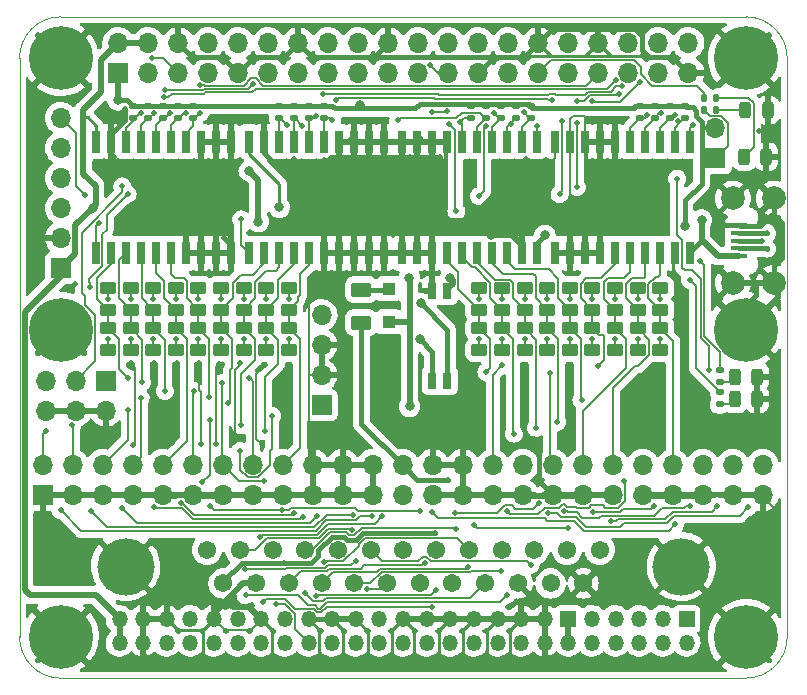
<source format=gtl>
G04 #@! TF.GenerationSoftware,KiCad,Pcbnew,(6.0.4)*
G04 #@! TF.CreationDate,2022-09-08T15:32:10-05:00*
G04 #@! TF.ProjectId,rascsi_2p6,72617363-7369-45f3-9270-362e6b696361,rev?*
G04 #@! TF.SameCoordinates,PX59d60c0PY325aa00*
G04 #@! TF.FileFunction,Copper,L1,Top*
G04 #@! TF.FilePolarity,Positive*
%FSLAX46Y46*%
G04 Gerber Fmt 4.6, Leading zero omitted, Abs format (unit mm)*
G04 Created by KiCad (PCBNEW (6.0.4)) date 2022-09-08 15:32:10*
%MOMM*%
%LPD*%
G01*
G04 APERTURE LIST*
G04 Aperture macros list*
%AMRoundRect*
0 Rectangle with rounded corners*
0 $1 Rounding radius*
0 $2 $3 $4 $5 $6 $7 $8 $9 X,Y pos of 4 corners*
0 Add a 4 corners polygon primitive as box body*
4,1,4,$2,$3,$4,$5,$6,$7,$8,$9,$2,$3,0*
0 Add four circle primitives for the rounded corners*
1,1,$1+$1,$2,$3*
1,1,$1+$1,$4,$5*
1,1,$1+$1,$6,$7*
1,1,$1+$1,$8,$9*
0 Add four rect primitives between the rounded corners*
20,1,$1+$1,$2,$3,$4,$5,0*
20,1,$1+$1,$4,$5,$6,$7,0*
20,1,$1+$1,$6,$7,$8,$9,0*
20,1,$1+$1,$8,$9,$2,$3,0*%
G04 Aperture macros list end*
G04 #@! TA.AperFunction,Profile*
%ADD10C,0.050000*%
G04 #@! TD*
G04 #@! TA.AperFunction,ComponentPad*
%ADD11C,1.545000*%
G04 #@! TD*
G04 #@! TA.AperFunction,ComponentPad*
%ADD12C,4.845000*%
G04 #@! TD*
G04 #@! TA.AperFunction,SMDPad,CuDef*
%ADD13RoundRect,0.243750X0.243750X0.456250X-0.243750X0.456250X-0.243750X-0.456250X0.243750X-0.456250X0*%
G04 #@! TD*
G04 #@! TA.AperFunction,ComponentPad*
%ADD14C,0.800000*%
G04 #@! TD*
G04 #@! TA.AperFunction,ComponentPad*
%ADD15C,5.400000*%
G04 #@! TD*
G04 #@! TA.AperFunction,ComponentPad*
%ADD16R,1.700000X1.700000*%
G04 #@! TD*
G04 #@! TA.AperFunction,ComponentPad*
%ADD17O,1.700000X1.700000*%
G04 #@! TD*
G04 #@! TA.AperFunction,SMDPad,CuDef*
%ADD18RoundRect,0.250000X-0.450000X0.262500X-0.450000X-0.262500X0.450000X-0.262500X0.450000X0.262500X0*%
G04 #@! TD*
G04 #@! TA.AperFunction,SMDPad,CuDef*
%ADD19RoundRect,0.250000X-0.625000X0.375000X-0.625000X-0.375000X0.625000X-0.375000X0.625000X0.375000X0*%
G04 #@! TD*
G04 #@! TA.AperFunction,SMDPad,CuDef*
%ADD20R,0.650000X1.950000*%
G04 #@! TD*
G04 #@! TA.AperFunction,SMDPad,CuDef*
%ADD21RoundRect,0.135000X-0.135000X-0.185000X0.135000X-0.185000X0.135000X0.185000X-0.135000X0.185000X0*%
G04 #@! TD*
G04 #@! TA.AperFunction,SMDPad,CuDef*
%ADD22RoundRect,0.135000X-0.185000X0.135000X-0.185000X-0.135000X0.185000X-0.135000X0.185000X0.135000X0*%
G04 #@! TD*
G04 #@! TA.AperFunction,SMDPad,CuDef*
%ADD23RoundRect,0.250000X0.450000X-0.262500X0.450000X0.262500X-0.450000X0.262500X-0.450000X-0.262500X0*%
G04 #@! TD*
G04 #@! TA.AperFunction,SMDPad,CuDef*
%ADD24R,0.750000X1.425000*%
G04 #@! TD*
G04 #@! TA.AperFunction,SMDPad,CuDef*
%ADD25R,1.100000X1.100000*%
G04 #@! TD*
G04 #@! TA.AperFunction,SMDPad,CuDef*
%ADD26R,1.400000X0.400000*%
G04 #@! TD*
G04 #@! TA.AperFunction,ComponentPad*
%ADD27C,2.000000*%
G04 #@! TD*
G04 #@! TA.AperFunction,ComponentPad*
%ADD28R,1.350000X1.350000*%
G04 #@! TD*
G04 #@! TA.AperFunction,ComponentPad*
%ADD29O,1.350000X1.350000*%
G04 #@! TD*
G04 #@! TA.AperFunction,ViaPad*
%ADD30C,0.500000*%
G04 #@! TD*
G04 #@! TA.AperFunction,ViaPad*
%ADD31C,0.800000*%
G04 #@! TD*
G04 #@! TA.AperFunction,Conductor*
%ADD32C,0.400000*%
G04 #@! TD*
G04 #@! TA.AperFunction,Conductor*
%ADD33C,0.500000*%
G04 #@! TD*
G04 #@! TA.AperFunction,Conductor*
%ADD34C,0.150000*%
G04 #@! TD*
G04 #@! TA.AperFunction,Conductor*
%ADD35C,0.200000*%
G04 #@! TD*
G04 #@! TA.AperFunction,Conductor*
%ADD36C,0.250000*%
G04 #@! TD*
G04 APERTURE END LIST*
D10*
X83800000Y10300000D02*
X141800000Y10300000D01*
X83800000Y-45696000D02*
X141800000Y-45696000D01*
X141800000Y-45696000D02*
G75*
G03*
X145300000Y-42196000I0J3500000D01*
G01*
X80300000Y6800000D02*
X80300000Y-42196000D01*
X145300000Y6800000D02*
G75*
G03*
X141800000Y10300000I-3500000J0D01*
G01*
X83800000Y10300000D02*
G75*
G03*
X80300000Y6800000I0J-3500000D01*
G01*
X80300000Y-42196000D02*
G75*
G03*
X83800000Y-45696000I3500000J0D01*
G01*
X145300000Y6800000D02*
X145300000Y-42196000D01*
D11*
X129421600Y-34830000D03*
X126651600Y-34830000D03*
X123881600Y-34830000D03*
X121111600Y-34830000D03*
X118341600Y-34830000D03*
X115571600Y-34830000D03*
X112801600Y-34830000D03*
X110031600Y-34830000D03*
X107261600Y-34830000D03*
X104491600Y-34830000D03*
X101721600Y-34830000D03*
X98951600Y-34830000D03*
X96181600Y-34830000D03*
X128036600Y-37670000D03*
X125266600Y-37670000D03*
X122496600Y-37670000D03*
X119726600Y-37670000D03*
X116956600Y-37670000D03*
X114186600Y-37670000D03*
X111416600Y-37670000D03*
X108646600Y-37670000D03*
X105876600Y-37670000D03*
X103106600Y-37670000D03*
X100336600Y-37670000D03*
X97566600Y-37670000D03*
D12*
X136321600Y-36250000D03*
X89281600Y-36250000D03*
D13*
X142767000Y-22066500D03*
X140892000Y-22066500D03*
X143641000Y2381000D03*
X141766000Y2381000D03*
X143529000Y-1556000D03*
X141654000Y-1556000D03*
D14*
X85825000Y6800000D03*
X82368109Y5368109D03*
X83800000Y8825000D03*
D15*
X83800000Y6800000D03*
D14*
X83800000Y4775000D03*
X85231891Y5368109D03*
X81775000Y6800000D03*
X85231891Y8231891D03*
X82368109Y8231891D03*
X83800000Y-18225000D03*
X81775000Y-16200000D03*
X85231891Y-17631891D03*
X82368109Y-14768109D03*
X85231891Y-14768109D03*
D15*
X83800000Y-16200000D03*
D14*
X85825000Y-16200000D03*
X82368109Y-17631891D03*
X83800000Y-14175000D03*
X85231891Y-40768109D03*
X83800000Y-44225000D03*
X82368109Y-40768109D03*
X81775000Y-42200000D03*
X85231891Y-43631891D03*
X83800000Y-40175000D03*
X82368109Y-43631891D03*
X85825000Y-42200000D03*
D15*
X83800000Y-42200000D03*
D16*
X83810000Y-10980000D03*
D17*
X83810000Y-8440000D03*
X83810000Y-5900000D03*
X83810000Y-3360000D03*
X83810000Y-820000D03*
X83810000Y1720000D03*
D14*
X141800000Y-18225000D03*
X140368109Y-17631891D03*
D15*
X141800000Y-16200000D03*
D14*
X143825000Y-16200000D03*
X141800000Y-14175000D03*
X143231891Y-17631891D03*
X143231891Y-14768109D03*
X139775000Y-16200000D03*
X140368109Y-14768109D03*
X141800000Y-40175000D03*
X143825000Y-42200000D03*
X140368109Y-43631891D03*
D15*
X141800000Y-42200000D03*
D14*
X141800000Y-44225000D03*
X140368109Y-40768109D03*
X143231891Y-40768109D03*
X143231891Y-43631891D03*
X139775000Y-42200000D03*
X143825000Y6800000D03*
X143231891Y5368109D03*
X141800000Y8825000D03*
X140368109Y5368109D03*
D15*
X141800000Y6800000D03*
D14*
X140368109Y8231891D03*
X141800000Y4775000D03*
X143231891Y8231891D03*
X139775000Y6800000D03*
D18*
X126890000Y-12687500D03*
X126890000Y-14512500D03*
D19*
X109250000Y-12800000D03*
X109250000Y-15600000D03*
D20*
X99729000Y-9710000D03*
X100999000Y-9710000D03*
X102269000Y-9710000D03*
X103539000Y-9710000D03*
X104809000Y-9710000D03*
X106079000Y-9710000D03*
X107349000Y-9710000D03*
X108619000Y-9710000D03*
X109889000Y-9710000D03*
X111159000Y-9710000D03*
X111159000Y-260000D03*
X109889000Y-260000D03*
X108619000Y-260000D03*
X107349000Y-260000D03*
X106079000Y-260000D03*
X104809000Y-260000D03*
X103539000Y-260000D03*
X102269000Y-260000D03*
X100999000Y-260000D03*
X99729000Y-260000D03*
X124113000Y-260000D03*
X122843000Y-260000D03*
X121573000Y-260000D03*
X120303000Y-260000D03*
X119033000Y-260000D03*
X117763000Y-260000D03*
X116493000Y-260000D03*
X115223000Y-260000D03*
X113953000Y-260000D03*
X112683000Y-260000D03*
X112683000Y-9710000D03*
X113953000Y-9710000D03*
X115223000Y-9710000D03*
X116493000Y-9710000D03*
X117763000Y-9710000D03*
X119033000Y-9710000D03*
X120303000Y-9710000D03*
X121573000Y-9710000D03*
X122843000Y-9710000D03*
X124113000Y-9710000D03*
D21*
X138248500Y3460500D03*
X139268500Y3460500D03*
D22*
X139607000Y-21493000D03*
X139607000Y-22513000D03*
X132812500Y2741000D03*
X132812500Y1721000D03*
X134082500Y2741000D03*
X134082500Y1721000D03*
X135352500Y2741000D03*
X135352500Y1721000D03*
X118525000Y2741000D03*
X118525000Y1721000D03*
X121065000Y2741000D03*
X121065000Y1721000D03*
X122335000Y2741000D03*
X122335000Y1721000D03*
X123605000Y2741000D03*
X123605000Y1721000D03*
X91220000Y2741000D03*
X91220000Y1721000D03*
X92490000Y2741000D03*
X92490000Y1721000D03*
X102269000Y2741000D03*
X102269000Y1721000D03*
X103539000Y2741000D03*
X103539000Y1721000D03*
X104809000Y2741000D03*
X104809000Y1721000D03*
X106079000Y2741000D03*
X106079000Y1721000D03*
D18*
X128802500Y-12687500D03*
X128802500Y-14512500D03*
X130715000Y-12687500D03*
X130715000Y-14512500D03*
X132627500Y-12687500D03*
X132627500Y-14512500D03*
X134540000Y-12687500D03*
X134540000Y-14512500D03*
X119240000Y-12687500D03*
X119240000Y-14512500D03*
X121152500Y-12687500D03*
X121152500Y-14512500D03*
X123065000Y-12687500D03*
X123065000Y-14512500D03*
X124977500Y-12687500D03*
X124977500Y-14512500D03*
X91625000Y-12687500D03*
X91625000Y-14512500D03*
X93537500Y-12687500D03*
X93537500Y-14512500D03*
X95450000Y-12687500D03*
X95450000Y-14512500D03*
X97362500Y-12687500D03*
X97362500Y-14512500D03*
X99275000Y-12687500D03*
X99275000Y-14512500D03*
X101187500Y-12687500D03*
X101187500Y-14512500D03*
X103100000Y-12687500D03*
X103100000Y-14512500D03*
D23*
X128802500Y-17912500D03*
X128802500Y-16087500D03*
X130715000Y-17912500D03*
X130715000Y-16087500D03*
X132627500Y-17912500D03*
X132627500Y-16087500D03*
X134540000Y-17912500D03*
X134540000Y-16087500D03*
X119240000Y-17912500D03*
X119240000Y-16087500D03*
X121152500Y-17912500D03*
X121152500Y-16087500D03*
X123065000Y-17912500D03*
X123065000Y-16087500D03*
X124977500Y-17912500D03*
X124977500Y-16087500D03*
X126890000Y-17912500D03*
X126890000Y-16087500D03*
X87800000Y-17912500D03*
X87800000Y-16087500D03*
X89712500Y-17912500D03*
X89712500Y-16087500D03*
X91625000Y-17912500D03*
X91625000Y-16087500D03*
X93537500Y-17912500D03*
X93537500Y-16087500D03*
X95450000Y-17912500D03*
X95450000Y-16087500D03*
X97362500Y-17912500D03*
X97362500Y-16087500D03*
X99275000Y-17912500D03*
X99275000Y-16087500D03*
X101187500Y-17912500D03*
X101187500Y-16087500D03*
X103100000Y-17912500D03*
X103100000Y-16087500D03*
D22*
X95030000Y2741000D03*
X95030000Y1721000D03*
X89950000Y2741000D03*
X89950000Y1721000D03*
X93760000Y2741000D03*
X93760000Y1721000D03*
D18*
X87800000Y-12687500D03*
X87800000Y-14512500D03*
X89712500Y-12687500D03*
X89712500Y-14512500D03*
D20*
X137067000Y-260000D03*
X135797000Y-260000D03*
X134527000Y-260000D03*
X133257000Y-260000D03*
X131987000Y-260000D03*
X130717000Y-260000D03*
X129447000Y-260000D03*
X128177000Y-260000D03*
X126907000Y-260000D03*
X125637000Y-260000D03*
X125637000Y-9710000D03*
X126907000Y-9710000D03*
X128177000Y-9710000D03*
X129447000Y-9710000D03*
X130717000Y-9710000D03*
X131987000Y-9710000D03*
X133257000Y-9710000D03*
X134527000Y-9710000D03*
X135797000Y-9710000D03*
X137067000Y-9710000D03*
D22*
X139607000Y-19588000D03*
X139607000Y-20608000D03*
D24*
X116515000Y-12887500D03*
X115245000Y-12887500D03*
X115245000Y-20511500D03*
X116515000Y-20511500D03*
D25*
X111570000Y-12725000D03*
X111570000Y-15525000D03*
D20*
X86775000Y-9710000D03*
X88045000Y-9710000D03*
X89315000Y-9710000D03*
X90585000Y-9710000D03*
X91855000Y-9710000D03*
X93125000Y-9710000D03*
X94395000Y-9710000D03*
X95665000Y-9710000D03*
X96935000Y-9710000D03*
X98205000Y-9710000D03*
X98205000Y-260000D03*
X96935000Y-260000D03*
X95665000Y-260000D03*
X94395000Y-260000D03*
X93125000Y-260000D03*
X91855000Y-260000D03*
X90585000Y-260000D03*
X89315000Y-260000D03*
X88045000Y-260000D03*
X86775000Y-260000D03*
D13*
X142767000Y-20161500D03*
X140892000Y-20161500D03*
D21*
X138248500Y2444500D03*
X139268500Y2444500D03*
D26*
X141205000Y-9960000D03*
X141205000Y-9310000D03*
X141205000Y-8660000D03*
X141205000Y-8010000D03*
X141205000Y-7360000D03*
D27*
X144155000Y-12235000D03*
X144155000Y-5085000D03*
X140705000Y-5085000D03*
X140705000Y-12235000D03*
D16*
X82266500Y-30194500D03*
D17*
X82266500Y-27654500D03*
X84806500Y-30194500D03*
X84806500Y-27654500D03*
X87346500Y-30194500D03*
X87346500Y-27654500D03*
X89886500Y-30194500D03*
X89886500Y-27654500D03*
X92426500Y-30194500D03*
X92426500Y-27654500D03*
X94966500Y-30194500D03*
X94966500Y-27654500D03*
X97506500Y-30194500D03*
X97506500Y-27654500D03*
X100046500Y-30194500D03*
X100046500Y-27654500D03*
X102586500Y-30194500D03*
X102586500Y-27654500D03*
X105126500Y-30194500D03*
X105126500Y-27654500D03*
X107666500Y-30194500D03*
X107666500Y-27654500D03*
X110206500Y-30194500D03*
X110206500Y-27654500D03*
X112746500Y-30194500D03*
X112746500Y-27654500D03*
X115286500Y-30194500D03*
X115286500Y-27654500D03*
X117826500Y-30194500D03*
X117826500Y-27654500D03*
X120366500Y-30194500D03*
X120366500Y-27654500D03*
X122906500Y-30194500D03*
X122906500Y-27654500D03*
X125446500Y-30194500D03*
X125446500Y-27654500D03*
X127986500Y-30194500D03*
X127986500Y-27654500D03*
X130526500Y-30194500D03*
X130526500Y-27654500D03*
X133066500Y-30194500D03*
X133066500Y-27654500D03*
X135606500Y-30194500D03*
X135606500Y-27654500D03*
X138146500Y-30194500D03*
X138146500Y-27654500D03*
X140686500Y-30194500D03*
X140686500Y-27654500D03*
X143226500Y-30194500D03*
X143226500Y-27654500D03*
D28*
X136772000Y-40688000D03*
D29*
X136772000Y-42688000D03*
X134772000Y-40688000D03*
X134772000Y-42688000D03*
X132772000Y-40688000D03*
X132772000Y-42688000D03*
X130772000Y-40688000D03*
X130772000Y-42688000D03*
X128772000Y-40688000D03*
X128772000Y-42688000D03*
D28*
X126772000Y-40688000D03*
D29*
X126772000Y-42688000D03*
X124772000Y-40688000D03*
X124772000Y-42688000D03*
X122772000Y-40688000D03*
X122772000Y-42688000D03*
X120772000Y-40688000D03*
X120772000Y-42688000D03*
X118772000Y-40688000D03*
X118772000Y-42688000D03*
X116772000Y-40688000D03*
X116772000Y-42688000D03*
X114772000Y-40688000D03*
X114772000Y-42688000D03*
X112772000Y-40688000D03*
X112772000Y-42688000D03*
X110772000Y-40688000D03*
X110772000Y-42688000D03*
X108772000Y-40688000D03*
X108772000Y-42688000D03*
X106772000Y-40688000D03*
X106772000Y-42688000D03*
X104772000Y-40688000D03*
X104772000Y-42688000D03*
X102772000Y-40688000D03*
X102772000Y-42688000D03*
X100772000Y-40688000D03*
X100772000Y-42688000D03*
X98772000Y-40688000D03*
X98772000Y-42688000D03*
X96772000Y-40688000D03*
X96772000Y-42688000D03*
X94772000Y-40688000D03*
X94772000Y-42688000D03*
X92772000Y-40688000D03*
X92772000Y-42688000D03*
X90772000Y-40688000D03*
X90772000Y-42688000D03*
X88772000Y-40688000D03*
X88772000Y-42688000D03*
D22*
X136622500Y2741000D03*
X136622500Y1721000D03*
X119795000Y2741000D03*
X119795000Y1721000D03*
D16*
X87610000Y-20500000D03*
D17*
X87610000Y-23040000D03*
X85070000Y-20500000D03*
X85070000Y-23040000D03*
X82530000Y-20500000D03*
X82530000Y-23040000D03*
D16*
X105870000Y-22580000D03*
D17*
X105870000Y-20040000D03*
X105870000Y-17500000D03*
X105870000Y-14960000D03*
D16*
X88670000Y5530000D03*
D17*
X88670000Y8070000D03*
X91210000Y5530000D03*
X91210000Y8070000D03*
X93750000Y5530000D03*
X93750000Y8070000D03*
X96290000Y5530000D03*
X96290000Y8070000D03*
X98830000Y5530000D03*
X98830000Y8070000D03*
X101370000Y5530000D03*
X101370000Y8070000D03*
X103910000Y5530000D03*
X103910000Y8070000D03*
X106450000Y5530000D03*
X106450000Y8070000D03*
X108990000Y5530000D03*
X108990000Y8070000D03*
X111530000Y5530000D03*
X111530000Y8070000D03*
X114070000Y5530000D03*
X114070000Y8070000D03*
X116610000Y5530000D03*
X116610000Y8070000D03*
X119150000Y5530000D03*
X119150000Y8070000D03*
X121690000Y5530000D03*
X121690000Y8070000D03*
X124230000Y5530000D03*
X124230000Y8070000D03*
X126770000Y5530000D03*
X126770000Y8070000D03*
X129310000Y5530000D03*
X129310000Y8070000D03*
X131850000Y5530000D03*
X131850000Y8070000D03*
X134390000Y5530000D03*
X134390000Y8070000D03*
X136930000Y5530000D03*
X136930000Y8070000D03*
D16*
X139226000Y-1683000D03*
D17*
X139226000Y857000D03*
D30*
X93190000Y-25820000D03*
X139377000Y-7383000D03*
X100990000Y380000D03*
X121540000Y-31560000D03*
X127882000Y-22146000D03*
X101686769Y-23478251D03*
X90210000Y-7800000D03*
X91580000Y-25840000D03*
X131510000Y-25960000D03*
X103000000Y-19270000D03*
X106079000Y-1810000D03*
X89910000Y-25950000D03*
X125330000Y-2000000D03*
X115899999Y-1570001D03*
X96943500Y-25863543D03*
X103539000Y-1746500D03*
X125036247Y-31748511D03*
X123159259Y-22348500D03*
X101100000Y-19170000D03*
X91660000Y-18990000D03*
D31*
X126750000Y-25640000D03*
D30*
X131502655Y-28977345D03*
X95640000Y-25870000D03*
X121532000Y-38656000D03*
X89740000Y-19040000D03*
X98440000Y-25710000D03*
X97620000Y-8440000D03*
X121024000Y-36624000D03*
D31*
X120234902Y-8196500D03*
D30*
X97150000Y-19070000D03*
X88258000Y-1572000D03*
X142000000Y-31220000D03*
X136390000Y-15210000D03*
X130422000Y-2080000D03*
X123220000Y-1780000D03*
X93620000Y-19030000D03*
X142910000Y600000D03*
X134470000Y-25740000D03*
X84963500Y-12347757D03*
X113379999Y-1570001D03*
X100820000Y-25900000D03*
X99700000Y-8010000D03*
X101710000Y-1930000D03*
X129406000Y-4620000D03*
X96340000Y-11340000D03*
X123732000Y-26003500D03*
D31*
X139030000Y4550000D03*
D30*
X98960000Y-26450000D03*
X99000000Y-19040000D03*
X123564000Y-36116000D03*
X99434000Y-38656000D03*
X95510000Y-19050000D03*
X89243314Y2464011D03*
D31*
X88616500Y3270000D03*
X136650000Y-7420000D03*
X109120000Y2800000D03*
D30*
X137911162Y-10346458D03*
D31*
X100530000Y-7040000D03*
X99750000Y-2750000D03*
X116780000Y-11780000D03*
X102300000Y-5820000D03*
D30*
X137050000Y-11980000D03*
D31*
X138042000Y-6906000D03*
X124780000Y-8200000D03*
X113320000Y-22680000D03*
X113310000Y-11780000D03*
X86480000Y-5890000D03*
D30*
X95770000Y-29100000D03*
X130419308Y-32414713D03*
X139350000Y-31150000D03*
X96390000Y-23880000D03*
X125821021Y-23991021D03*
X122155477Y-24994523D03*
X128817950Y-31630159D03*
X133993502Y-31150000D03*
X117187010Y-31684832D03*
X124267635Y-30901010D03*
X105394338Y-38713449D03*
X119830000Y-19770000D03*
X115588434Y-38215548D03*
X125240000Y-19890000D03*
X100909837Y-39247077D03*
X135828947Y-32665648D03*
X115235886Y-31652762D03*
X115182000Y-39662031D03*
X106038000Y-35862000D03*
X126730000Y-32950000D03*
X118812489Y-32689064D03*
X129270000Y-19290000D03*
X104490326Y-38501086D03*
X121140000Y-19220000D03*
X100644714Y-33758047D03*
X111018510Y-31996010D03*
X109713077Y-38111020D03*
X82530000Y-24780000D03*
X101060000Y-24780000D03*
X83780000Y-31480000D03*
X110120000Y-31996010D03*
X99030000Y-24303500D03*
X84744361Y-24303500D03*
X108521033Y-31856657D03*
X86370000Y-31530000D03*
X118230000Y-36256511D03*
X89002424Y-31302989D03*
X89490000Y-22980000D03*
X105519686Y-31957742D03*
X97988500Y-22390000D03*
X90561500Y-21985885D03*
X96320000Y-21910000D03*
X117243766Y-33076963D03*
X91693529Y-31178968D03*
X104280000Y-32052000D03*
X103498000Y-31750000D03*
X114608688Y-35948588D03*
X93930504Y-30851957D03*
X114166000Y-31544000D03*
X92600000Y-21370000D03*
X102510000Y-31434946D03*
X96408551Y-31108553D03*
X95050000Y-21380000D03*
X108431070Y-33137679D03*
X90680000Y-20640000D03*
X100973502Y-29027449D03*
X97420000Y-20720000D03*
X108752442Y-35782442D03*
X99431263Y-36493836D03*
X99770000Y-20270000D03*
X89470000Y-20300000D03*
X137054940Y-31121502D03*
X126371042Y-31585360D03*
X124013022Y-24493022D03*
X101974000Y-39418000D03*
X116610000Y-28880000D03*
X115479033Y-33403489D03*
X102686051Y-35947053D03*
X90611321Y2164500D03*
X92606010Y4116010D03*
X100071557Y4632242D03*
X91728000Y2127000D03*
X92557577Y3472237D03*
X130785361Y4920000D03*
X93051254Y2164500D03*
X94400000Y2140000D03*
X95583143Y2164500D03*
X95579021Y4529977D03*
X102980000Y1110000D03*
X115088942Y6212691D03*
X104230000Y1090000D03*
X105382522Y1860825D03*
X106795066Y1541500D03*
X117596707Y1388500D03*
X132847721Y4815780D03*
X128748500Y3194737D03*
X112370000Y1520000D03*
X120493500Y2127000D03*
X121904492Y1236649D03*
X125375797Y3229285D03*
X107080000Y3280000D03*
X122990000Y2220000D03*
X133387496Y2003496D03*
X134654000Y2127000D03*
X135777207Y2019438D03*
X136064293Y1462010D03*
X105960000Y3740000D03*
X131340387Y4413823D03*
X91550000Y6850000D03*
X130715000Y-17010000D03*
X93537500Y-17010000D03*
X126890000Y-17010000D03*
X101187500Y-17010000D03*
X128802500Y-17010000D03*
X119240000Y-17010000D03*
X121152500Y-17010000D03*
X89712500Y-17010000D03*
X124977500Y-17010000D03*
X99275000Y-17010000D03*
X97362500Y-17010000D03*
D31*
X114180000Y-17010000D03*
D30*
X91625000Y-17010000D03*
X95450000Y-17010000D03*
X103100000Y-17010000D03*
X87800000Y-17010000D03*
X132627500Y-17010000D03*
X134540000Y-17010000D03*
X123065000Y-17010000D03*
D31*
X114300000Y-13970000D03*
D30*
X91625000Y-13560000D03*
X95450000Y-13560000D03*
X99275000Y-13560000D03*
X101187500Y-13560000D03*
X87800000Y-13560000D03*
X97362500Y-13560000D03*
X124977500Y-13560000D03*
X134540000Y-13560000D03*
X119240000Y-13560000D03*
X103100000Y-13560000D03*
X130715000Y-13560000D03*
X121152500Y-13560000D03*
X126890000Y-13560000D03*
X89712500Y-13560000D03*
X123065000Y-13560000D03*
X93537500Y-13560000D03*
X128802500Y-13560000D03*
X132627500Y-13560000D03*
X137340000Y1120000D03*
X131077665Y3803316D03*
X127480000Y3194936D03*
X124093367Y1052134D03*
X116500000Y2300000D03*
X87031937Y-7191937D03*
X117290000Y-6170000D03*
X115190000Y2200000D03*
X116650000Y1260000D03*
X99070000Y-6860000D03*
X89000000Y-4060000D03*
X127490000Y1340000D03*
X127490000Y-4120000D03*
X126230000Y1480000D03*
X89443897Y-4723228D03*
X86291500Y-12552367D03*
X126030000Y-4700000D03*
X85850000Y-4790000D03*
X119200000Y-4891500D03*
X119790000Y1074500D03*
X143577990Y-8020000D03*
X143201287Y-8646949D03*
X143577990Y-9320000D03*
X138670000Y-19600000D03*
X135983368Y-3393368D03*
D32*
X113379999Y-1570001D02*
X115899999Y-1570001D01*
D33*
X124580000Y-44498000D02*
X124772000Y-44306000D01*
D34*
X95510000Y-21270000D02*
X95700000Y-21460000D01*
D35*
X132627500Y-14512500D02*
X131641520Y-13526520D01*
D32*
X141279521Y-7434521D02*
X142975479Y-7434521D01*
D34*
X106079000Y-9710000D02*
X106079000Y-12111000D01*
D32*
X98205000Y-9025000D02*
X97620000Y-8440000D01*
D36*
X117844999Y-44375001D02*
X117722000Y-44498000D01*
D35*
X127816520Y-22080520D02*
X127882000Y-22146000D01*
D32*
X124269499Y-26540999D02*
X123732000Y-26003500D01*
D35*
X96772000Y-40688000D02*
X97674001Y-41590001D01*
D36*
X129310000Y8070000D02*
X128207999Y6967999D01*
X96772000Y-40688000D02*
X95844999Y-41615001D01*
D33*
X142623000Y-12243000D02*
X140678000Y-12243000D01*
D32*
X106079000Y-1810000D02*
X106432553Y-1810000D01*
D35*
X131463901Y-32579545D02*
X131151732Y-32891714D01*
D32*
X144155000Y-12235000D02*
X144155000Y-10820787D01*
D34*
X95510000Y-19050000D02*
X95510000Y-21270000D01*
D33*
X105530000Y-44498000D02*
X107562000Y-44498000D01*
D36*
X115844999Y-41615001D02*
X115844999Y-44398999D01*
D34*
X96910000Y-25830043D02*
X96943500Y-25863543D01*
D35*
X99869999Y-41590001D02*
X100772000Y-40688000D01*
X133613480Y-17073480D02*
X133613480Y-18312921D01*
D33*
X115944000Y-44498000D02*
X117722000Y-44498000D01*
D35*
X128290000Y1720000D02*
X128177000Y1607000D01*
D32*
X144155000Y-6499213D02*
X144155000Y-5085000D01*
D36*
X106772000Y-40688000D02*
X107699001Y-41615001D01*
X101699001Y-41615001D02*
X101699001Y-44264999D01*
D35*
X124240016Y-31809999D02*
X124778514Y-31271501D01*
D32*
X114498000Y-260000D02*
X114101994Y136006D01*
X114777702Y6892999D02*
X114811204Y6926501D01*
D34*
X123252501Y-35804501D02*
X115103839Y-35804501D01*
D35*
X126907000Y-260000D02*
X126907000Y1677000D01*
X132627500Y-14512500D02*
X132627500Y-16087500D01*
D34*
X104818489Y-19911511D02*
X104818489Y-27346489D01*
X125330000Y-2000000D02*
X125637000Y-1693000D01*
D32*
X133027001Y7505039D02*
X133639041Y6892999D01*
X144847001Y-10128786D02*
X144847001Y-7191214D01*
D33*
X135502000Y-30274000D02*
X132962000Y-30274000D01*
D35*
X135734477Y-31925523D02*
X135080455Y-32579545D01*
D33*
X94862000Y-30274000D02*
X97402000Y-30274000D01*
D34*
X115103839Y-35804501D02*
X114709337Y-35409999D01*
X96910000Y-19310000D02*
X96910000Y-25830043D01*
D35*
X142000000Y-31220000D02*
X141294477Y-31925523D01*
D32*
X116541204Y-6916501D02*
X118298796Y-6916501D01*
D34*
X99000000Y-19190000D02*
X98560000Y-19630000D01*
D32*
X143910787Y-6499213D02*
X144155000Y-6499213D01*
D33*
X99244121Y-37670000D02*
X97830061Y-39084061D01*
D32*
X125446500Y-30194500D02*
X124269499Y-29017499D01*
D36*
X109844999Y-44247001D02*
X109594000Y-44498000D01*
D35*
X125904020Y-13526520D02*
X125904020Y-11884020D01*
X131151732Y-32891714D02*
X128280139Y-32891714D01*
D32*
X115899999Y-1570001D02*
X115899999Y-6275296D01*
D33*
X125342000Y-30274000D02*
X127882000Y-30274000D01*
D34*
X90110000Y-25750000D02*
X89910000Y-25950000D01*
D32*
X144847001Y-7191214D02*
X144155000Y-6499213D01*
D34*
X109985319Y-37659019D02*
X108657581Y-37659019D01*
D36*
X122772000Y-40688000D02*
X121844999Y-41615001D01*
D32*
X133027001Y8634961D02*
X133027001Y7505039D01*
D35*
X125828229Y-31748511D02*
X125036247Y-31748511D01*
X127120000Y1890000D02*
X128120000Y1890000D01*
X131603501Y-30674903D02*
X131603501Y-29078191D01*
D32*
X108074000Y-260000D02*
X107349000Y-260000D01*
D36*
X120587999Y6967999D02*
X135492001Y6967999D01*
D35*
X126907000Y-260000D02*
X126907000Y-9710000D01*
D36*
X107699001Y-44360999D02*
X107562000Y-44498000D01*
D34*
X99000000Y-19040000D02*
X99000000Y-19190000D01*
D32*
X135567001Y6892999D02*
X136930000Y5530000D01*
D36*
X120772000Y-40688000D02*
X119844999Y-41615001D01*
D32*
X118298796Y-6916501D02*
X123220000Y-1995297D01*
D36*
X118772000Y-40688000D02*
X117844999Y-41615001D01*
X135492001Y6967999D02*
X136080001Y6379999D01*
D33*
X144128000Y-12243000D02*
X142623000Y-12243000D01*
D34*
X93620000Y-25390000D02*
X93190000Y-25820000D01*
X101100000Y-19170000D02*
X100360000Y-19910000D01*
D35*
X126890000Y-14512500D02*
X126890000Y-16087500D01*
D36*
X117844999Y-41615001D02*
X117844999Y-44375001D01*
D34*
X111006101Y-35804501D02*
X110031600Y-34830000D01*
X105726041Y-39837021D02*
X106353041Y-39210021D01*
D32*
X142623000Y-13297000D02*
X142623000Y-12243000D01*
D34*
X104818489Y-13371511D02*
X104818489Y-19911511D01*
D36*
X136080001Y6379999D02*
X136930000Y5530000D01*
D34*
X114457039Y-35409999D02*
X114062537Y-35804501D01*
D33*
X109594000Y-44498000D02*
X112134000Y-44498000D01*
D32*
X113953000Y-260000D02*
X114101994Y-111006D01*
D34*
X97150000Y-19070000D02*
X96910000Y-19310000D01*
D36*
X111844999Y-44208999D02*
X112134000Y-44498000D01*
D33*
X93580499Y-30274000D02*
X93629543Y-30224956D01*
D36*
X129310000Y8070000D02*
X130412001Y6967999D01*
D34*
X91660000Y-25760000D02*
X91580000Y-25840000D01*
D36*
X92772000Y-40688000D02*
X93699001Y-41615001D01*
D34*
X118000026Y-36695499D02*
X110948839Y-36695499D01*
D32*
X139400000Y-7360000D02*
X139377000Y-7383000D01*
D35*
X126890000Y-16087500D02*
X127816520Y-17014020D01*
D34*
X95700000Y-25810000D02*
X95640000Y-25870000D01*
D35*
X132636401Y-19290000D02*
X132380000Y-19290000D01*
D34*
X98960000Y-26450000D02*
X98994989Y-26484989D01*
D35*
X127450787Y-32062362D02*
X126142080Y-32062362D01*
D34*
X101534989Y-26465011D02*
X101686769Y-26313231D01*
D36*
X124230000Y8070000D02*
X125332001Y6967999D01*
D32*
X141800000Y-14120000D02*
X142623000Y-13297000D01*
D35*
X131006903Y-31271501D02*
X131603501Y-30674903D01*
D32*
X123220000Y-1995297D02*
X123220000Y-1780000D01*
D34*
X106079000Y-12111000D02*
X104818489Y-13371511D01*
D36*
X112772000Y-40688000D02*
X113699001Y-41615001D01*
X119150000Y5530000D02*
X120587999Y6967999D01*
X105699001Y-44328999D02*
X105530000Y-44498000D01*
D34*
X101534989Y-27653073D02*
X101534989Y-26465011D01*
X105610735Y-39837021D02*
X105726041Y-39837021D01*
X98560000Y-19630000D02*
X98560000Y-25590000D01*
D35*
X122293000Y-11080000D02*
X121573000Y-10360000D01*
D36*
X104772000Y-40688000D02*
X105699001Y-41615001D01*
D35*
X126142080Y-32062362D02*
X125828229Y-31748511D01*
D32*
X102732999Y6892999D02*
X103910000Y8070000D01*
D34*
X142910000Y600000D02*
X143310000Y1000000D01*
D33*
X144499999Y-13500001D02*
X144499999Y-12614999D01*
D32*
X123052999Y6892999D02*
X125407001Y9247001D01*
D34*
X118013039Y-36708512D02*
X118000026Y-36695499D01*
X90110000Y-19410000D02*
X90110000Y-25750000D01*
D33*
X97830061Y-39084061D02*
X96772000Y-40142121D01*
D32*
X114811204Y6926501D02*
X115288796Y6926501D01*
X100192999Y6892999D02*
X102732999Y6892999D01*
D36*
X95844999Y-41615001D02*
X95844999Y-44464999D01*
D35*
X131641520Y-13526520D02*
X131641520Y-12287079D01*
D36*
X108772000Y-40688000D02*
X109844999Y-41760999D01*
D35*
X121789999Y-31809999D02*
X124240016Y-31809999D01*
D32*
X110352999Y6892999D02*
X111530000Y8070000D01*
D33*
X91560000Y-44498000D02*
X95878000Y-44498000D01*
X122843000Y-9049000D02*
X121990500Y-8196500D01*
D32*
X104772000Y-40688000D02*
X106772000Y-40688000D01*
D35*
X125100000Y-11080000D02*
X122293000Y-11080000D01*
D32*
X98830000Y5530000D02*
X100192999Y6892999D01*
X115322298Y6892999D02*
X123052999Y6892999D01*
D35*
X127469539Y-31271501D02*
X128503461Y-31271501D01*
D34*
X143410000Y1000000D02*
X143641000Y1231000D01*
X99434000Y-38656000D02*
X103881614Y-38656000D01*
D32*
X89243314Y2464011D02*
X89243314Y1556916D01*
D33*
X107562000Y-44498000D02*
X109594000Y-44498000D01*
X99719999Y-39635999D02*
X98381999Y-39635999D01*
D34*
X121024000Y-36624000D02*
X118531473Y-36624000D01*
X100360000Y-19910000D02*
X100360000Y-25440000D01*
D33*
X113658000Y-44498000D02*
X115944000Y-44498000D01*
D35*
X132380000Y-19290000D02*
X130526500Y-21143500D01*
X131603501Y-29078191D02*
X131502655Y-28977345D01*
X133170000Y-11800000D02*
X133257000Y-11713000D01*
D33*
X96772000Y-40142121D02*
X96772000Y-40688000D01*
D35*
X133257000Y-11713000D02*
X133257000Y-9710000D01*
X125904020Y-11884020D02*
X125100000Y-11080000D01*
D34*
X114062537Y-35804501D02*
X111006101Y-35804501D01*
D36*
X121844999Y-41615001D02*
X121844999Y-44439001D01*
D32*
X105087001Y6892999D02*
X114777702Y6892999D01*
X132414961Y9247001D02*
X133027001Y8634961D01*
X106672552Y-1570001D02*
X113379999Y-1570001D01*
X141205000Y-7360000D02*
X141279521Y-7434521D01*
D36*
X112772000Y-40688000D02*
X111844999Y-41615001D01*
X100772000Y-40688000D02*
X101699001Y-41615001D01*
D34*
X141800000Y-42200000D02*
X144590001Y-39409999D01*
D36*
X119844999Y-41615001D02*
X119844999Y-44153001D01*
D35*
X126890000Y-14512500D02*
X125904020Y-13526520D01*
D34*
X123564000Y-36116000D02*
X123252501Y-35804501D01*
X105870000Y-20040000D02*
X104946978Y-20040000D01*
D32*
X94927001Y6892999D02*
X93750000Y8070000D01*
X141205000Y-7360000D02*
X139400000Y-7360000D01*
D33*
X119500000Y-44498000D02*
X121786000Y-44498000D01*
D36*
X113699001Y-41615001D02*
X113699001Y-44456999D01*
D35*
X130526500Y-21143500D02*
X130526500Y-27654500D01*
X129907254Y-31271501D02*
X131006903Y-31271501D01*
D33*
X101466000Y-44498000D02*
X105530000Y-44498000D01*
D34*
X120977979Y-39210021D02*
X121532000Y-38656000D01*
D36*
X101699001Y-44264999D02*
X101466000Y-44498000D01*
D32*
X120512999Y6892999D02*
X119150000Y5530000D01*
D36*
X93699001Y-41615001D02*
X95844999Y-41615001D01*
D34*
X100360000Y-25440000D02*
X100820000Y-25900000D01*
X118531473Y-36624000D02*
X118446961Y-36708512D01*
D32*
X115223000Y-260000D02*
X114498000Y-260000D01*
D33*
X112134000Y-44498000D02*
X113658000Y-44498000D01*
X90772000Y-42688000D02*
X90772000Y-43710000D01*
D35*
X121540000Y-31560000D02*
X121789999Y-31809999D01*
D36*
X107699001Y-41615001D02*
X107699001Y-44360999D01*
X115844999Y-44398999D02*
X115944000Y-44498000D01*
D34*
X95700000Y-21460000D02*
X95700000Y-25810000D01*
D35*
X135080455Y-32579545D02*
X131463901Y-32579545D01*
X126382489Y-30936334D02*
X126632626Y-31186471D01*
D34*
X118446961Y-36708512D02*
X118013039Y-36708512D01*
D32*
X108440000Y106000D02*
X108074000Y-260000D01*
D36*
X111844999Y-41615001D02*
X111844999Y-44208999D01*
D34*
X144590001Y-39409999D02*
X144590001Y-31742001D01*
D36*
X109844999Y-41760999D02*
X109844999Y-44247001D01*
D32*
X142975479Y-7434521D02*
X143910787Y-6499213D01*
X125407001Y9247001D02*
X132414961Y9247001D01*
X106432553Y-1810000D02*
X106672552Y-1570001D01*
D35*
X97674001Y-41590001D02*
X99869999Y-41590001D01*
D34*
X89740000Y-19040000D02*
X90110000Y-19410000D01*
D35*
X128503461Y-31271501D02*
X128697065Y-31077897D01*
D32*
X98830000Y5530000D02*
X97467001Y6892999D01*
D34*
X98994989Y-28090051D02*
X99610949Y-28706011D01*
D33*
X95878000Y-44498000D02*
X101466000Y-44498000D01*
D34*
X91660000Y-18990000D02*
X91660000Y-25760000D01*
D35*
X124778514Y-31271501D02*
X125963461Y-31271501D01*
D32*
X97467001Y6892999D02*
X94927001Y6892999D01*
D33*
X98381999Y-39635999D02*
X97830061Y-39084061D01*
X125342000Y-30274000D02*
X122802000Y-30274000D01*
X138042000Y-30274000D02*
X135502000Y-30274000D01*
D34*
X98994989Y-26484989D02*
X98994989Y-28090051D01*
D35*
X126298628Y-30936334D02*
X126382489Y-30936334D01*
D33*
X100772000Y-40688000D02*
X99719999Y-39635999D01*
D34*
X143310000Y1000000D02*
X143410000Y1000000D01*
D36*
X119844999Y-44153001D02*
X119500000Y-44498000D01*
D35*
X126632626Y-31186471D02*
X127384509Y-31186471D01*
X126907000Y1677000D02*
X127120000Y1890000D01*
D32*
X115288796Y6926501D02*
X115322298Y6892999D01*
D33*
X94231465Y-30224956D02*
X94280509Y-30274000D01*
D34*
X110948839Y-36695499D02*
X109985319Y-37659019D01*
D32*
X101710000Y-1930000D02*
X100999000Y-1219000D01*
D35*
X128280139Y-32891714D02*
X127450787Y-32062362D01*
X133613480Y-18312921D02*
X132636401Y-19290000D01*
D34*
X101686769Y-26313231D02*
X101686769Y-23478251D01*
D33*
X90772000Y-43710000D02*
X91560000Y-44498000D01*
D32*
X100999000Y-1219000D02*
X100999000Y-260000D01*
D34*
X100482051Y-28706011D02*
X101534989Y-27653073D01*
D33*
X121990500Y-8196500D02*
X120234902Y-8196500D01*
X117722000Y-44498000D02*
X119500000Y-44498000D01*
D32*
X89243314Y1556916D02*
X88045000Y358602D01*
X115899999Y-6275296D02*
X116541204Y-6916501D01*
D34*
X104946978Y-20040000D02*
X104818489Y-19911511D01*
X103881614Y-38656000D02*
X104759602Y-39533988D01*
D33*
X121786000Y-44498000D02*
X124580000Y-44498000D01*
D34*
X93620000Y-19030000D02*
X93620000Y-25390000D01*
D35*
X131641520Y-12287079D02*
X132128599Y-11800000D01*
X128120000Y1890000D02*
X128290000Y1720000D01*
D34*
X125637000Y-260000D02*
X125637000Y-1693000D01*
D36*
X121844999Y-44439001D02*
X121786000Y-44498000D01*
D33*
X93629543Y-30224956D02*
X94231465Y-30224956D01*
D34*
X98560000Y-25590000D02*
X98440000Y-25710000D01*
X106353041Y-39210021D02*
X120977979Y-39210021D01*
D36*
X113699001Y-44456999D02*
X113658000Y-44498000D01*
D32*
X133639041Y6892999D02*
X135567001Y6892999D01*
D35*
X141294477Y-31925523D02*
X135734477Y-31925523D01*
D34*
X144590001Y-31742001D02*
X143122000Y-30274000D01*
X99610949Y-28706011D02*
X100482051Y-28706011D01*
X143641000Y1231000D02*
X143641000Y2381000D01*
D33*
X141800000Y-16200000D02*
X144499999Y-13500001D01*
D35*
X125963461Y-31271501D02*
X126298628Y-30936334D01*
D34*
X114709337Y-35409999D02*
X114457039Y-35409999D01*
D32*
X142227000Y-12243000D02*
X140678000Y-12243000D01*
X124269499Y-29017499D02*
X124269499Y-26540999D01*
D36*
X116772000Y-40688000D02*
X115844999Y-41615001D01*
D33*
X100336600Y-37670000D02*
X99244121Y-37670000D01*
D35*
X132627500Y-16087500D02*
X133613480Y-17073480D01*
D34*
X105307703Y-39533989D02*
X105610735Y-39837021D01*
D35*
X127816520Y-17014020D02*
X127816520Y-22080520D01*
D36*
X95844999Y-44464999D02*
X95878000Y-44498000D01*
D35*
X128697065Y-31077897D02*
X129713650Y-31077897D01*
X132128599Y-11800000D02*
X133170000Y-11800000D01*
D34*
X104759602Y-39533988D02*
X105307703Y-39533989D01*
D32*
X103910000Y8070000D02*
X105087001Y6892999D01*
D35*
X127384509Y-31186471D02*
X127469539Y-31271501D01*
D32*
X144155000Y-10820787D02*
X144847001Y-10128786D01*
D33*
X94280509Y-30274000D02*
X94862000Y-30274000D01*
X92322000Y-30274000D02*
X93580499Y-30274000D01*
D35*
X129713650Y-31077897D02*
X129907254Y-31271501D01*
D33*
X124772000Y-44306000D02*
X124772000Y-42688000D01*
D35*
X128177000Y1607000D02*
X128177000Y-260000D01*
D36*
X105699001Y-41615001D02*
X105699001Y-44328999D01*
D32*
X114180000Y2920000D02*
X120150000Y2920000D01*
X137280000Y2620000D02*
X136743500Y2620000D01*
X106970000Y2560000D02*
X108990000Y2560000D01*
D34*
X138250000Y-16753357D02*
X138250000Y-10685296D01*
X138250000Y-10685296D02*
X137911162Y-10346458D01*
D32*
X137570000Y1860000D02*
X138049489Y1380511D01*
D34*
X139607000Y-18110357D02*
X138250000Y-16753357D01*
D33*
X88616500Y3270000D02*
X88616500Y5441700D01*
D32*
X123728265Y2617735D02*
X123605000Y2741000D01*
X89950000Y2741000D02*
X91220000Y2741000D01*
X120192998Y2877002D02*
X123443998Y2877002D01*
X89396000Y3270000D02*
X89950000Y2716000D01*
X88616500Y3270000D02*
X89396000Y3270000D01*
D36*
X109120000Y2800000D02*
X109120000Y2690000D01*
D32*
X95030000Y2741000D02*
X91220000Y2741000D01*
X106789000Y2741000D02*
X106970000Y2560000D01*
D34*
X139607000Y-19588000D02*
X139607000Y-18110357D01*
D32*
X138049489Y-3820511D02*
X136650000Y-5220000D01*
X136004000Y2716000D02*
X136622500Y2716000D01*
X137280000Y2620000D02*
X137570000Y2330000D01*
X132392500Y2716000D02*
X132294235Y2617735D01*
X137570000Y2330000D02*
X137570000Y1860000D01*
D36*
X109120000Y2690000D02*
X108990000Y2560000D01*
D33*
X100530000Y-7040000D02*
X100530000Y-3530000D01*
D32*
X136004000Y2716000D02*
X136600187Y2716000D01*
X113820000Y2560000D02*
X114180000Y2920000D01*
X136743500Y2620000D02*
X136622500Y2741000D01*
X106079000Y2741000D02*
X95030000Y2741000D01*
X123443998Y2877002D02*
X123605000Y2716000D01*
X106079000Y2741000D02*
X106789000Y2741000D01*
X120150000Y2920000D02*
X120192998Y2877002D01*
X136004000Y2716000D02*
X132392500Y2716000D01*
X132294235Y2617735D02*
X123728265Y2617735D01*
X108990000Y2560000D02*
X113820000Y2560000D01*
X138049489Y1380511D02*
X138049489Y-3820511D01*
D33*
X100530000Y-3530000D02*
X99750000Y-2750000D01*
D32*
X136650000Y-5220000D02*
X136650000Y-7420000D01*
D33*
X113320000Y-22680000D02*
X113320000Y-15560000D01*
D36*
X86775000Y-260000D02*
X86775000Y1085000D01*
D33*
X116980000Y-12300000D02*
X116980000Y-11980000D01*
X87200699Y3930699D02*
X85710000Y2440000D01*
X83810000Y-10980000D02*
X83810000Y-11608000D01*
X80722999Y-38232999D02*
X81146000Y-38656000D01*
X126772000Y-40688000D02*
X126772000Y-42688000D01*
D36*
X99729000Y-1289000D02*
X102300000Y-3860000D01*
D34*
X137580000Y-19466000D02*
X137580000Y-12510000D01*
D33*
X88670000Y8070000D02*
X87200699Y6600699D01*
X113320000Y-11790000D02*
X113310000Y-11780000D01*
X80722999Y-14695001D02*
X80722999Y-38232999D01*
X83810000Y-10980000D02*
X85036511Y-9753489D01*
D36*
X86070000Y1790000D02*
X85710000Y1790000D01*
X102300000Y-3860000D02*
X102300000Y-5820000D01*
D33*
X85710000Y2440000D02*
X85710000Y1790000D01*
X85710000Y-2980000D02*
X86734000Y-4004000D01*
X87200699Y6600699D02*
X87200699Y3930699D01*
X139401989Y-9960000D02*
X138042000Y-8600011D01*
X141205000Y-9960000D02*
X139401989Y-9960000D01*
X86734000Y-4004000D02*
X86734000Y-5636000D01*
D34*
X137580000Y-12510000D02*
X137050000Y-11980000D01*
D36*
X99729000Y-260000D02*
X99729000Y-1289000D01*
D33*
X138042000Y-8600011D02*
X138042000Y-6906000D01*
X85036511Y-9753489D02*
X85036511Y-7333489D01*
X111570000Y-15525000D02*
X113285000Y-15525000D01*
X85036511Y-7333489D02*
X86480000Y-5890000D01*
X113285000Y-15525000D02*
X113320000Y-15560000D01*
X116980000Y-11980000D02*
X116780000Y-11780000D01*
X83810000Y-11608000D02*
X80722999Y-14695001D01*
X86740000Y-38656000D02*
X88772000Y-40688000D01*
D32*
X137067000Y-9575011D02*
X138042000Y-8600011D01*
D33*
X88772000Y-40688000D02*
X88772000Y-42688000D01*
D34*
X139607000Y-21493000D02*
X137580000Y-19466000D01*
D33*
X86734000Y-5636000D02*
X86480000Y-5890000D01*
X113320000Y-15560000D02*
X113320000Y-11790000D01*
D32*
X124113000Y-9710000D02*
X124113000Y-8867000D01*
D33*
X81146000Y-38656000D02*
X86740000Y-38656000D01*
X116515000Y-12765000D02*
X116980000Y-12300000D01*
X85710000Y1790000D02*
X85710000Y-2980000D01*
D36*
X86775000Y1085000D02*
X86070000Y1790000D01*
D32*
X124113000Y-8867000D02*
X124780000Y-8200000D01*
D33*
X88670000Y8070000D02*
X91210000Y8070000D01*
D35*
X138901488Y-31598512D02*
X135589026Y-31598512D01*
X124977500Y-14512500D02*
X124977500Y-16087500D01*
X123991520Y-11681520D02*
X123780000Y-11470000D01*
X135589026Y-31598512D02*
X134935004Y-32252534D01*
X124977500Y-16087500D02*
X125904020Y-17014020D01*
X125904020Y-17014020D02*
X125904020Y-23908022D01*
X125904020Y-23908022D02*
X125821021Y-23991021D01*
D34*
X96390000Y-28480000D02*
X96390000Y-23880000D01*
D35*
X124977500Y-14512500D02*
X123991520Y-13526520D01*
X134935004Y-32252534D02*
X130935040Y-32252534D01*
X123780000Y-11470000D02*
X121230000Y-11470000D01*
X121230000Y-11470000D02*
X120303000Y-10543000D01*
X123991520Y-13526520D02*
X123991520Y-11681520D01*
D34*
X95770000Y-29100000D02*
X96390000Y-28480000D01*
D35*
X139350000Y-31150000D02*
X138901488Y-31598512D01*
X130772861Y-32414713D02*
X130419308Y-32414713D01*
X130935040Y-32252534D02*
X130772861Y-32414713D01*
X133734535Y-31408967D02*
X131368458Y-31408967D01*
X121152500Y-14512500D02*
X120166520Y-13526520D01*
X120166520Y-13526520D02*
X120166520Y-12227619D01*
X122079020Y-17014020D02*
X122079020Y-24918066D01*
X129203150Y-31598512D02*
X129171503Y-31630159D01*
X129171503Y-31630159D02*
X128817950Y-31630159D01*
X122079020Y-24918066D02*
X122155477Y-24994523D01*
X121152500Y-16087500D02*
X122079020Y-17014020D01*
X118850412Y-10911511D02*
X118601511Y-10911511D01*
X120166520Y-12227619D02*
X118850412Y-10911511D01*
X118601511Y-10911511D02*
X117763000Y-10073000D01*
X131368458Y-31408967D02*
X131178913Y-31598512D01*
X121152500Y-14512500D02*
X121152500Y-16087500D01*
X131178913Y-31598512D02*
X129203150Y-31598512D01*
X133993502Y-31150000D02*
X133734535Y-31408967D01*
X119240000Y-14512500D02*
X117456511Y-12729011D01*
X125240000Y-19890000D02*
X125240000Y-27448000D01*
D34*
X115588434Y-38215548D02*
X115147982Y-38656000D01*
D35*
X117456511Y-11323511D02*
X116493000Y-10360000D01*
D34*
X115147982Y-38656000D02*
X105451787Y-38656000D01*
X105451787Y-38656000D02*
X105394338Y-38713449D01*
D35*
X119240000Y-14512500D02*
X119240000Y-16087500D01*
X122285039Y-31351001D02*
X123817644Y-31351001D01*
X117187010Y-31684832D02*
X120709206Y-31684832D01*
X120709206Y-31684832D02*
X121371049Y-31022989D01*
X120166520Y-17014020D02*
X120166520Y-19433480D01*
X121371049Y-31022989D02*
X121957027Y-31022989D01*
X120166520Y-19433480D02*
X119830000Y-19770000D01*
X123817644Y-31351001D02*
X124267635Y-30901010D01*
X117456511Y-12729011D02*
X117456511Y-11323511D01*
X121957027Y-31022989D02*
X122285039Y-31351001D01*
X119240000Y-16087500D02*
X120166520Y-17014020D01*
D34*
X102739712Y-38965998D02*
X103584713Y-39810999D01*
X105192961Y-39810999D02*
X105495994Y-40114032D01*
X103584713Y-39810999D02*
X105192961Y-39810999D01*
D35*
X135606500Y-17154000D02*
X135606500Y-27654500D01*
X134540000Y-14512500D02*
X134540000Y-16087500D01*
X115761731Y-32178607D02*
X115235886Y-31652762D01*
X127245335Y-32389373D02*
X124971145Y-32389373D01*
D34*
X101190916Y-38965998D02*
X102739712Y-38965998D01*
D35*
X133554020Y-13526520D02*
X133554020Y-12287079D01*
D34*
X105495994Y-40114032D02*
X105840783Y-40114031D01*
D35*
X135273573Y-33221022D02*
X128076984Y-33221022D01*
X134540000Y-14512500D02*
X133554020Y-13526520D01*
X134540000Y-16087500D02*
X135606500Y-17154000D01*
X135828947Y-32665648D02*
X135273573Y-33221022D01*
X134370000Y-11690000D02*
X134527000Y-11533000D01*
X134151099Y-11690000D02*
X134370000Y-11690000D01*
D34*
X100909837Y-39247077D02*
X101190916Y-38965998D01*
X105840783Y-40114031D02*
X106292783Y-39662031D01*
X106292783Y-39662031D02*
X115182000Y-39662031D01*
D35*
X134527000Y-11533000D02*
X134527000Y-9710000D01*
X124971145Y-32389373D02*
X124760379Y-32178607D01*
X128076984Y-33221022D02*
X127245335Y-32389373D01*
X133554020Y-12287079D02*
X134151099Y-11690000D01*
X124760379Y-32178607D02*
X115761731Y-32178607D01*
D34*
X109057099Y-34476763D02*
X109057099Y-34317672D01*
D35*
X129788480Y-12161520D02*
X130110000Y-11840000D01*
D34*
X107729361Y-35804501D02*
X109057099Y-34476763D01*
D35*
X119073425Y-32950000D02*
X118812489Y-32689064D01*
X130715000Y-16087500D02*
X131641520Y-17014020D01*
D34*
X109057099Y-34317672D02*
X109519272Y-33855499D01*
D35*
X130110000Y-11840000D02*
X131450000Y-11840000D01*
D34*
X106038000Y-35862000D02*
X106095499Y-35804501D01*
D35*
X127986500Y-23103500D02*
X127986500Y-27654500D01*
X131987000Y-11303000D02*
X131987000Y-9710000D01*
X131641520Y-17014020D02*
X131641520Y-19448480D01*
X130715000Y-14512500D02*
X130715000Y-16087500D01*
X130715000Y-14512500D02*
X129788480Y-13585980D01*
X131450000Y-11840000D02*
X131987000Y-11303000D01*
X126730000Y-32950000D02*
X119073425Y-32950000D01*
X131641520Y-19448480D02*
X127986500Y-23103500D01*
D34*
X117367099Y-33855499D02*
X118341600Y-34830000D01*
D35*
X129788480Y-13585980D02*
X129788480Y-12161520D01*
D34*
X106095499Y-35804501D02*
X107729361Y-35804501D01*
X109519272Y-33855499D02*
X117367099Y-33855499D01*
D35*
X128802500Y-14512500D02*
X127816520Y-13526520D01*
X121140000Y-19220000D02*
X120366500Y-19993500D01*
X130717000Y-10623000D02*
X130717000Y-9710000D01*
D34*
X118463590Y-38933010D02*
X106238300Y-38933010D01*
D35*
X128802500Y-14512500D02*
X128802500Y-16087500D01*
X129375000Y-16660000D02*
X129690000Y-16660000D01*
X128263599Y-11840000D02*
X129500000Y-11840000D01*
D34*
X106238300Y-38933010D02*
X105993855Y-39177455D01*
X105993855Y-39177455D02*
X105166695Y-39177455D01*
X119726600Y-37670000D02*
X118463590Y-38933010D01*
D35*
X127816520Y-12287079D02*
X128263599Y-11840000D01*
X128802500Y-16087500D02*
X129375000Y-16660000D01*
D34*
X105166695Y-39177455D02*
X104490326Y-38501086D01*
D35*
X129690000Y-16660000D02*
X129788480Y-16758480D01*
X127816520Y-13526520D02*
X127816520Y-12287079D01*
X129788480Y-18771520D02*
X129270000Y-19290000D01*
X129500000Y-11840000D02*
X130717000Y-10623000D01*
X120366500Y-19993500D02*
X120366500Y-27654500D01*
X129788480Y-16758480D02*
X129788480Y-18771520D01*
X100849273Y-33553488D02*
X100644714Y-33758047D01*
X108912219Y-32633896D02*
X108885446Y-32660669D01*
X104809000Y-10721000D02*
X104809000Y-9710000D01*
X103100000Y-16087500D02*
X104026520Y-17014020D01*
X103890000Y-13430000D02*
X104026520Y-13293480D01*
X110380624Y-32633896D02*
X108912219Y-32633896D01*
X104026520Y-13293480D02*
X104026520Y-11503480D01*
X104026520Y-11503480D02*
X104809000Y-10721000D01*
X104026520Y-26214480D02*
X102586500Y-27654500D01*
X103100000Y-14512500D02*
X103100000Y-16087500D01*
X106416280Y-32660669D02*
X105523461Y-33553488D01*
X111018510Y-31996010D02*
X110380624Y-32633896D01*
X103890000Y-13722500D02*
X103890000Y-13430000D01*
X108885446Y-32660669D02*
X106416280Y-32660669D01*
X105523461Y-33553488D02*
X100849273Y-33553488D01*
X103100000Y-14512500D02*
X103890000Y-13722500D01*
D34*
X109713077Y-38111020D02*
X110975580Y-38111020D01*
D35*
X104026520Y-17014020D02*
X104026520Y-26214480D01*
X102173480Y-11966520D02*
X103539000Y-10601000D01*
X83780000Y-31480000D02*
X85519999Y-33219999D01*
X101060000Y-20200000D02*
X101060000Y-24780000D01*
X105394488Y-33219999D02*
X106280829Y-32333658D01*
X102173480Y-13526520D02*
X102173480Y-11966520D01*
X101187500Y-16087500D02*
X102173480Y-17073480D01*
X101187500Y-16087500D02*
X101187500Y-14512500D01*
X82530000Y-24780000D02*
X82266500Y-25043500D01*
X102173480Y-17073480D02*
X102173480Y-19086520D01*
X101060000Y-20200000D02*
X102173480Y-19086520D01*
X82266500Y-25043500D02*
X82266500Y-27654500D01*
X108749994Y-32333658D02*
X109087642Y-31996010D01*
X106280829Y-32333658D02*
X108749994Y-32333658D01*
X101187500Y-14512500D02*
X102173480Y-13526520D01*
X85519999Y-33219999D02*
X105394488Y-33219999D01*
X109087642Y-31996010D02*
X110120000Y-31996010D01*
X103539000Y-10601000D02*
X103539000Y-9710000D01*
X99275000Y-16087500D02*
X100201520Y-17014020D01*
X87732988Y-32892988D02*
X105259037Y-32892988D01*
X101980000Y-11200000D02*
X102269000Y-10911000D01*
X100260980Y-12139020D02*
X101200000Y-11200000D01*
X84806500Y-24365639D02*
X84744361Y-24303500D01*
X100201520Y-17014020D02*
X100201520Y-18738480D01*
X99275000Y-14512500D02*
X100260980Y-13526520D01*
X100260980Y-13526520D02*
X100260980Y-12139020D01*
X102269000Y-10911000D02*
X102269000Y-9710000D01*
X99030000Y-19910000D02*
X99030000Y-24303500D01*
X100201520Y-18738480D02*
X99030000Y-19910000D01*
X84806500Y-27654500D02*
X84806500Y-24365639D01*
X106295368Y-31856657D02*
X108521033Y-31856657D01*
X99275000Y-16087500D02*
X99275000Y-14512500D01*
X86370000Y-31530000D02*
X87732988Y-32892988D01*
X101200000Y-11200000D02*
X101980000Y-11200000D01*
X105259037Y-32892988D02*
X106295368Y-31856657D01*
X104911451Y-32565977D02*
X105519686Y-31957742D01*
X89490000Y-22980000D02*
X89490000Y-25511000D01*
X99036099Y-11540000D02*
X100030000Y-11540000D01*
X89002424Y-31302989D02*
X90265412Y-32565977D01*
X97362500Y-14512500D02*
X98348480Y-13526520D01*
X97362500Y-16087500D02*
X98289020Y-17014020D01*
X98138489Y-22240011D02*
X97988500Y-22390000D01*
X98289020Y-19474580D02*
X98138489Y-19625111D01*
D34*
X110557088Y-36695499D02*
X106851101Y-36695499D01*
D35*
X97362500Y-16087500D02*
X97362500Y-14512500D01*
D34*
X110834098Y-36418489D02*
X110557088Y-36695499D01*
D35*
X98348480Y-12227619D02*
X99036099Y-11540000D01*
D34*
X118068022Y-36418489D02*
X110834098Y-36418489D01*
D35*
X98138489Y-22240011D02*
X98138489Y-19625111D01*
X98289020Y-17014020D02*
X98289020Y-19474580D01*
D34*
X106851101Y-36695499D02*
X105876600Y-37670000D01*
D35*
X100030000Y-11540000D02*
X100999000Y-10571000D01*
X90265412Y-32565977D02*
X104911451Y-32565977D01*
D34*
X118230000Y-36256511D02*
X118068022Y-36418489D01*
D35*
X98348480Y-13526520D02*
X98348480Y-12227619D01*
X89490000Y-25511000D02*
X87346500Y-27654500D01*
X93125000Y-11475000D02*
X93125000Y-9710000D01*
X93460000Y-11810000D02*
X93125000Y-11475000D01*
X94954540Y-32238967D02*
X104073033Y-32238967D01*
X94464020Y-12084020D02*
X94190000Y-11810000D01*
X94954540Y-32238967D02*
X94044544Y-31328967D01*
X94464020Y-13526520D02*
X94464020Y-12084020D01*
D34*
X106567321Y-33328488D02*
X107952915Y-33328488D01*
D35*
X91843528Y-31328967D02*
X91693529Y-31178968D01*
X94190000Y-11810000D02*
X93460000Y-11810000D01*
D34*
X117118290Y-32951487D02*
X117243766Y-33076963D01*
D35*
X104260000Y-32052000D02*
X104073033Y-32238967D01*
X89886500Y-27654500D02*
X90561500Y-26979500D01*
D34*
X107952915Y-33328488D02*
X108214108Y-33589681D01*
D35*
X94044544Y-31328967D02*
X91843528Y-31328967D01*
D34*
X109286226Y-32951487D02*
X117118290Y-32951487D01*
D35*
X95450000Y-16087500D02*
X96376520Y-17014020D01*
X90561500Y-26979500D02*
X90561500Y-21985885D01*
X95450000Y-16087500D02*
X95450000Y-14512500D01*
D34*
X108648032Y-33589681D02*
X109286226Y-32951487D01*
X108214108Y-33589681D02*
X108648032Y-33589681D01*
D35*
X96376520Y-21853480D02*
X96320000Y-21910000D01*
X95450000Y-14512500D02*
X94464020Y-13526520D01*
D34*
X105065809Y-34830000D02*
X106567321Y-33328488D01*
D35*
X96376520Y-17014020D02*
X96376520Y-21853480D01*
X94029993Y-30851957D02*
X95089992Y-31911956D01*
D34*
X109475484Y-36141478D02*
X109198474Y-36418488D01*
D35*
X92551520Y-13526520D02*
X92551520Y-12071520D01*
D34*
X106310264Y-36650450D02*
X104126150Y-36650450D01*
X109198474Y-36418488D02*
X106542226Y-36418488D01*
X114415798Y-36141478D02*
X109475484Y-36141478D01*
D35*
X93537500Y-16087500D02*
X94464020Y-17014020D01*
X94464020Y-17014020D02*
X94464020Y-25616980D01*
X93930504Y-30851957D02*
X94029993Y-30851957D01*
X91855000Y-11375000D02*
X91855000Y-9710000D01*
X93537500Y-14512500D02*
X92551520Y-13526520D01*
X92551520Y-12071520D02*
X91855000Y-11375000D01*
X94464020Y-25616980D02*
X92426500Y-27654500D01*
D34*
X114608688Y-35948588D02*
X114415798Y-36141478D01*
D35*
X93537500Y-16087500D02*
X93537500Y-14512500D01*
X103336044Y-31911956D02*
X103498000Y-31750000D01*
D34*
X104126150Y-36650450D02*
X103106600Y-37670000D01*
X106542226Y-36418488D02*
X106310264Y-36650450D01*
D35*
X95089992Y-31911956D02*
X103336044Y-31911956D01*
X91625000Y-16087500D02*
X91625000Y-14512500D01*
X102510000Y-31434946D02*
X96734944Y-31434946D01*
D34*
X103144092Y-31434946D02*
X103281039Y-31297999D01*
D35*
X92610980Y-17073480D02*
X92610980Y-21359020D01*
X94966500Y-21463500D02*
X95050000Y-21380000D01*
D34*
X108683485Y-31297999D02*
X108929486Y-31544000D01*
D35*
X91625000Y-16087500D02*
X92610980Y-17073480D01*
X90639020Y-13526520D02*
X90639020Y-9764020D01*
X94966500Y-27654500D02*
X94966500Y-21463500D01*
D34*
X103281039Y-31297999D02*
X108683485Y-31297999D01*
X108929486Y-31544000D02*
X114166000Y-31544000D01*
D35*
X92610980Y-21359020D02*
X92600000Y-21370000D01*
X91625000Y-14512500D02*
X90639020Y-13526520D01*
D34*
X102510000Y-31434946D02*
X103144092Y-31434946D01*
D35*
X96734944Y-31434946D02*
X96408551Y-31108553D01*
X88726520Y-13526520D02*
X88726520Y-10298480D01*
D34*
X105648558Y-33855499D02*
X106452580Y-33051477D01*
D35*
X97420000Y-27568000D02*
X97506500Y-27654500D01*
D34*
X100241723Y-34830000D02*
X101216224Y-33855499D01*
D35*
X98879449Y-29027449D02*
X100973502Y-29027449D01*
D34*
X101216224Y-33855499D02*
X105648558Y-33855499D01*
D35*
X89712500Y-14512500D02*
X88726520Y-13526520D01*
X90698480Y-20621520D02*
X90680000Y-20640000D01*
X88726520Y-10298480D02*
X89315000Y-9710000D01*
X97506500Y-27654500D02*
X98879449Y-29027449D01*
D34*
X108344868Y-33051477D02*
X108431070Y-33137679D01*
D35*
X97420000Y-20720000D02*
X97420000Y-27568000D01*
X89712500Y-16087500D02*
X90698480Y-17073480D01*
X90698480Y-17073480D02*
X90698480Y-20621520D01*
X89712500Y-16087500D02*
X89712500Y-14512500D01*
D34*
X106452580Y-33051477D02*
X108344868Y-33051477D01*
X98951600Y-34830000D02*
X100241723Y-34830000D01*
D35*
X88045000Y-10671400D02*
X88045000Y-10360000D01*
X86873480Y-11842920D02*
X88045000Y-10671400D01*
D34*
X108396482Y-36138402D02*
X106430560Y-36138402D01*
X102808227Y-36493836D02*
X99431263Y-36493836D01*
D35*
X88726520Y-19556520D02*
X89470000Y-20300000D01*
D34*
X106430560Y-36138402D02*
X106195520Y-36373442D01*
D35*
X87800000Y-16087500D02*
X88726520Y-17014020D01*
D34*
X106195520Y-36373442D02*
X102928621Y-36373442D01*
X102928621Y-36373442D02*
X102808227Y-36493836D01*
D35*
X87800000Y-14512500D02*
X86873480Y-13585980D01*
X100046500Y-20546500D02*
X100046500Y-27654500D01*
X88726520Y-17014020D02*
X88726520Y-19556520D01*
X86873480Y-13585980D02*
X86873480Y-11842920D01*
X99770000Y-20270000D02*
X100046500Y-20546500D01*
D34*
X108752442Y-35782442D02*
X108396482Y-36138402D01*
D35*
X87800000Y-16087500D02*
X87800000Y-14512500D01*
X127465448Y-31614560D02*
X126753795Y-31614560D01*
X122079020Y-12227619D02*
X121799881Y-11948480D01*
X134700073Y-31271501D02*
X134046051Y-31925523D01*
X121799881Y-11948480D02*
X120548480Y-11948480D01*
X123065000Y-14512500D02*
X122079020Y-13526520D01*
X123065000Y-16087500D02*
X124013022Y-17035522D01*
X134046051Y-31925523D02*
X129537449Y-31925523D01*
X124013022Y-17035522D02*
X124013022Y-24493022D01*
X136551388Y-31271501D02*
X134700073Y-31271501D01*
X123065000Y-14512500D02*
X123065000Y-16087500D01*
X122079020Y-13526520D02*
X122079020Y-12227619D01*
X129355812Y-32107160D02*
X127958048Y-32107160D01*
X127958048Y-32107160D02*
X127465448Y-31614560D01*
X120548480Y-11948480D02*
X119033000Y-10433000D01*
X136701387Y-31121502D02*
X136551388Y-31271501D01*
X126753795Y-31614560D02*
X126724595Y-31585360D01*
X129537449Y-31925523D02*
X129355812Y-32107160D01*
X137054940Y-31121502D02*
X136701387Y-31121502D01*
X126724595Y-31585360D02*
X126371042Y-31585360D01*
D34*
X104772000Y-42688000D02*
X103649001Y-41565001D01*
X102799962Y-39418000D02*
X101974000Y-39418000D01*
D32*
X112746500Y-27654500D02*
X113972000Y-28880000D01*
X99720890Y-35929501D02*
X105019361Y-35929501D01*
X108814550Y-33991692D02*
X109402753Y-33403489D01*
X113972000Y-28880000D02*
X116610000Y-28880000D01*
X99708224Y-35916835D02*
X99720890Y-35929501D01*
X105591101Y-34873237D02*
X106733839Y-33730499D01*
X109402753Y-33403489D02*
X115479033Y-33403489D01*
X109250000Y-24158000D02*
X112746500Y-27654500D01*
D34*
X103649001Y-40267039D02*
X102799962Y-39418000D01*
D32*
X105019361Y-35929501D02*
X105591101Y-35357761D01*
X107786397Y-33730499D02*
X108047590Y-33991692D01*
X109250000Y-15600000D02*
X109250000Y-24158000D01*
X108047590Y-33991692D02*
X108814550Y-33991692D01*
X106733839Y-33730499D02*
X107786397Y-33730499D01*
X99154302Y-35916835D02*
X99708224Y-35916835D01*
D34*
X103649001Y-41565001D02*
X103649001Y-40267039D01*
D32*
X97566600Y-37504537D02*
X99154302Y-35916835D01*
X105591101Y-35357761D02*
X105591101Y-34873237D01*
D34*
X89315000Y865000D02*
X89950000Y1500000D01*
X92959563Y4116010D02*
X92606010Y4116010D01*
X95795968Y4077977D02*
X92997596Y4077977D01*
X99640304Y4200989D02*
X95918979Y4200988D01*
X89950000Y1500000D02*
X89950000Y1746000D01*
X92997596Y4077977D02*
X92959563Y4116010D01*
X100071557Y4632242D02*
X99640304Y4200989D01*
X95918979Y4200988D02*
X95795968Y4077977D01*
X89315000Y-260000D02*
X89315000Y865000D01*
X90509117Y2164500D02*
X90611321Y2164500D01*
X90090617Y1746000D02*
X90509117Y2164500D01*
X92869990Y3472237D02*
X93198719Y3800966D01*
X130066352Y4200991D02*
X125330991Y4200991D01*
X93198719Y3800966D02*
X95910709Y3800966D01*
X100013518Y3923978D02*
X100290529Y4200989D01*
X90585000Y1111000D02*
X91220000Y1746000D01*
X125330000Y4200000D02*
X116200000Y4200000D01*
X116200000Y4200000D02*
X116199011Y4200989D01*
X125330991Y4200991D02*
X125330000Y4200000D01*
X90585000Y-260000D02*
X90585000Y1111000D01*
X91347000Y1746000D02*
X91728000Y2127000D01*
X130785361Y4920000D02*
X130066352Y4200991D01*
X92557577Y3472237D02*
X92869990Y3472237D01*
X95910709Y3800966D02*
X96033721Y3923978D01*
X100290529Y4200989D02*
X116199011Y4200989D01*
X96033721Y3923978D02*
X100013518Y3923978D01*
X91855000Y-260000D02*
X91855000Y1111000D01*
X92617000Y1746000D02*
X93035500Y2164500D01*
X93035500Y2164500D02*
X93051254Y2164500D01*
X91855000Y1111000D02*
X92490000Y1746000D01*
X93125000Y1111000D02*
X93760000Y1746000D01*
X94360000Y2170000D02*
X94209000Y2170000D01*
X93125000Y-260000D02*
X93125000Y1111000D01*
X94209000Y2170000D02*
X93760000Y1721000D01*
X95157000Y1746000D02*
X95575500Y2164500D01*
X95984551Y4478000D02*
X95932574Y4529977D01*
X100913909Y4478000D02*
X128257999Y4477999D01*
X99886611Y5097144D02*
X99267467Y4478000D01*
X95575500Y2164500D02*
X95583143Y2164500D01*
X99267467Y4478000D02*
X95984551Y4478000D01*
X100294765Y5097144D02*
X99886611Y5097144D01*
X95030000Y1025000D02*
X95030000Y1746000D01*
X95932574Y4529977D02*
X95579021Y4529977D01*
X100913909Y4478000D02*
X100294765Y5097144D01*
X129310000Y5530000D02*
X128257999Y4477999D01*
X94395000Y390000D02*
X95030000Y1025000D01*
X102369000Y1721000D02*
X102980000Y1110000D01*
X102269000Y-260000D02*
X102269000Y1721000D01*
X103599000Y1721000D02*
X104230000Y1090000D01*
X115771633Y5530000D02*
X116610000Y5530000D01*
X115088942Y6212691D02*
X115771633Y5530000D01*
X103539000Y-260000D02*
X103539000Y1721000D01*
X105242697Y1721000D02*
X105382522Y1860825D01*
X104809000Y1721000D02*
X105242697Y1721000D01*
X104809000Y-260000D02*
X104809000Y1721000D01*
X106615566Y1721000D02*
X106795066Y1541500D01*
X106079000Y1721000D02*
X106615566Y1721000D01*
X106079000Y1721000D02*
X106079000Y-260000D01*
X132847721Y4815780D02*
X131151941Y3120000D01*
X118525000Y1721000D02*
X117929207Y1721000D01*
X117763000Y-260000D02*
X117763000Y1222207D01*
X131151941Y3120000D02*
X128823237Y3120000D01*
X117929207Y1721000D02*
X117596707Y1388500D01*
X128823237Y3120000D02*
X128748500Y3194737D01*
X117763000Y1222207D02*
X117596707Y1388500D01*
X119033000Y984000D02*
X119795000Y1746000D01*
X119323480Y2192520D02*
X119795000Y1721000D01*
X112370000Y1520000D02*
X112590000Y1740000D01*
X112590000Y1740000D02*
X117290000Y1740000D01*
X119033000Y-260000D02*
X119033000Y984000D01*
X117742520Y2192520D02*
X119323480Y2192520D01*
X117290000Y1740000D02*
X117742520Y2192520D01*
X120874500Y1746000D02*
X120493500Y2127000D01*
X120303000Y-260000D02*
X120303000Y984000D01*
X120303000Y984000D02*
X121065000Y1746000D01*
X107260000Y3460000D02*
X107080000Y3280000D01*
X124952498Y3369959D02*
X125093172Y3229285D01*
X125093172Y3229285D02*
X125375797Y3229285D01*
X121573000Y-260000D02*
X121573000Y984000D01*
X115460041Y3369959D02*
X115370000Y3460000D01*
X115460041Y3369959D02*
X124952498Y3369959D01*
X121573000Y984000D02*
X122335000Y1746000D01*
X115370000Y3460000D02*
X107260000Y3460000D01*
X122843000Y984000D02*
X123605000Y1746000D01*
X122843000Y-260000D02*
X122843000Y984000D01*
X123464000Y1746000D02*
X122990000Y2220000D01*
X132812500Y1746000D02*
X133232500Y1746000D01*
X133232500Y1746000D02*
X133387496Y1900996D01*
X131987000Y-260000D02*
X131987000Y920500D01*
X131987000Y920500D02*
X132812500Y1746000D01*
X133387496Y1900996D02*
X133387496Y2003496D01*
X133257000Y920500D02*
X134082500Y1746000D01*
X133257000Y-260000D02*
X133257000Y920500D01*
X134654000Y2127000D02*
X134463500Y2127000D01*
X134463500Y2127000D02*
X134082500Y1746000D01*
X135716477Y2080168D02*
X135777207Y2019438D01*
X135352500Y1746000D02*
X135686668Y2080168D01*
X134527000Y920500D02*
X135352500Y1746000D01*
X135686668Y2080168D02*
X135716477Y2080168D01*
X134527000Y-260000D02*
X134527000Y920500D01*
X135797000Y920500D02*
X136336750Y1460250D01*
X128166254Y3646968D02*
X128443263Y3923977D01*
X130343977Y3923977D02*
X130833823Y4413823D01*
X136336750Y1460250D02*
X136622500Y1746000D01*
X136066053Y1460250D02*
X136064293Y1462010D01*
X125698006Y3646968D02*
X128166254Y3646968D01*
X115835639Y3646970D02*
X125079186Y3646968D01*
X125599964Y3745010D02*
X125698006Y3646968D01*
X125079186Y3646968D02*
X125177228Y3745010D01*
X115742609Y3740000D02*
X115835639Y3646970D01*
X125177228Y3745010D02*
X125599964Y3745010D01*
X105960000Y3740000D02*
X115742609Y3740000D01*
X130833823Y4413823D02*
X131340387Y4413823D01*
X135797000Y-260000D02*
X135797000Y920500D01*
X136336750Y1460250D02*
X136066053Y1460250D01*
X128443263Y3923977D02*
X130343977Y3923977D01*
X139243500Y3460500D02*
X142016900Y3460500D01*
X142016900Y3460500D02*
X142455510Y3021890D01*
X142455510Y3021890D02*
X142455510Y-754490D01*
X142455510Y-754490D02*
X141654000Y-1556000D01*
X139607000Y-22488000D02*
X140712500Y-22488000D01*
X140862500Y-20606000D02*
X139630000Y-20606000D01*
X137676001Y4477999D02*
X133885039Y4477999D01*
X132902001Y5461037D02*
X132902001Y6034961D01*
X124230000Y5530000D02*
X125340000Y6640000D01*
X138273500Y3460500D02*
X138273500Y3880500D01*
X132296962Y6640000D02*
X125340000Y6640000D01*
X133885039Y4477999D02*
X132902001Y5461037D01*
X132902001Y6034961D02*
X132296962Y6640000D01*
X138273500Y3880500D02*
X137676001Y4477999D01*
X93750000Y5530000D02*
X92430000Y6850000D01*
X91550000Y6850000D02*
X92430000Y6850000D01*
D35*
X93537500Y-17010000D02*
X93537500Y-17912500D01*
X103100000Y-17010000D02*
X103100000Y-17912500D01*
X126890000Y-17912500D02*
X126890000Y-17010000D01*
X134540000Y-17912500D02*
X134540000Y-17010000D01*
X95450000Y-17010000D02*
X95450000Y-17912500D01*
X123065000Y-17912500D02*
X123065000Y-17010000D01*
X124977500Y-17912500D02*
X124977500Y-17010000D01*
X130715000Y-17912500D02*
X130715000Y-17010000D01*
X99275000Y-17010000D02*
X99275000Y-17912500D01*
X128802500Y-17912500D02*
X128802500Y-17010000D01*
X121152500Y-17912500D02*
X121152500Y-17010000D01*
X132627500Y-17912500D02*
X132627500Y-17010000D01*
X101187500Y-17010000D02*
X101187500Y-17912500D01*
X97362500Y-17010000D02*
X97362500Y-17912500D01*
X91625000Y-17010000D02*
X91625000Y-17912500D01*
X87800000Y-17010000D02*
X87800000Y-17912500D01*
D32*
X115245000Y-18075000D02*
X114180000Y-17010000D01*
D35*
X119240000Y-17912500D02*
X119240000Y-17010000D01*
D32*
X115245000Y-20511500D02*
X115245000Y-18075000D01*
D35*
X89712500Y-17010000D02*
X89712500Y-17912500D01*
X124977500Y-12687500D02*
X124977500Y-13560000D01*
X101187500Y-12687500D02*
X101187500Y-13560000D01*
X99275000Y-12687500D02*
X99275000Y-13560000D01*
X87800000Y-12687500D02*
X87800000Y-13560000D01*
X132627500Y-12687500D02*
X132627500Y-13560000D01*
X121152500Y-12687500D02*
X121152500Y-13560000D01*
X126890000Y-12687500D02*
X126890000Y-13560000D01*
X89712500Y-12687500D02*
X89712500Y-13560000D01*
X119240000Y-12687500D02*
X119240000Y-13560000D01*
X91625000Y-12687500D02*
X91625000Y-13560000D01*
X95450000Y-12687500D02*
X95450000Y-13560000D01*
D32*
X116515000Y-16185000D02*
X114300000Y-13970000D01*
D35*
X123065000Y-12687500D02*
X123065000Y-13560000D01*
X97362500Y-12687500D02*
X97362500Y-13560000D01*
X134540000Y-12687500D02*
X134540000Y-13613500D01*
X130715000Y-12687500D02*
X130715000Y-13560000D01*
D32*
X116515000Y-20511500D02*
X116515000Y-16185000D01*
D35*
X128802500Y-12687500D02*
X128802500Y-13560000D01*
X93537500Y-12687500D02*
X93537500Y-13560000D01*
X103100000Y-12687500D02*
X103100000Y-13560000D01*
D34*
X127480000Y3194936D02*
X128110179Y3194936D01*
X130920587Y3646238D02*
X131077665Y3803316D01*
X128110179Y3194936D02*
X128561481Y3646238D01*
X137067000Y-260000D02*
X137067000Y865000D01*
X137067000Y865000D02*
X137322000Y1120000D01*
X128561481Y3646238D02*
X130920587Y3646238D01*
X137322000Y1120000D02*
X137340000Y1120000D01*
X124113000Y-260000D02*
X124113000Y1032501D01*
X124113000Y1032501D02*
X124093367Y1052134D01*
D35*
X116650000Y1260000D02*
X117211489Y698511D01*
X117211489Y698511D02*
X117211489Y-6091489D01*
D34*
X86775000Y-9710000D02*
X86775000Y-7448874D01*
X86775000Y-7448874D02*
X87031937Y-7191937D01*
D35*
X99729000Y-9710000D02*
X99070000Y-9051000D01*
X117211489Y-6091489D02*
X117290000Y-6170000D01*
X115190000Y2200000D02*
X116400000Y2200000D01*
X99070000Y-9051000D02*
X99070000Y-6860000D01*
X116400000Y2200000D02*
X116500000Y2300000D01*
D32*
X109250000Y-12800000D02*
X111495000Y-12800000D01*
D35*
X89000000Y-4550000D02*
X89000000Y-4060000D01*
X85815000Y-13365000D02*
X85570000Y-13120000D01*
X85570000Y-13120000D02*
X85570000Y-7980000D01*
X85570000Y-7980000D02*
X89000000Y-4550000D01*
X127490000Y1340000D02*
X127490000Y-4120000D01*
X85815000Y-14076288D02*
X85815000Y-13365000D01*
X85070000Y-20500000D02*
X86726511Y-18843489D01*
X86726511Y-14987798D02*
X85815000Y-14076288D01*
X86726511Y-18843489D02*
X86726511Y-14987798D01*
D34*
X86291500Y-12552367D02*
X86291500Y-12254880D01*
X87680000Y-6487125D02*
X89443897Y-4723228D01*
X87310000Y-10816400D02*
X87310000Y-8100000D01*
X87310000Y-8100000D02*
X87680000Y-7730000D01*
X87680000Y-7730000D02*
X87680000Y-6487125D01*
X126070000Y-4590000D02*
X126030000Y-4630000D01*
X126230000Y-4430000D02*
X126070000Y-4590000D01*
X86291500Y-12254880D02*
X86221510Y-12184890D01*
X126230000Y1480000D02*
X126230000Y-4430000D01*
X86221510Y-11904890D02*
X87310000Y-10816400D01*
X126030000Y-4630000D02*
X126030000Y-4700000D01*
X86221510Y-12184890D02*
X86221510Y-11904890D01*
X119650000Y890000D02*
X119650000Y-4441500D01*
X119790000Y1074500D02*
X119776489Y1060989D01*
X119776489Y1016489D02*
X119650000Y890000D01*
X119650000Y-4441500D02*
X119200000Y-4891500D01*
X85090000Y-4030000D02*
X85850000Y-4790000D01*
X85090000Y440000D02*
X85090000Y-4030000D01*
X119776489Y1060989D02*
X119776489Y1016489D01*
X83810000Y1720000D02*
X85090000Y440000D01*
D32*
X141205000Y-8010000D02*
X143567990Y-8010000D01*
X143567990Y-8010000D02*
X143577990Y-8020000D01*
X141205000Y-8660000D02*
X142948099Y-8660000D01*
X142948099Y-8660000D02*
X142961150Y-8646949D01*
X143567990Y-9310000D02*
X143577990Y-9320000D01*
X141205000Y-9310000D02*
X143567990Y-9310000D01*
D34*
X137973489Y-11913489D02*
X137210000Y-11150000D01*
X140277511Y-631489D02*
X140277511Y1302489D01*
X140277511Y1302489D02*
X139657020Y1922980D01*
X139226000Y-1683000D02*
X140277511Y-631489D01*
X136620000Y-11150000D02*
X136400000Y-10930000D01*
X137973489Y-16867891D02*
X137973489Y-11913489D01*
X138670000Y-19600000D02*
X138670000Y-17564403D01*
X136400000Y-10930000D02*
X136400000Y-8609978D01*
X139657020Y1922980D02*
X138770020Y1922980D01*
X135983368Y-8193346D02*
X135983368Y-3393368D01*
X138670000Y-17564403D02*
X137973489Y-16867891D01*
X136400000Y-8609978D02*
X135983368Y-8193346D01*
X138770020Y1922980D02*
X138248500Y2444500D01*
X137210000Y-11150000D02*
X136620000Y-11150000D01*
X139268500Y2444500D02*
X141702500Y2444500D01*
G04 #@! TA.AperFunction,Conductor*
G36*
X93587263Y-29960502D02*
G01*
X93633756Y-30014158D01*
X93643860Y-30084432D01*
X93614366Y-30149012D01*
X93585164Y-30173817D01*
X93466575Y-30246774D01*
X93466571Y-30246777D01*
X93460570Y-30250469D01*
X93448707Y-30262086D01*
X93344038Y-30364587D01*
X93338990Y-30369530D01*
X93335179Y-30375443D01*
X93335176Y-30375447D01*
X93325312Y-30390754D01*
X93271598Y-30437180D01*
X93219400Y-30448500D01*
X91925157Y-30448500D01*
X91882890Y-30441199D01*
X91876456Y-30438908D01*
X91867829Y-30435836D01*
X91698858Y-30415688D01*
X91691855Y-30416424D01*
X91691854Y-30416424D01*
X91536630Y-30432738D01*
X91536626Y-30432739D01*
X91529622Y-30433475D01*
X91515032Y-30438442D01*
X91505232Y-30441778D01*
X91464627Y-30448500D01*
X82538615Y-30448500D01*
X82523376Y-30452975D01*
X82522171Y-30454365D01*
X82520500Y-30462048D01*
X82520500Y-31534384D01*
X82524975Y-31549623D01*
X82526365Y-31550828D01*
X82534048Y-31552499D01*
X82913832Y-31552499D01*
X82981953Y-31572501D01*
X83028446Y-31626157D01*
X83033390Y-31638727D01*
X83068393Y-31743950D01*
X83087094Y-31800167D01*
X83090741Y-31806189D01*
X83090742Y-31806191D01*
X83170251Y-31937475D01*
X83175246Y-31945723D01*
X83293455Y-32068132D01*
X83299351Y-32071990D01*
X83421604Y-32151990D01*
X83435846Y-32161310D01*
X83442450Y-32163766D01*
X83442452Y-32163767D01*
X83588731Y-32218168D01*
X83588733Y-32218169D01*
X83595341Y-32220626D01*
X83602326Y-32221558D01*
X83602330Y-32221559D01*
X83622710Y-32224278D01*
X83627770Y-32224953D01*
X83692648Y-32253788D01*
X83700202Y-32260751D01*
X85055684Y-33616233D01*
X85066551Y-33628624D01*
X85086012Y-33653986D01*
X85092562Y-33659012D01*
X85117924Y-33678473D01*
X85117927Y-33678476D01*
X85179004Y-33725342D01*
X85213123Y-33751523D01*
X85262770Y-33772087D01*
X85361149Y-33812837D01*
X85480114Y-33828499D01*
X85480119Y-33828499D01*
X85480128Y-33828500D01*
X85511811Y-33832671D01*
X85519999Y-33833749D01*
X85551692Y-33829577D01*
X85568135Y-33828499D01*
X87284273Y-33828499D01*
X87352394Y-33848501D01*
X87398887Y-33902157D01*
X87408991Y-33972431D01*
X87401881Y-33990424D01*
X87401311Y-34005205D01*
X87408262Y-34017452D01*
X89268788Y-35877978D01*
X89282732Y-35885592D01*
X89284565Y-35885461D01*
X89291180Y-35881210D01*
X91153702Y-34018688D01*
X91161316Y-34004744D01*
X91159303Y-33976594D01*
X91153528Y-33959449D01*
X91170839Y-33890595D01*
X91222626Y-33842030D01*
X91279431Y-33828499D01*
X95077003Y-33828499D01*
X95145124Y-33848501D01*
X95191617Y-33902157D01*
X95201721Y-33972431D01*
X95180216Y-34026770D01*
X95071141Y-34182545D01*
X95071140Y-34182547D01*
X95067984Y-34187054D01*
X95065661Y-34192036D01*
X95065658Y-34192041D01*
X94983745Y-34367705D01*
X94973256Y-34390199D01*
X94915243Y-34606707D01*
X94895707Y-34830000D01*
X94915243Y-35053293D01*
X94973256Y-35269801D01*
X94975578Y-35274782D01*
X94975579Y-35274783D01*
X95065658Y-35467959D01*
X95065661Y-35467964D01*
X95067984Y-35472946D01*
X95071140Y-35477453D01*
X95071141Y-35477455D01*
X95145225Y-35583257D01*
X95196549Y-35656556D01*
X95355044Y-35815051D01*
X95359552Y-35818208D01*
X95359555Y-35818210D01*
X95430960Y-35868208D01*
X95538653Y-35943616D01*
X95543635Y-35945939D01*
X95543640Y-35945942D01*
X95736817Y-36036021D01*
X95741799Y-36038344D01*
X95747107Y-36039766D01*
X95747109Y-36039767D01*
X95952992Y-36094933D01*
X95952994Y-36094933D01*
X95958307Y-36096357D01*
X96181600Y-36115893D01*
X96404893Y-36096357D01*
X96410206Y-36094933D01*
X96410208Y-36094933D01*
X96616091Y-36039767D01*
X96616093Y-36039766D01*
X96621401Y-36038344D01*
X96626383Y-36036021D01*
X96819560Y-35945942D01*
X96819565Y-35945939D01*
X96824547Y-35943616D01*
X96932240Y-35868208D01*
X97003645Y-35818210D01*
X97003648Y-35818208D01*
X97008156Y-35815051D01*
X97166651Y-35656556D01*
X97217976Y-35583257D01*
X97292059Y-35477455D01*
X97292060Y-35477453D01*
X97295216Y-35472946D01*
X97297539Y-35467964D01*
X97297542Y-35467959D01*
X97387621Y-35274783D01*
X97387622Y-35274782D01*
X97389944Y-35269801D01*
X97444893Y-35064728D01*
X97481845Y-35004105D01*
X97545705Y-34973084D01*
X97616200Y-34981512D01*
X97670947Y-35026715D01*
X97688307Y-35064728D01*
X97743256Y-35269801D01*
X97745578Y-35274782D01*
X97745579Y-35274783D01*
X97835658Y-35467959D01*
X97835661Y-35467964D01*
X97837984Y-35472946D01*
X97841140Y-35477453D01*
X97841141Y-35477455D01*
X97915225Y-35583257D01*
X97966549Y-35656556D01*
X98100485Y-35790492D01*
X98134511Y-35852804D01*
X98129446Y-35923619D01*
X98100485Y-35968682D01*
X97717077Y-36352090D01*
X97654765Y-36386116D01*
X97617002Y-36388516D01*
X97572077Y-36384586D01*
X97572075Y-36384586D01*
X97566600Y-36384107D01*
X97343307Y-36403643D01*
X97337994Y-36405067D01*
X97337992Y-36405067D01*
X97132109Y-36460233D01*
X97132107Y-36460234D01*
X97126799Y-36461656D01*
X97121818Y-36463978D01*
X97121817Y-36463979D01*
X96928641Y-36554058D01*
X96928636Y-36554061D01*
X96923654Y-36556384D01*
X96919147Y-36559540D01*
X96919145Y-36559541D01*
X96744555Y-36681790D01*
X96744552Y-36681792D01*
X96740044Y-36684949D01*
X96581549Y-36843444D01*
X96578392Y-36847952D01*
X96578390Y-36847955D01*
X96487659Y-36977533D01*
X96452984Y-37027054D01*
X96450661Y-37032036D01*
X96450658Y-37032041D01*
X96360579Y-37225217D01*
X96358256Y-37230199D01*
X96356834Y-37235507D01*
X96356833Y-37235509D01*
X96312789Y-37399885D01*
X96300243Y-37446707D01*
X96280707Y-37670000D01*
X96300243Y-37893293D01*
X96301667Y-37898606D01*
X96301667Y-37898608D01*
X96352506Y-38088340D01*
X96358256Y-38109801D01*
X96360578Y-38114782D01*
X96360579Y-38114783D01*
X96450658Y-38307959D01*
X96450661Y-38307964D01*
X96452984Y-38312946D01*
X96456140Y-38317453D01*
X96456141Y-38317455D01*
X96573032Y-38484392D01*
X96581549Y-38496556D01*
X96740044Y-38655051D01*
X96744552Y-38658208D01*
X96744555Y-38658210D01*
X96820856Y-38711636D01*
X96923653Y-38783616D01*
X96928635Y-38785939D01*
X96928640Y-38785942D01*
X97120805Y-38875549D01*
X97126799Y-38878344D01*
X97132107Y-38879766D01*
X97132109Y-38879767D01*
X97337992Y-38934933D01*
X97337994Y-38934933D01*
X97343307Y-38936357D01*
X97566600Y-38955893D01*
X97789893Y-38936357D01*
X97795206Y-38934933D01*
X97795208Y-38934933D01*
X98001091Y-38879767D01*
X98001093Y-38879766D01*
X98006401Y-38878344D01*
X98012395Y-38875549D01*
X98204560Y-38785942D01*
X98204565Y-38785939D01*
X98209547Y-38783616D01*
X98312344Y-38711636D01*
X98388645Y-38658210D01*
X98388648Y-38658208D01*
X98393156Y-38655051D01*
X98458369Y-38589838D01*
X98520681Y-38555812D01*
X98591496Y-38560877D01*
X98648332Y-38603424D01*
X98672863Y-38666637D01*
X98687381Y-38814699D01*
X98741094Y-38976167D01*
X98744741Y-38982189D01*
X98744742Y-38982191D01*
X98824433Y-39113775D01*
X98829246Y-39121723D01*
X98947455Y-39244132D01*
X98953347Y-39247987D01*
X98953351Y-39247991D01*
X99000965Y-39279148D01*
X99047014Y-39333185D01*
X99056537Y-39403540D01*
X99026512Y-39467875D01*
X98966472Y-39505765D01*
X98907391Y-39508159D01*
X98901908Y-39507068D01*
X98901901Y-39507067D01*
X98896239Y-39505941D01*
X98890464Y-39505865D01*
X98890460Y-39505865D01*
X98781419Y-39504438D01*
X98678746Y-39503094D01*
X98673049Y-39504073D01*
X98673048Y-39504073D01*
X98470065Y-39538952D01*
X98470062Y-39538953D01*
X98464375Y-39539930D01*
X98260307Y-39615214D01*
X98073376Y-39726427D01*
X97909842Y-39869842D01*
X97906270Y-39874373D01*
X97871688Y-39918240D01*
X97813807Y-39959353D01*
X97742887Y-39962647D01*
X97681444Y-39927075D01*
X97671780Y-39915622D01*
X97658364Y-39897655D01*
X97650671Y-39889111D01*
X97499490Y-39749361D01*
X97490365Y-39742360D01*
X97316255Y-39632505D01*
X97306008Y-39627284D01*
X97114793Y-39550997D01*
X97103767Y-39547730D01*
X97043770Y-39535797D01*
X97030894Y-39536949D01*
X97026000Y-39552102D01*
X97026000Y-40816000D01*
X97005998Y-40884121D01*
X96952342Y-40930614D01*
X96900000Y-40942000D01*
X96644000Y-40942000D01*
X96575879Y-40921998D01*
X96529386Y-40868342D01*
X96518000Y-40816000D01*
X96518000Y-39549337D01*
X96514194Y-39536375D01*
X96499278Y-39534439D01*
X96470202Y-39539435D01*
X96459082Y-39542415D01*
X96265940Y-39613669D01*
X96255562Y-39618619D01*
X96078639Y-39723877D01*
X96069327Y-39730643D01*
X95914547Y-39866381D01*
X95906629Y-39874725D01*
X95872317Y-39918249D01*
X95814436Y-39959361D01*
X95743516Y-39962655D01*
X95682073Y-39927083D01*
X95672410Y-39915631D01*
X95658733Y-39897315D01*
X95658732Y-39897314D01*
X95655280Y-39892691D01*
X95651044Y-39888775D01*
X95499796Y-39748963D01*
X95499793Y-39748961D01*
X95495556Y-39745044D01*
X95311599Y-39628976D01*
X95109572Y-39548376D01*
X94896239Y-39505941D01*
X94890464Y-39505865D01*
X94890460Y-39505865D01*
X94781419Y-39504438D01*
X94678746Y-39503094D01*
X94673049Y-39504073D01*
X94673048Y-39504073D01*
X94470065Y-39538952D01*
X94470062Y-39538953D01*
X94464375Y-39539930D01*
X94260307Y-39615214D01*
X94073376Y-39726427D01*
X93909842Y-39869842D01*
X93906270Y-39874373D01*
X93871688Y-39918240D01*
X93813807Y-39959353D01*
X93742887Y-39962647D01*
X93681444Y-39927075D01*
X93671780Y-39915622D01*
X93658364Y-39897655D01*
X93650671Y-39889111D01*
X93499490Y-39749361D01*
X93490365Y-39742360D01*
X93316255Y-39632505D01*
X93306008Y-39627284D01*
X93114793Y-39550997D01*
X93103767Y-39547730D01*
X93043770Y-39535797D01*
X93030894Y-39536949D01*
X93026000Y-39552102D01*
X93026000Y-40816000D01*
X93005998Y-40884121D01*
X92952342Y-40930614D01*
X92900000Y-40942000D01*
X91044115Y-40942000D01*
X91028876Y-40946475D01*
X91027671Y-40947865D01*
X91026000Y-40955548D01*
X91026000Y-43828512D01*
X91029966Y-43842018D01*
X91043883Y-43844011D01*
X91054817Y-43841386D01*
X91249763Y-43775210D01*
X91260272Y-43770531D01*
X91439882Y-43669944D01*
X91449375Y-43663420D01*
X91607653Y-43531782D01*
X91615782Y-43523653D01*
X91671923Y-43456151D01*
X91730861Y-43416567D01*
X91801843Y-43415131D01*
X91864607Y-43454888D01*
X91864868Y-43455193D01*
X91868204Y-43459914D01*
X92024009Y-43611692D01*
X92204863Y-43732536D01*
X92210171Y-43734817D01*
X92210172Y-43734817D01*
X92399409Y-43816119D01*
X92399412Y-43816120D01*
X92404712Y-43818397D01*
X92410342Y-43819671D01*
X92517908Y-43844011D01*
X92616860Y-43866402D01*
X92622631Y-43866629D01*
X92622633Y-43866629D01*
X92695620Y-43869496D01*
X92834205Y-43874941D01*
X93049466Y-43843730D01*
X93054930Y-43841875D01*
X93054935Y-43841874D01*
X93249963Y-43775671D01*
X93249968Y-43775669D01*
X93255435Y-43773813D01*
X93261296Y-43770531D01*
X93335661Y-43728884D01*
X93445213Y-43667532D01*
X93612446Y-43528446D01*
X93672252Y-43456537D01*
X93731189Y-43416953D01*
X93802171Y-43415517D01*
X93864913Y-43455258D01*
X93868204Y-43459914D01*
X93872346Y-43463949D01*
X93872348Y-43463951D01*
X93938554Y-43528446D01*
X94024009Y-43611692D01*
X94204863Y-43732536D01*
X94210171Y-43734817D01*
X94210172Y-43734817D01*
X94399409Y-43816119D01*
X94399412Y-43816120D01*
X94404712Y-43818397D01*
X94410342Y-43819671D01*
X94517908Y-43844011D01*
X94616860Y-43866402D01*
X94622631Y-43866629D01*
X94622633Y-43866629D01*
X94695620Y-43869496D01*
X94834205Y-43874941D01*
X95049466Y-43843730D01*
X95054930Y-43841875D01*
X95054935Y-43841874D01*
X95249963Y-43775671D01*
X95249968Y-43775669D01*
X95255435Y-43773813D01*
X95261296Y-43770531D01*
X95335661Y-43728884D01*
X95445213Y-43667532D01*
X95612446Y-43528446D01*
X95672252Y-43456537D01*
X95731189Y-43416953D01*
X95802171Y-43415517D01*
X95864913Y-43455258D01*
X95868204Y-43459914D01*
X95872346Y-43463949D01*
X95872348Y-43463951D01*
X95938554Y-43528446D01*
X96024009Y-43611692D01*
X96204863Y-43732536D01*
X96210171Y-43734817D01*
X96210172Y-43734817D01*
X96399409Y-43816119D01*
X96399412Y-43816120D01*
X96404712Y-43818397D01*
X96410342Y-43819671D01*
X96517908Y-43844011D01*
X96616860Y-43866402D01*
X96622631Y-43866629D01*
X96622633Y-43866629D01*
X96695620Y-43869496D01*
X96834205Y-43874941D01*
X97049466Y-43843730D01*
X97054930Y-43841875D01*
X97054935Y-43841874D01*
X97249963Y-43775671D01*
X97249968Y-43775669D01*
X97255435Y-43773813D01*
X97261296Y-43770531D01*
X97335661Y-43728884D01*
X97445213Y-43667532D01*
X97612446Y-43528446D01*
X97672252Y-43456537D01*
X97731189Y-43416953D01*
X97802171Y-43415517D01*
X97864913Y-43455258D01*
X97868204Y-43459914D01*
X97872346Y-43463949D01*
X97872348Y-43463951D01*
X97938554Y-43528446D01*
X98024009Y-43611692D01*
X98204863Y-43732536D01*
X98210171Y-43734817D01*
X98210172Y-43734817D01*
X98399409Y-43816119D01*
X98399412Y-43816120D01*
X98404712Y-43818397D01*
X98410342Y-43819671D01*
X98517908Y-43844011D01*
X98616860Y-43866402D01*
X98622631Y-43866629D01*
X98622633Y-43866629D01*
X98695620Y-43869496D01*
X98834205Y-43874941D01*
X99049466Y-43843730D01*
X99054930Y-43841875D01*
X99054935Y-43841874D01*
X99249963Y-43775671D01*
X99249968Y-43775669D01*
X99255435Y-43773813D01*
X99261296Y-43770531D01*
X99335661Y-43728884D01*
X99445213Y-43667532D01*
X99612446Y-43528446D01*
X99672252Y-43456537D01*
X99731189Y-43416953D01*
X99802171Y-43415517D01*
X99864913Y-43455258D01*
X99868204Y-43459914D01*
X99872346Y-43463949D01*
X99872348Y-43463951D01*
X99938554Y-43528446D01*
X100024009Y-43611692D01*
X100204863Y-43732536D01*
X100210171Y-43734817D01*
X100210172Y-43734817D01*
X100399409Y-43816119D01*
X100399412Y-43816120D01*
X100404712Y-43818397D01*
X100410342Y-43819671D01*
X100517908Y-43844011D01*
X100616860Y-43866402D01*
X100622631Y-43866629D01*
X100622633Y-43866629D01*
X100695620Y-43869496D01*
X100834205Y-43874941D01*
X101049466Y-43843730D01*
X101054930Y-43841875D01*
X101054935Y-43841874D01*
X101249963Y-43775671D01*
X101249968Y-43775669D01*
X101255435Y-43773813D01*
X101261296Y-43770531D01*
X101335661Y-43728884D01*
X101445213Y-43667532D01*
X101612446Y-43528446D01*
X101672252Y-43456537D01*
X101731189Y-43416953D01*
X101802171Y-43415517D01*
X101864913Y-43455258D01*
X101868204Y-43459914D01*
X101872346Y-43463949D01*
X101872348Y-43463951D01*
X101938554Y-43528446D01*
X102024009Y-43611692D01*
X102204863Y-43732536D01*
X102210171Y-43734817D01*
X102210172Y-43734817D01*
X102399409Y-43816119D01*
X102399412Y-43816120D01*
X102404712Y-43818397D01*
X102410342Y-43819671D01*
X102517908Y-43844011D01*
X102616860Y-43866402D01*
X102622631Y-43866629D01*
X102622633Y-43866629D01*
X102695620Y-43869496D01*
X102834205Y-43874941D01*
X103049466Y-43843730D01*
X103054930Y-43841875D01*
X103054935Y-43841874D01*
X103249963Y-43775671D01*
X103249968Y-43775669D01*
X103255435Y-43773813D01*
X103261296Y-43770531D01*
X103335661Y-43728884D01*
X103445213Y-43667532D01*
X103612446Y-43528446D01*
X103672252Y-43456537D01*
X103731189Y-43416953D01*
X103802171Y-43415517D01*
X103864913Y-43455258D01*
X103868204Y-43459914D01*
X103872346Y-43463949D01*
X103872348Y-43463951D01*
X103938554Y-43528446D01*
X104024009Y-43611692D01*
X104204863Y-43732536D01*
X104210171Y-43734817D01*
X104210172Y-43734817D01*
X104399409Y-43816119D01*
X104399412Y-43816120D01*
X104404712Y-43818397D01*
X104410342Y-43819671D01*
X104517908Y-43844011D01*
X104616860Y-43866402D01*
X104622631Y-43866629D01*
X104622633Y-43866629D01*
X104695620Y-43869496D01*
X104834205Y-43874941D01*
X105049466Y-43843730D01*
X105054930Y-43841875D01*
X105054935Y-43841874D01*
X105249963Y-43775671D01*
X105249968Y-43775669D01*
X105255435Y-43773813D01*
X105261296Y-43770531D01*
X105335661Y-43728884D01*
X105445213Y-43667532D01*
X105612446Y-43528446D01*
X105672252Y-43456537D01*
X105731189Y-43416953D01*
X105802171Y-43415517D01*
X105864913Y-43455258D01*
X105868204Y-43459914D01*
X105872346Y-43463949D01*
X105872348Y-43463951D01*
X105938554Y-43528446D01*
X106024009Y-43611692D01*
X106204863Y-43732536D01*
X106210171Y-43734817D01*
X106210172Y-43734817D01*
X106399409Y-43816119D01*
X106399412Y-43816120D01*
X106404712Y-43818397D01*
X106410342Y-43819671D01*
X106517908Y-43844011D01*
X106616860Y-43866402D01*
X106622631Y-43866629D01*
X106622633Y-43866629D01*
X106695620Y-43869496D01*
X106834205Y-43874941D01*
X107049466Y-43843730D01*
X107054930Y-43841875D01*
X107054935Y-43841874D01*
X107249963Y-43775671D01*
X107249968Y-43775669D01*
X107255435Y-43773813D01*
X107261296Y-43770531D01*
X107335661Y-43728884D01*
X107445213Y-43667532D01*
X107612446Y-43528446D01*
X107672252Y-43456537D01*
X107731189Y-43416953D01*
X107802171Y-43415517D01*
X107864913Y-43455258D01*
X107868204Y-43459914D01*
X107872346Y-43463949D01*
X107872348Y-43463951D01*
X107938554Y-43528446D01*
X108024009Y-43611692D01*
X108204863Y-43732536D01*
X108210171Y-43734817D01*
X108210172Y-43734817D01*
X108399409Y-43816119D01*
X108399412Y-43816120D01*
X108404712Y-43818397D01*
X108410342Y-43819671D01*
X108517908Y-43844011D01*
X108616860Y-43866402D01*
X108622631Y-43866629D01*
X108622633Y-43866629D01*
X108695620Y-43869496D01*
X108834205Y-43874941D01*
X109049466Y-43843730D01*
X109054930Y-43841875D01*
X109054935Y-43841874D01*
X109249963Y-43775671D01*
X109249968Y-43775669D01*
X109255435Y-43773813D01*
X109261296Y-43770531D01*
X109335661Y-43728884D01*
X109445213Y-43667532D01*
X109612446Y-43528446D01*
X109672252Y-43456537D01*
X109731189Y-43416953D01*
X109802171Y-43415517D01*
X109864913Y-43455258D01*
X109868204Y-43459914D01*
X109872346Y-43463949D01*
X109872348Y-43463951D01*
X109938554Y-43528446D01*
X110024009Y-43611692D01*
X110204863Y-43732536D01*
X110210171Y-43734817D01*
X110210172Y-43734817D01*
X110399409Y-43816119D01*
X110399412Y-43816120D01*
X110404712Y-43818397D01*
X110410342Y-43819671D01*
X110517908Y-43844011D01*
X110616860Y-43866402D01*
X110622631Y-43866629D01*
X110622633Y-43866629D01*
X110695620Y-43869496D01*
X110834205Y-43874941D01*
X111049466Y-43843730D01*
X111054930Y-43841875D01*
X111054935Y-43841874D01*
X111249963Y-43775671D01*
X111249968Y-43775669D01*
X111255435Y-43773813D01*
X111261296Y-43770531D01*
X111335661Y-43728884D01*
X111445213Y-43667532D01*
X111612446Y-43528446D01*
X111672252Y-43456537D01*
X111731189Y-43416953D01*
X111802171Y-43415517D01*
X111864913Y-43455258D01*
X111868204Y-43459914D01*
X111872346Y-43463949D01*
X111872348Y-43463951D01*
X111938554Y-43528446D01*
X112024009Y-43611692D01*
X112204863Y-43732536D01*
X112210171Y-43734817D01*
X112210172Y-43734817D01*
X112399409Y-43816119D01*
X112399412Y-43816120D01*
X112404712Y-43818397D01*
X112410342Y-43819671D01*
X112517908Y-43844011D01*
X112616860Y-43866402D01*
X112622631Y-43866629D01*
X112622633Y-43866629D01*
X112695620Y-43869496D01*
X112834205Y-43874941D01*
X113049466Y-43843730D01*
X113054930Y-43841875D01*
X113054935Y-43841874D01*
X113249963Y-43775671D01*
X113249968Y-43775669D01*
X113255435Y-43773813D01*
X113261296Y-43770531D01*
X113335661Y-43728884D01*
X113445213Y-43667532D01*
X113612446Y-43528446D01*
X113672252Y-43456537D01*
X113731189Y-43416953D01*
X113802171Y-43415517D01*
X113864913Y-43455258D01*
X113868204Y-43459914D01*
X113872346Y-43463949D01*
X113872348Y-43463951D01*
X113938554Y-43528446D01*
X114024009Y-43611692D01*
X114204863Y-43732536D01*
X114210171Y-43734817D01*
X114210172Y-43734817D01*
X114399409Y-43816119D01*
X114399412Y-43816120D01*
X114404712Y-43818397D01*
X114410342Y-43819671D01*
X114517908Y-43844011D01*
X114616860Y-43866402D01*
X114622631Y-43866629D01*
X114622633Y-43866629D01*
X114695620Y-43869496D01*
X114834205Y-43874941D01*
X115049466Y-43843730D01*
X115054930Y-43841875D01*
X115054935Y-43841874D01*
X115249963Y-43775671D01*
X115249968Y-43775669D01*
X115255435Y-43773813D01*
X115261296Y-43770531D01*
X115335661Y-43728884D01*
X115445213Y-43667532D01*
X115612446Y-43528446D01*
X115672252Y-43456537D01*
X115731189Y-43416953D01*
X115802171Y-43415517D01*
X115864913Y-43455258D01*
X115868204Y-43459914D01*
X115872346Y-43463949D01*
X115872348Y-43463951D01*
X115938554Y-43528446D01*
X116024009Y-43611692D01*
X116204863Y-43732536D01*
X116210171Y-43734817D01*
X116210172Y-43734817D01*
X116399409Y-43816119D01*
X116399412Y-43816120D01*
X116404712Y-43818397D01*
X116410342Y-43819671D01*
X116517908Y-43844011D01*
X116616860Y-43866402D01*
X116622631Y-43866629D01*
X116622633Y-43866629D01*
X116695620Y-43869496D01*
X116834205Y-43874941D01*
X117049466Y-43843730D01*
X117054930Y-43841875D01*
X117054935Y-43841874D01*
X117249963Y-43775671D01*
X117249968Y-43775669D01*
X117255435Y-43773813D01*
X117261296Y-43770531D01*
X117335661Y-43728884D01*
X117445213Y-43667532D01*
X117612446Y-43528446D01*
X117672252Y-43456537D01*
X117731189Y-43416953D01*
X117802171Y-43415517D01*
X117864913Y-43455258D01*
X117868204Y-43459914D01*
X117872346Y-43463949D01*
X117872348Y-43463951D01*
X117938554Y-43528446D01*
X118024009Y-43611692D01*
X118204863Y-43732536D01*
X118210171Y-43734817D01*
X118210172Y-43734817D01*
X118399409Y-43816119D01*
X118399412Y-43816120D01*
X118404712Y-43818397D01*
X118410342Y-43819671D01*
X118517908Y-43844011D01*
X118616860Y-43866402D01*
X118622631Y-43866629D01*
X118622633Y-43866629D01*
X118695620Y-43869496D01*
X118834205Y-43874941D01*
X119049466Y-43843730D01*
X119054930Y-43841875D01*
X119054935Y-43841874D01*
X119249963Y-43775671D01*
X119249968Y-43775669D01*
X119255435Y-43773813D01*
X119261296Y-43770531D01*
X119335661Y-43728884D01*
X119445213Y-43667532D01*
X119612446Y-43528446D01*
X119672252Y-43456537D01*
X119731189Y-43416953D01*
X119802171Y-43415517D01*
X119864913Y-43455258D01*
X119868204Y-43459914D01*
X119872346Y-43463949D01*
X119872348Y-43463951D01*
X119938554Y-43528446D01*
X120024009Y-43611692D01*
X120204863Y-43732536D01*
X120210171Y-43734817D01*
X120210172Y-43734817D01*
X120399409Y-43816119D01*
X120399412Y-43816120D01*
X120404712Y-43818397D01*
X120410342Y-43819671D01*
X120517908Y-43844011D01*
X120616860Y-43866402D01*
X120622631Y-43866629D01*
X120622633Y-43866629D01*
X120695620Y-43869496D01*
X120834205Y-43874941D01*
X121049466Y-43843730D01*
X121054930Y-43841875D01*
X121054935Y-43841874D01*
X121249963Y-43775671D01*
X121249968Y-43775669D01*
X121255435Y-43773813D01*
X121261296Y-43770531D01*
X121335661Y-43728884D01*
X121445213Y-43667532D01*
X121612446Y-43528446D01*
X121672252Y-43456537D01*
X121731189Y-43416953D01*
X121802171Y-43415517D01*
X121864913Y-43455258D01*
X121868204Y-43459914D01*
X121872346Y-43463949D01*
X121872348Y-43463951D01*
X121938554Y-43528446D01*
X122024009Y-43611692D01*
X122204863Y-43732536D01*
X122210171Y-43734817D01*
X122210172Y-43734817D01*
X122399409Y-43816119D01*
X122399412Y-43816120D01*
X122404712Y-43818397D01*
X122410342Y-43819671D01*
X122517908Y-43844011D01*
X122616860Y-43866402D01*
X122622631Y-43866629D01*
X122622633Y-43866629D01*
X122695620Y-43869496D01*
X122834205Y-43874941D01*
X123049466Y-43843730D01*
X123054930Y-43841875D01*
X123054935Y-43841874D01*
X123249963Y-43775671D01*
X123249968Y-43775669D01*
X123255435Y-43773813D01*
X123261296Y-43770531D01*
X123335661Y-43728884D01*
X123445213Y-43667532D01*
X123612446Y-43528446D01*
X123672578Y-43456145D01*
X123731515Y-43416561D01*
X123802497Y-43415125D01*
X123865264Y-43454885D01*
X123872720Y-43463615D01*
X124020191Y-43607275D01*
X124029124Y-43614509D01*
X124200299Y-43728884D01*
X124210409Y-43734374D01*
X124399566Y-43815642D01*
X124410499Y-43819194D01*
X124500332Y-43839521D01*
X124514405Y-43838632D01*
X124518000Y-43829233D01*
X124518000Y-43828512D01*
X125026000Y-43828512D01*
X125029966Y-43842018D01*
X125043883Y-43844011D01*
X125054817Y-43841386D01*
X125249763Y-43775210D01*
X125260272Y-43770531D01*
X125439882Y-43669944D01*
X125449375Y-43663420D01*
X125607653Y-43531782D01*
X125615782Y-43523653D01*
X125671923Y-43456151D01*
X125730861Y-43416567D01*
X125801843Y-43415131D01*
X125864607Y-43454888D01*
X125864868Y-43455193D01*
X125868204Y-43459914D01*
X126024009Y-43611692D01*
X126204863Y-43732536D01*
X126210171Y-43734817D01*
X126210172Y-43734817D01*
X126399409Y-43816119D01*
X126399412Y-43816120D01*
X126404712Y-43818397D01*
X126410342Y-43819671D01*
X126517908Y-43844011D01*
X126616860Y-43866402D01*
X126622631Y-43866629D01*
X126622633Y-43866629D01*
X126695620Y-43869496D01*
X126834205Y-43874941D01*
X127049466Y-43843730D01*
X127054930Y-43841875D01*
X127054935Y-43841874D01*
X127249963Y-43775671D01*
X127249968Y-43775669D01*
X127255435Y-43773813D01*
X127261296Y-43770531D01*
X127335661Y-43728884D01*
X127445213Y-43667532D01*
X127612446Y-43528446D01*
X127672252Y-43456537D01*
X127731189Y-43416953D01*
X127802171Y-43415517D01*
X127864913Y-43455258D01*
X127868204Y-43459914D01*
X127872346Y-43463949D01*
X127872348Y-43463951D01*
X127938554Y-43528446D01*
X128024009Y-43611692D01*
X128204863Y-43732536D01*
X128210171Y-43734817D01*
X128210172Y-43734817D01*
X128399409Y-43816119D01*
X128399412Y-43816120D01*
X128404712Y-43818397D01*
X128410342Y-43819671D01*
X128517908Y-43844011D01*
X128616860Y-43866402D01*
X128622631Y-43866629D01*
X128622633Y-43866629D01*
X128695620Y-43869496D01*
X128834205Y-43874941D01*
X129049466Y-43843730D01*
X129054930Y-43841875D01*
X129054935Y-43841874D01*
X129249963Y-43775671D01*
X129249968Y-43775669D01*
X129255435Y-43773813D01*
X129261296Y-43770531D01*
X129335661Y-43728884D01*
X129445213Y-43667532D01*
X129612446Y-43528446D01*
X129672252Y-43456537D01*
X129731189Y-43416953D01*
X129802171Y-43415517D01*
X129864913Y-43455258D01*
X129868204Y-43459914D01*
X129872346Y-43463949D01*
X129872348Y-43463951D01*
X129938554Y-43528446D01*
X130024009Y-43611692D01*
X130204863Y-43732536D01*
X130210171Y-43734817D01*
X130210172Y-43734817D01*
X130399409Y-43816119D01*
X130399412Y-43816120D01*
X130404712Y-43818397D01*
X130410342Y-43819671D01*
X130517908Y-43844011D01*
X130616860Y-43866402D01*
X130622631Y-43866629D01*
X130622633Y-43866629D01*
X130695620Y-43869496D01*
X130834205Y-43874941D01*
X131049466Y-43843730D01*
X131054930Y-43841875D01*
X131054935Y-43841874D01*
X131249963Y-43775671D01*
X131249968Y-43775669D01*
X131255435Y-43773813D01*
X131261296Y-43770531D01*
X131335661Y-43728884D01*
X131445213Y-43667532D01*
X131612446Y-43528446D01*
X131672252Y-43456537D01*
X131731189Y-43416953D01*
X131802171Y-43415517D01*
X131864913Y-43455258D01*
X131868204Y-43459914D01*
X131872346Y-43463949D01*
X131872348Y-43463951D01*
X131938554Y-43528446D01*
X132024009Y-43611692D01*
X132204863Y-43732536D01*
X132210171Y-43734817D01*
X132210172Y-43734817D01*
X132399409Y-43816119D01*
X132399412Y-43816120D01*
X132404712Y-43818397D01*
X132410342Y-43819671D01*
X132517908Y-43844011D01*
X132616860Y-43866402D01*
X132622631Y-43866629D01*
X132622633Y-43866629D01*
X132695620Y-43869496D01*
X132834205Y-43874941D01*
X133049466Y-43843730D01*
X133054930Y-43841875D01*
X133054935Y-43841874D01*
X133249963Y-43775671D01*
X133249968Y-43775669D01*
X133255435Y-43773813D01*
X133261296Y-43770531D01*
X133335661Y-43728884D01*
X133445213Y-43667532D01*
X133612446Y-43528446D01*
X133672252Y-43456537D01*
X133731189Y-43416953D01*
X133802171Y-43415517D01*
X133864913Y-43455258D01*
X133868204Y-43459914D01*
X133872346Y-43463949D01*
X133872348Y-43463951D01*
X133938554Y-43528446D01*
X134024009Y-43611692D01*
X134204863Y-43732536D01*
X134210171Y-43734817D01*
X134210172Y-43734817D01*
X134399409Y-43816119D01*
X134399412Y-43816120D01*
X134404712Y-43818397D01*
X134410342Y-43819671D01*
X134517908Y-43844011D01*
X134616860Y-43866402D01*
X134622631Y-43866629D01*
X134622633Y-43866629D01*
X134695620Y-43869496D01*
X134834205Y-43874941D01*
X135049466Y-43843730D01*
X135054930Y-43841875D01*
X135054935Y-43841874D01*
X135249963Y-43775671D01*
X135249968Y-43775669D01*
X135255435Y-43773813D01*
X135261296Y-43770531D01*
X135335661Y-43728884D01*
X135445213Y-43667532D01*
X135612446Y-43528446D01*
X135672252Y-43456537D01*
X135731189Y-43416953D01*
X135802171Y-43415517D01*
X135864913Y-43455258D01*
X135868204Y-43459914D01*
X135872346Y-43463949D01*
X135872348Y-43463951D01*
X135938554Y-43528446D01*
X136024009Y-43611692D01*
X136204863Y-43732536D01*
X136210171Y-43734817D01*
X136210172Y-43734817D01*
X136399409Y-43816119D01*
X136399412Y-43816120D01*
X136404712Y-43818397D01*
X136410342Y-43819671D01*
X136517908Y-43844011D01*
X136616860Y-43866402D01*
X136622631Y-43866629D01*
X136622633Y-43866629D01*
X136695620Y-43869496D01*
X136834205Y-43874941D01*
X137049466Y-43843730D01*
X137054930Y-43841875D01*
X137054935Y-43841874D01*
X137249963Y-43775671D01*
X137249968Y-43775669D01*
X137255435Y-43773813D01*
X137261296Y-43770531D01*
X137335661Y-43728884D01*
X137445213Y-43667532D01*
X137612446Y-43528446D01*
X137751532Y-43361213D01*
X137857813Y-43171435D01*
X137859669Y-43165968D01*
X137859671Y-43165963D01*
X137925874Y-42970935D01*
X137925875Y-42970930D01*
X137927730Y-42965466D01*
X137958941Y-42750205D01*
X137960570Y-42688000D01*
X137940667Y-42471400D01*
X137881626Y-42262055D01*
X137830640Y-42158666D01*
X138587406Y-42158666D01*
X138602133Y-42510021D01*
X138602818Y-42517013D01*
X138656620Y-42864559D01*
X138658080Y-42871426D01*
X138750288Y-43210807D01*
X138752502Y-43217463D01*
X138881970Y-43544462D01*
X138884909Y-43550823D01*
X139050019Y-43861347D01*
X139053653Y-43867348D01*
X139252339Y-44157523D01*
X139256633Y-44163098D01*
X139347208Y-44268030D01*
X139360251Y-44276447D01*
X139370282Y-44270508D01*
X141427978Y-42212812D01*
X141435592Y-42198868D01*
X141435461Y-42197035D01*
X141431210Y-42190420D01*
X139370595Y-40129805D01*
X139356651Y-40122191D01*
X139356342Y-40122213D01*
X139347671Y-40128068D01*
X139312436Y-40166654D01*
X139307992Y-40172103D01*
X139101287Y-40456608D01*
X139097470Y-40462530D01*
X138923771Y-40768297D01*
X138920641Y-40774602D01*
X138782101Y-41097838D01*
X138779699Y-41104439D01*
X138678055Y-41441099D01*
X138676400Y-41447942D01*
X138612918Y-41793824D01*
X138612035Y-41800819D01*
X138587504Y-42151621D01*
X138587406Y-42158666D01*
X137830640Y-42158666D01*
X137785423Y-42066974D01*
X137707525Y-41962655D01*
X137706465Y-41961236D01*
X137681733Y-41894686D01*
X137696907Y-41825330D01*
X137731858Y-41785021D01*
X137803080Y-41731643D01*
X137803081Y-41731642D01*
X137810261Y-41726261D01*
X137897615Y-41609705D01*
X137948745Y-41473316D01*
X137955500Y-41411134D01*
X137955500Y-39964866D01*
X137948745Y-39902684D01*
X137897615Y-39766295D01*
X137893031Y-39760178D01*
X139723338Y-39760178D01*
X139729184Y-39769974D01*
X141787188Y-41827978D01*
X141801132Y-41835592D01*
X141802965Y-41835461D01*
X141809580Y-41831210D01*
X143869714Y-39771076D01*
X143877328Y-39757132D01*
X143877323Y-39757057D01*
X143871217Y-39748081D01*
X143815933Y-39698303D01*
X143810445Y-39693891D01*
X143524508Y-39489180D01*
X143518561Y-39485407D01*
X143211586Y-39313844D01*
X143205268Y-39310762D01*
X142881073Y-39174484D01*
X142874437Y-39172121D01*
X142537084Y-39072832D01*
X142530241Y-39071226D01*
X142183898Y-39010157D01*
X142176927Y-39009326D01*
X141825949Y-38987244D01*
X141818918Y-38987195D01*
X141467651Y-39004374D01*
X141460673Y-39005108D01*
X141113519Y-39061335D01*
X141106651Y-39062845D01*
X140767935Y-39157417D01*
X140761279Y-39159683D01*
X140435212Y-39291422D01*
X140428857Y-39294412D01*
X140119501Y-39461681D01*
X140113512Y-39465365D01*
X139824731Y-39666073D01*
X139819200Y-39670394D01*
X139731736Y-39746964D01*
X139723338Y-39760178D01*
X137893031Y-39760178D01*
X137810261Y-39649739D01*
X137693705Y-39562385D01*
X137557316Y-39511255D01*
X137495134Y-39504500D01*
X136048866Y-39504500D01*
X135986684Y-39511255D01*
X135850295Y-39562385D01*
X135733739Y-39649739D01*
X135678479Y-39723473D01*
X135677538Y-39724728D01*
X135620679Y-39767243D01*
X135549860Y-39772269D01*
X135500012Y-39749129D01*
X135499795Y-39748963D01*
X135495556Y-39745044D01*
X135311599Y-39628976D01*
X135109572Y-39548376D01*
X134896239Y-39505941D01*
X134890464Y-39505865D01*
X134890460Y-39505865D01*
X134781419Y-39504438D01*
X134678746Y-39503094D01*
X134673049Y-39504073D01*
X134673048Y-39504073D01*
X134470065Y-39538952D01*
X134470062Y-39538953D01*
X134464375Y-39539930D01*
X134260307Y-39615214D01*
X134073376Y-39726427D01*
X133909842Y-39869842D01*
X133906270Y-39874372D01*
X133906269Y-39874374D01*
X133872007Y-39917834D01*
X133814125Y-39958947D01*
X133743205Y-39962239D01*
X133681763Y-39926667D01*
X133672100Y-39915215D01*
X133658737Y-39897319D01*
X133658730Y-39897312D01*
X133655280Y-39892691D01*
X133651044Y-39888775D01*
X133499796Y-39748963D01*
X133499793Y-39748961D01*
X133495556Y-39745044D01*
X133311599Y-39628976D01*
X133109572Y-39548376D01*
X132896239Y-39505941D01*
X132890464Y-39505865D01*
X132890460Y-39505865D01*
X132781419Y-39504438D01*
X132678746Y-39503094D01*
X132673049Y-39504073D01*
X132673048Y-39504073D01*
X132470065Y-39538952D01*
X132470062Y-39538953D01*
X132464375Y-39539930D01*
X132260307Y-39615214D01*
X132073376Y-39726427D01*
X131909842Y-39869842D01*
X131906270Y-39874372D01*
X131906269Y-39874374D01*
X131872007Y-39917834D01*
X131814125Y-39958947D01*
X131743205Y-39962239D01*
X131681763Y-39926667D01*
X131672100Y-39915215D01*
X131658737Y-39897319D01*
X131658730Y-39897312D01*
X131655280Y-39892691D01*
X131651044Y-39888775D01*
X131499796Y-39748963D01*
X131499793Y-39748961D01*
X131495556Y-39745044D01*
X131311599Y-39628976D01*
X131109572Y-39548376D01*
X130896239Y-39505941D01*
X130890464Y-39505865D01*
X130890460Y-39505865D01*
X130781419Y-39504438D01*
X130678746Y-39503094D01*
X130673049Y-39504073D01*
X130673048Y-39504073D01*
X130470065Y-39538952D01*
X130470062Y-39538953D01*
X130464375Y-39539930D01*
X130260307Y-39615214D01*
X130073376Y-39726427D01*
X129909842Y-39869842D01*
X129906270Y-39874372D01*
X129906269Y-39874374D01*
X129872007Y-39917834D01*
X129814125Y-39958947D01*
X129743205Y-39962239D01*
X129681763Y-39926667D01*
X129672100Y-39915215D01*
X129658737Y-39897319D01*
X129658730Y-39897312D01*
X129655280Y-39892691D01*
X129651044Y-39888775D01*
X129499796Y-39748963D01*
X129499793Y-39748961D01*
X129495556Y-39745044D01*
X129311599Y-39628976D01*
X129109572Y-39548376D01*
X128896239Y-39505941D01*
X128890464Y-39505865D01*
X128890460Y-39505865D01*
X128781419Y-39504438D01*
X128678746Y-39503094D01*
X128673049Y-39504073D01*
X128673048Y-39504073D01*
X128470065Y-39538952D01*
X128470062Y-39538953D01*
X128464375Y-39539930D01*
X128260307Y-39615214D01*
X128073376Y-39726427D01*
X128059217Y-39738844D01*
X128051592Y-39745531D01*
X127987188Y-39775408D01*
X127916855Y-39765722D01*
X127867689Y-39726365D01*
X127862699Y-39719707D01*
X127810261Y-39649739D01*
X127693705Y-39562385D01*
X127557316Y-39511255D01*
X127495134Y-39504500D01*
X126048866Y-39504500D01*
X125986684Y-39511255D01*
X125850295Y-39562385D01*
X125733739Y-39649739D01*
X125678176Y-39723877D01*
X125677236Y-39725131D01*
X125620376Y-39767645D01*
X125549558Y-39772670D01*
X125499706Y-39749528D01*
X125490361Y-39742357D01*
X125316255Y-39632505D01*
X125306008Y-39627284D01*
X125114793Y-39550997D01*
X125103767Y-39547730D01*
X125043770Y-39535797D01*
X125030894Y-39536949D01*
X125026000Y-39552102D01*
X125026000Y-43828512D01*
X124518000Y-43828512D01*
X124518000Y-40960115D01*
X124513525Y-40944876D01*
X124512135Y-40943671D01*
X124504452Y-40942000D01*
X112644000Y-40942000D01*
X112575879Y-40921998D01*
X112529386Y-40868342D01*
X112518000Y-40816000D01*
X112518000Y-40560000D01*
X112538002Y-40491879D01*
X112591658Y-40445386D01*
X112644000Y-40434000D01*
X122499885Y-40434000D01*
X122515124Y-40429525D01*
X122516329Y-40428135D01*
X122518000Y-40420452D01*
X122518000Y-40415885D01*
X123026000Y-40415885D01*
X123030475Y-40431124D01*
X123031865Y-40432329D01*
X123039548Y-40434000D01*
X124499885Y-40434000D01*
X124515124Y-40429525D01*
X124516329Y-40428135D01*
X124518000Y-40420452D01*
X124518000Y-39549337D01*
X124514194Y-39536375D01*
X124499278Y-39534439D01*
X124470202Y-39539435D01*
X124459082Y-39542415D01*
X124265940Y-39613669D01*
X124255562Y-39618619D01*
X124078639Y-39723877D01*
X124069327Y-39730643D01*
X123914547Y-39866381D01*
X123906629Y-39874725D01*
X123871996Y-39918656D01*
X123814115Y-39959768D01*
X123743195Y-39963062D01*
X123681752Y-39927490D01*
X123672088Y-39916037D01*
X123658363Y-39897656D01*
X123650662Y-39889103D01*
X123499490Y-39749361D01*
X123490365Y-39742360D01*
X123316255Y-39632505D01*
X123306008Y-39627284D01*
X123114793Y-39550997D01*
X123103767Y-39547730D01*
X123043770Y-39535797D01*
X123030894Y-39536949D01*
X123026000Y-39552102D01*
X123026000Y-40415885D01*
X122518000Y-40415885D01*
X122518000Y-39549337D01*
X122514194Y-39536375D01*
X122499278Y-39534439D01*
X122470202Y-39539435D01*
X122459082Y-39542415D01*
X122265940Y-39613669D01*
X122255562Y-39618619D01*
X122078639Y-39723877D01*
X122069327Y-39730643D01*
X121914547Y-39866381D01*
X121906629Y-39874725D01*
X121871996Y-39918656D01*
X121814115Y-39959768D01*
X121743195Y-39963062D01*
X121681752Y-39927490D01*
X121672088Y-39916037D01*
X121658363Y-39897656D01*
X121650662Y-39889103D01*
X121499490Y-39749361D01*
X121490358Y-39742354D01*
X121489123Y-39741575D01*
X121488665Y-39741056D01*
X121485783Y-39738844D01*
X121486218Y-39738278D01*
X121442188Y-39688306D01*
X121431504Y-39618118D01*
X121460462Y-39553295D01*
X121467270Y-39545923D01*
X121569623Y-39443570D01*
X121631935Y-39409544D01*
X121647298Y-39407184D01*
X121685483Y-39403709D01*
X121692185Y-39401531D01*
X121692187Y-39401531D01*
X121840623Y-39353301D01*
X121840626Y-39353300D01*
X121847322Y-39351124D01*
X121993490Y-39263990D01*
X121998584Y-39259139D01*
X121998588Y-39259136D01*
X122089962Y-39172121D01*
X122116721Y-39146639D01*
X122146783Y-39101393D01*
X122206989Y-39010775D01*
X122208953Y-39007820D01*
X122208955Y-39007817D01*
X122210891Y-39004902D01*
X122211403Y-39005242D01*
X122256913Y-38957389D01*
X122331036Y-38940906D01*
X122491125Y-38954912D01*
X122502075Y-38954912D01*
X122714326Y-38936342D01*
X122725121Y-38934439D01*
X122930920Y-38879295D01*
X122941212Y-38875549D01*
X123134309Y-38785507D01*
X123143804Y-38780024D01*
X123189902Y-38747746D01*
X123198278Y-38737267D01*
X123191210Y-38723821D01*
X122226485Y-37759095D01*
X122192459Y-37696783D01*
X122197524Y-37625967D01*
X122226485Y-37580905D01*
X122407505Y-37399885D01*
X122469817Y-37365859D01*
X122540632Y-37370924D01*
X122585695Y-37399885D01*
X123551142Y-38365331D01*
X123562917Y-38371761D01*
X123574930Y-38362467D01*
X123606626Y-38317200D01*
X123612104Y-38307714D01*
X123702149Y-38114612D01*
X123705895Y-38104320D01*
X123759634Y-37903763D01*
X123796586Y-37843140D01*
X123860446Y-37812119D01*
X123930941Y-37820547D01*
X123985688Y-37865750D01*
X124003048Y-37903763D01*
X124055002Y-38097656D01*
X124058256Y-38109801D01*
X124060578Y-38114782D01*
X124060579Y-38114783D01*
X124150658Y-38307959D01*
X124150661Y-38307964D01*
X124152984Y-38312946D01*
X124156140Y-38317453D01*
X124156141Y-38317455D01*
X124273032Y-38484392D01*
X124281549Y-38496556D01*
X124440044Y-38655051D01*
X124444552Y-38658208D01*
X124444555Y-38658210D01*
X124520856Y-38711636D01*
X124623653Y-38783616D01*
X124628635Y-38785939D01*
X124628640Y-38785942D01*
X124820805Y-38875549D01*
X124826799Y-38878344D01*
X124832107Y-38879766D01*
X124832109Y-38879767D01*
X125037992Y-38934933D01*
X125037994Y-38934933D01*
X125043307Y-38936357D01*
X125266600Y-38955893D01*
X125489893Y-38936357D01*
X125495206Y-38934933D01*
X125495208Y-38934933D01*
X125701091Y-38879767D01*
X125701093Y-38879766D01*
X125706401Y-38878344D01*
X125712395Y-38875549D01*
X125904560Y-38785942D01*
X125904565Y-38785939D01*
X125909547Y-38783616D01*
X125977098Y-38736316D01*
X127334838Y-38736316D01*
X127344132Y-38748330D01*
X127389396Y-38780024D01*
X127398891Y-38785507D01*
X127591988Y-38875549D01*
X127602280Y-38879295D01*
X127808079Y-38934439D01*
X127818874Y-38936342D01*
X128031125Y-38954912D01*
X128042075Y-38954912D01*
X128254326Y-38936342D01*
X128265121Y-38934439D01*
X128470920Y-38879295D01*
X128481212Y-38875549D01*
X128674309Y-38785507D01*
X128683804Y-38780024D01*
X128729902Y-38747746D01*
X128738278Y-38737267D01*
X128731211Y-38723822D01*
X128504205Y-38496816D01*
X134440324Y-38496816D01*
X134440342Y-38497068D01*
X134446258Y-38505814D01*
X134471570Y-38528846D01*
X134477192Y-38533399D01*
X134745748Y-38726376D01*
X134751879Y-38730266D01*
X135040823Y-38891090D01*
X135047343Y-38894242D01*
X135352868Y-39020795D01*
X135359719Y-39023181D01*
X135677747Y-39113773D01*
X135684836Y-39115358D01*
X136011180Y-39168799D01*
X136018386Y-39169556D01*
X136348713Y-39185134D01*
X136355963Y-39185058D01*
X136685880Y-39162567D01*
X136693089Y-39161656D01*
X137018242Y-39101393D01*
X137025272Y-39099666D01*
X137341358Y-39002424D01*
X137348136Y-38999904D01*
X137650963Y-38866972D01*
X137657398Y-38863693D01*
X137942922Y-38696847D01*
X137948971Y-38692828D01*
X138195073Y-38508049D01*
X138203527Y-38496722D01*
X138196782Y-38484392D01*
X136334412Y-36622022D01*
X136320468Y-36614408D01*
X136318635Y-36614539D01*
X136312020Y-36618790D01*
X134447938Y-38482872D01*
X134440324Y-38496816D01*
X128504205Y-38496816D01*
X128049411Y-38042021D01*
X128035468Y-38034408D01*
X128033634Y-38034539D01*
X128027020Y-38038790D01*
X127341265Y-38724546D01*
X127334838Y-38736316D01*
X125977098Y-38736316D01*
X126012344Y-38711636D01*
X126088645Y-38658210D01*
X126088648Y-38658208D01*
X126093156Y-38655051D01*
X126251651Y-38496556D01*
X126260169Y-38484392D01*
X126377059Y-38317455D01*
X126377060Y-38317453D01*
X126380216Y-38312946D01*
X126382539Y-38307964D01*
X126382542Y-38307959D01*
X126472621Y-38114783D01*
X126472622Y-38114782D01*
X126474944Y-38109801D01*
X126478198Y-38097656D01*
X126530152Y-37903763D01*
X126567104Y-37843140D01*
X126630965Y-37812119D01*
X126701459Y-37820547D01*
X126756206Y-37865750D01*
X126773566Y-37903763D01*
X126827305Y-38104320D01*
X126831051Y-38114612D01*
X126921096Y-38307714D01*
X126926574Y-38317200D01*
X126958854Y-38363302D01*
X126969333Y-38371678D01*
X126982777Y-38364612D01*
X127664579Y-37682811D01*
X127670956Y-37671132D01*
X128401008Y-37671132D01*
X128401139Y-37672966D01*
X128405390Y-37679580D01*
X129091146Y-38365335D01*
X129102916Y-38371762D01*
X129114930Y-38362467D01*
X129146626Y-38317200D01*
X129152104Y-38307714D01*
X129242149Y-38114612D01*
X129245895Y-38104320D01*
X129301039Y-37898521D01*
X129302942Y-37887726D01*
X129321512Y-37675475D01*
X129321512Y-37664525D01*
X129302942Y-37452274D01*
X129301039Y-37441479D01*
X129245895Y-37235680D01*
X129242149Y-37225388D01*
X129152104Y-37032286D01*
X129146626Y-37022800D01*
X129114346Y-36976698D01*
X129103867Y-36968322D01*
X129090423Y-36975388D01*
X128408621Y-37657189D01*
X128401008Y-37671132D01*
X127670956Y-37671132D01*
X127672192Y-37668868D01*
X127672061Y-37667034D01*
X127667810Y-37660420D01*
X126982054Y-36974665D01*
X126970284Y-36968238D01*
X126958270Y-36977533D01*
X126926574Y-37022800D01*
X126921096Y-37032286D01*
X126831051Y-37225388D01*
X126827305Y-37235680D01*
X126773566Y-37436237D01*
X126736614Y-37496860D01*
X126672754Y-37527881D01*
X126602259Y-37519453D01*
X126547512Y-37474250D01*
X126530152Y-37436237D01*
X126476367Y-37235509D01*
X126476366Y-37235507D01*
X126474944Y-37230199D01*
X126472621Y-37225217D01*
X126382542Y-37032041D01*
X126382539Y-37032036D01*
X126380216Y-37027054D01*
X126345541Y-36977533D01*
X126254810Y-36847955D01*
X126254808Y-36847952D01*
X126251651Y-36843444D01*
X126093156Y-36684949D01*
X125975740Y-36602733D01*
X127334922Y-36602733D01*
X127341988Y-36616177D01*
X128023789Y-37297979D01*
X128037732Y-37305592D01*
X128039566Y-37305461D01*
X128046180Y-37301210D01*
X128731935Y-36615454D01*
X128738362Y-36603684D01*
X128729068Y-36591670D01*
X128683804Y-36559976D01*
X128674309Y-36554493D01*
X128481212Y-36464451D01*
X128470920Y-36460705D01*
X128265121Y-36405561D01*
X128254326Y-36403658D01*
X128042075Y-36385088D01*
X128031125Y-36385088D01*
X127818874Y-36403658D01*
X127808079Y-36405561D01*
X127602280Y-36460705D01*
X127591988Y-36464451D01*
X127398886Y-36554496D01*
X127389400Y-36559974D01*
X127343298Y-36592254D01*
X127334922Y-36602733D01*
X125975740Y-36602733D01*
X125909547Y-36556384D01*
X125904565Y-36554061D01*
X125904560Y-36554058D01*
X125711383Y-36463979D01*
X125711382Y-36463979D01*
X125706401Y-36461656D01*
X125701093Y-36460234D01*
X125701091Y-36460233D01*
X125495208Y-36405067D01*
X125495206Y-36405067D01*
X125489893Y-36403643D01*
X125266600Y-36384107D01*
X125043307Y-36403643D01*
X125037994Y-36405067D01*
X125037992Y-36405067D01*
X124832109Y-36460233D01*
X124832107Y-36460234D01*
X124826799Y-36461656D01*
X124821818Y-36463978D01*
X124821817Y-36463979D01*
X124628641Y-36554058D01*
X124628636Y-36554061D01*
X124623654Y-36556384D01*
X124619147Y-36559540D01*
X124619145Y-36559541D01*
X124444555Y-36681790D01*
X124444552Y-36681792D01*
X124440044Y-36684949D01*
X124281549Y-36843444D01*
X124278392Y-36847952D01*
X124278390Y-36847955D01*
X124187659Y-36977533D01*
X124152984Y-37027054D01*
X124150661Y-37032036D01*
X124150658Y-37032041D01*
X124060579Y-37225217D01*
X124058256Y-37230199D01*
X124056834Y-37235507D01*
X124056833Y-37235509D01*
X124003048Y-37436237D01*
X123966096Y-37496860D01*
X123902235Y-37527881D01*
X123831741Y-37519453D01*
X123776994Y-37474250D01*
X123759634Y-37436237D01*
X123705895Y-37235680D01*
X123702149Y-37225388D01*
X123616652Y-37042041D01*
X123605991Y-36971850D01*
X123634971Y-36907037D01*
X123694390Y-36868180D01*
X123705512Y-36865364D01*
X123710462Y-36864348D01*
X123717483Y-36863709D01*
X123724185Y-36861531D01*
X123724187Y-36861531D01*
X123872623Y-36813301D01*
X123872626Y-36813300D01*
X123879322Y-36811124D01*
X124025490Y-36723990D01*
X124030584Y-36719139D01*
X124030588Y-36719136D01*
X124140425Y-36614539D01*
X124148721Y-36606639D01*
X124158279Y-36592254D01*
X124238990Y-36470773D01*
X124242891Y-36464902D01*
X124303319Y-36305825D01*
X124323612Y-36161426D01*
X133387677Y-36161426D01*
X133396334Y-36492006D01*
X133396940Y-36499227D01*
X133443536Y-36826622D01*
X133444967Y-36833724D01*
X133528887Y-37153606D01*
X133531123Y-37160486D01*
X133651250Y-37468596D01*
X133654265Y-37475183D01*
X133809013Y-37767452D01*
X133812759Y-37773637D01*
X134000070Y-38046176D01*
X134004515Y-38051905D01*
X134065274Y-38121555D01*
X134078446Y-38129959D01*
X134088301Y-38124089D01*
X135949578Y-36262812D01*
X135955956Y-36251132D01*
X136686008Y-36251132D01*
X136686139Y-36252965D01*
X136690390Y-36259580D01*
X138552846Y-38122036D01*
X138566200Y-38129328D01*
X138576172Y-38122274D01*
X138675921Y-38002975D01*
X138680231Y-37997172D01*
X138861801Y-37720759D01*
X138865415Y-37714497D01*
X139014011Y-37419050D01*
X139016883Y-37412412D01*
X139130531Y-37101855D01*
X139132627Y-37094913D01*
X139209826Y-36773355D01*
X139211110Y-36766216D01*
X139250935Y-36437119D01*
X139251362Y-36431506D01*
X139256978Y-36252797D01*
X139256905Y-36247204D01*
X139237821Y-35916226D01*
X139236989Y-35909036D01*
X139180132Y-35583257D01*
X139178477Y-35576202D01*
X139084556Y-35259131D01*
X139082098Y-35252303D01*
X138952354Y-34948126D01*
X138949137Y-34941643D01*
X138785280Y-34654371D01*
X138781348Y-34648316D01*
X138585560Y-34381784D01*
X138580947Y-34376208D01*
X138580590Y-34375824D01*
X138566937Y-34367705D01*
X138566332Y-34367726D01*
X138557850Y-34372960D01*
X136693622Y-36237188D01*
X136686008Y-36251132D01*
X135955956Y-36251132D01*
X135957192Y-36248868D01*
X135957061Y-36247035D01*
X135952810Y-36240420D01*
X134089177Y-34376787D01*
X134076384Y-34369801D01*
X134065631Y-34377665D01*
X133913384Y-34571833D01*
X133909250Y-34577781D01*
X133736458Y-34859753D01*
X133733037Y-34866132D01*
X133593797Y-35166100D01*
X133591137Y-35172819D01*
X133487297Y-35486799D01*
X133485421Y-35493803D01*
X133418360Y-35817628D01*
X133417303Y-35824789D01*
X133387905Y-36154174D01*
X133387677Y-36161426D01*
X124323612Y-36161426D01*
X124327001Y-36137313D01*
X124327299Y-36116000D01*
X124328799Y-36116021D01*
X124344013Y-36053026D01*
X124399947Y-36001718D01*
X124519560Y-35945942D01*
X124519565Y-35945939D01*
X124524547Y-35943616D01*
X124632240Y-35868208D01*
X124703645Y-35818210D01*
X124703648Y-35818208D01*
X124708156Y-35815051D01*
X124866651Y-35656556D01*
X124917976Y-35583257D01*
X124992059Y-35477455D01*
X124992060Y-35477453D01*
X124995216Y-35472946D01*
X124997539Y-35467964D01*
X124997542Y-35467959D01*
X125087621Y-35274783D01*
X125087622Y-35274782D01*
X125089944Y-35269801D01*
X125144893Y-35064728D01*
X125181845Y-35004105D01*
X125245705Y-34973084D01*
X125316200Y-34981512D01*
X125370947Y-35026715D01*
X125388307Y-35064728D01*
X125443256Y-35269801D01*
X125445578Y-35274782D01*
X125445579Y-35274783D01*
X125535658Y-35467959D01*
X125535661Y-35467964D01*
X125537984Y-35472946D01*
X125541140Y-35477453D01*
X125541141Y-35477455D01*
X125615225Y-35583257D01*
X125666549Y-35656556D01*
X125825044Y-35815051D01*
X125829552Y-35818208D01*
X125829555Y-35818210D01*
X125900960Y-35868208D01*
X126008653Y-35943616D01*
X126013635Y-35945939D01*
X126013640Y-35945942D01*
X126206817Y-36036021D01*
X126211799Y-36038344D01*
X126217107Y-36039766D01*
X126217109Y-36039767D01*
X126422992Y-36094933D01*
X126422994Y-36094933D01*
X126428307Y-36096357D01*
X126651600Y-36115893D01*
X126874893Y-36096357D01*
X126880206Y-36094933D01*
X126880208Y-36094933D01*
X127086091Y-36039767D01*
X127086093Y-36039766D01*
X127091401Y-36038344D01*
X127096383Y-36036021D01*
X127289560Y-35945942D01*
X127289565Y-35945939D01*
X127294547Y-35943616D01*
X127402240Y-35868208D01*
X127473645Y-35818210D01*
X127473648Y-35818208D01*
X127478156Y-35815051D01*
X127636651Y-35656556D01*
X127687976Y-35583257D01*
X127762059Y-35477455D01*
X127762060Y-35477453D01*
X127765216Y-35472946D01*
X127767539Y-35467964D01*
X127767542Y-35467959D01*
X127857621Y-35274783D01*
X127857622Y-35274782D01*
X127859944Y-35269801D01*
X127914893Y-35064728D01*
X127951845Y-35004105D01*
X128015705Y-34973084D01*
X128086200Y-34981512D01*
X128140947Y-35026715D01*
X128158307Y-35064728D01*
X128213256Y-35269801D01*
X128215578Y-35274782D01*
X128215579Y-35274783D01*
X128305658Y-35467959D01*
X128305661Y-35467964D01*
X128307984Y-35472946D01*
X128311140Y-35477453D01*
X128311141Y-35477455D01*
X128385225Y-35583257D01*
X128436549Y-35656556D01*
X128595044Y-35815051D01*
X128599552Y-35818208D01*
X128599555Y-35818210D01*
X128670960Y-35868208D01*
X128778653Y-35943616D01*
X128783635Y-35945939D01*
X128783640Y-35945942D01*
X128976817Y-36036021D01*
X128981799Y-36038344D01*
X128987107Y-36039766D01*
X128987109Y-36039767D01*
X129192992Y-36094933D01*
X129192994Y-36094933D01*
X129198307Y-36096357D01*
X129421600Y-36115893D01*
X129644893Y-36096357D01*
X129650206Y-36094933D01*
X129650208Y-36094933D01*
X129856091Y-36039767D01*
X129856093Y-36039766D01*
X129861401Y-36038344D01*
X129866383Y-36036021D01*
X130059560Y-35945942D01*
X130059565Y-35945939D01*
X130064547Y-35943616D01*
X130172240Y-35868208D01*
X130243645Y-35818210D01*
X130243648Y-35818208D01*
X130248156Y-35815051D01*
X130406651Y-35656556D01*
X130457976Y-35583257D01*
X130532059Y-35477455D01*
X130532060Y-35477453D01*
X130535216Y-35472946D01*
X130537539Y-35467964D01*
X130537542Y-35467959D01*
X130627621Y-35274783D01*
X130627622Y-35274782D01*
X130629944Y-35269801D01*
X130687957Y-35053293D01*
X130707493Y-34830000D01*
X130687957Y-34606707D01*
X130629944Y-34390199D01*
X130619455Y-34367705D01*
X130537542Y-34192041D01*
X130537539Y-34192036D01*
X130535216Y-34187054D01*
X130423700Y-34027792D01*
X130401012Y-33960519D01*
X130418297Y-33891658D01*
X130470067Y-33843074D01*
X130526913Y-33829522D01*
X134323558Y-33829522D01*
X134391679Y-33849524D01*
X134438172Y-33903180D01*
X134448276Y-33973454D01*
X134441915Y-33989553D01*
X134441311Y-34005205D01*
X134448262Y-34017452D01*
X136308788Y-35877978D01*
X136322732Y-35885592D01*
X136324565Y-35885461D01*
X136331180Y-35881210D01*
X138193702Y-34018688D01*
X138201094Y-34005151D01*
X138194307Y-33995451D01*
X138099138Y-33914170D01*
X138093364Y-33909787D01*
X137818882Y-33725342D01*
X137812659Y-33721662D01*
X137518782Y-33569980D01*
X137512171Y-33567037D01*
X137202822Y-33450144D01*
X137195903Y-33447976D01*
X136875173Y-33367414D01*
X136868048Y-33366055D01*
X136540192Y-33322891D01*
X136529342Y-33322095D01*
X136529471Y-33320331D01*
X136468360Y-33301252D01*
X136422786Y-33246814D01*
X136413878Y-33176378D01*
X136433325Y-33126701D01*
X136503937Y-33020421D01*
X136507838Y-33014550D01*
X136568266Y-32855473D01*
X136591948Y-32686961D01*
X136592246Y-32665648D01*
X136592215Y-32665375D01*
X136608676Y-32597157D01*
X136659999Y-32548101D01*
X136717873Y-32534023D01*
X141246341Y-32534023D01*
X141262784Y-32535101D01*
X141294477Y-32539273D01*
X141302666Y-32538195D01*
X141334351Y-32534024D01*
X141334361Y-32534023D01*
X141334362Y-32534023D01*
X141368483Y-32529531D01*
X141441212Y-32519956D01*
X141445140Y-32519439D01*
X141445141Y-32519439D01*
X141453328Y-32518361D01*
X141601353Y-32457047D01*
X141696549Y-32384000D01*
X141696552Y-32383997D01*
X141728464Y-32359510D01*
X141739666Y-32344912D01*
X141747929Y-32334144D01*
X141758796Y-32321753D01*
X142076621Y-32003928D01*
X142140382Y-31969596D01*
X142146463Y-31968348D01*
X142153483Y-31967709D01*
X142232299Y-31942100D01*
X142308623Y-31917301D01*
X142308626Y-31917300D01*
X142315322Y-31915124D01*
X142461490Y-31827990D01*
X142466584Y-31823139D01*
X142466588Y-31823136D01*
X142549741Y-31743950D01*
X142584721Y-31710639D01*
X142606074Y-31678500D01*
X142674990Y-31574774D01*
X142674991Y-31574772D01*
X142678891Y-31568902D01*
X142681395Y-31562311D01*
X142682328Y-31560495D01*
X142731256Y-31509050D01*
X142800230Y-31492224D01*
X142836528Y-31499793D01*
X142836537Y-31499761D01*
X142836952Y-31499881D01*
X142839352Y-31500382D01*
X142841506Y-31501205D01*
X142851399Y-31504079D01*
X142954750Y-31525106D01*
X142968799Y-31523910D01*
X142972500Y-31513565D01*
X142972500Y-30466615D01*
X142968025Y-30451376D01*
X142966635Y-30450171D01*
X142958952Y-30448500D01*
X139662979Y-30448500D01*
X139620714Y-30441199D01*
X139524300Y-30406868D01*
X139355329Y-30386720D01*
X139348326Y-30387456D01*
X139348325Y-30387456D01*
X139193101Y-30403770D01*
X139193097Y-30403771D01*
X139186093Y-30404507D01*
X139179422Y-30406778D01*
X139076609Y-30441778D01*
X139036004Y-30448500D01*
X137443597Y-30448500D01*
X137390959Y-30436349D01*
X137389548Y-30435453D01*
X137229240Y-30378370D01*
X137060269Y-30358222D01*
X137053266Y-30358958D01*
X137053265Y-30358958D01*
X136898041Y-30375272D01*
X136898037Y-30375273D01*
X136891033Y-30376009D01*
X136884362Y-30378280D01*
X136736613Y-30428577D01*
X136736610Y-30428578D01*
X136729943Y-30430848D01*
X136723943Y-30434539D01*
X136719757Y-30436509D01*
X136666110Y-30448500D01*
X134306481Y-30448500D01*
X134264216Y-30441199D01*
X134167802Y-30406868D01*
X133998831Y-30386720D01*
X133991828Y-30387456D01*
X133991827Y-30387456D01*
X133836603Y-30403770D01*
X133836599Y-30403771D01*
X133829595Y-30404507D01*
X133822924Y-30406778D01*
X133720111Y-30441778D01*
X133679506Y-30448500D01*
X132338001Y-30448500D01*
X132269880Y-30428498D01*
X132223387Y-30374842D01*
X132212001Y-30322500D01*
X132212001Y-30066500D01*
X132232003Y-29998379D01*
X132285659Y-29951886D01*
X132338001Y-29940500D01*
X143354500Y-29940500D01*
X143422621Y-29960502D01*
X143469114Y-30014158D01*
X143480500Y-30066500D01*
X143480500Y-31513017D01*
X143484564Y-31526859D01*
X143497978Y-31528893D01*
X143504684Y-31528034D01*
X143514762Y-31525892D01*
X143718755Y-31464691D01*
X143728342Y-31460933D01*
X143919595Y-31367239D01*
X143928445Y-31361964D01*
X144101828Y-31238292D01*
X144109700Y-31231639D01*
X144260552Y-31081312D01*
X144267230Y-31073465D01*
X144391503Y-30900520D01*
X144396813Y-30891683D01*
X144491170Y-30700767D01*
X144494969Y-30691172D01*
X144544942Y-30526693D01*
X144583883Y-30467329D01*
X144648737Y-30438442D01*
X144718913Y-30449203D01*
X144772131Y-30496197D01*
X144791500Y-30563322D01*
X144791500Y-40491682D01*
X144771498Y-40559803D01*
X144717842Y-40606296D01*
X144647568Y-40616400D01*
X144582988Y-40586906D01*
X144555085Y-40552383D01*
X144526520Y-40500424D01*
X144522795Y-40494462D01*
X144320076Y-40207090D01*
X144315715Y-40201588D01*
X144253394Y-40131394D01*
X144240004Y-40123015D01*
X144230446Y-40128764D01*
X139729213Y-44629997D01*
X139721599Y-44643941D01*
X139721637Y-44644486D01*
X139727240Y-44652846D01*
X139749336Y-44673306D01*
X139754759Y-44677793D01*
X140037811Y-44886478D01*
X140043701Y-44890332D01*
X140151173Y-44952381D01*
X140200166Y-45003763D01*
X140213602Y-45073477D01*
X140187216Y-45139388D01*
X140129384Y-45180570D01*
X140088173Y-45187500D01*
X85519896Y-45187500D01*
X85451775Y-45167498D01*
X85405282Y-45113842D01*
X85395178Y-45043568D01*
X85424672Y-44978988D01*
X85449438Y-44957041D01*
X85739694Y-44761261D01*
X85745288Y-44757015D01*
X85867910Y-44652656D01*
X85876342Y-44639788D01*
X85870313Y-44629523D01*
X83441922Y-42201132D01*
X84164408Y-42201132D01*
X84164539Y-42202965D01*
X84168790Y-42209580D01*
X86230699Y-44271489D01*
X86244643Y-44279103D01*
X86245423Y-44279048D01*
X86253470Y-44273696D01*
X86258932Y-44267880D01*
X86263454Y-44262491D01*
X86474113Y-43980896D01*
X86478003Y-43975042D01*
X86655962Y-43671719D01*
X86659176Y-43665465D01*
X86802214Y-43344195D01*
X86804711Y-43337620D01*
X86911048Y-43002405D01*
X86912794Y-42995603D01*
X86981100Y-42650635D01*
X86982081Y-42643654D01*
X87011619Y-42291898D01*
X87011833Y-42287529D01*
X87013025Y-42202178D01*
X87012934Y-42197828D01*
X86993227Y-41845352D01*
X86992445Y-41838380D01*
X86933794Y-41491612D01*
X86932241Y-41484776D01*
X86835300Y-41146704D01*
X86832997Y-41140091D01*
X86698976Y-40814930D01*
X86695947Y-40808610D01*
X86526521Y-40500424D01*
X86522795Y-40494462D01*
X86320076Y-40207090D01*
X86315715Y-40201588D01*
X86253394Y-40131394D01*
X86240004Y-40123015D01*
X86230446Y-40128764D01*
X84172022Y-42187188D01*
X84164408Y-42201132D01*
X83441922Y-42201132D01*
X81370595Y-40129805D01*
X81356651Y-40122191D01*
X81356342Y-40122213D01*
X81347671Y-40128068D01*
X81312436Y-40166654D01*
X81307992Y-40172103D01*
X81101287Y-40456608D01*
X81097470Y-40462530D01*
X81044056Y-40556556D01*
X80993017Y-40605906D01*
X80923399Y-40619829D01*
X80857305Y-40593903D01*
X80815721Y-40536360D01*
X80808500Y-40494319D01*
X80808500Y-39515466D01*
X80828502Y-39447345D01*
X80882158Y-39400852D01*
X80952432Y-39390748D01*
X80960158Y-39392106D01*
X80976428Y-39395490D01*
X80980701Y-39396457D01*
X81051610Y-39413808D01*
X81057212Y-39414156D01*
X81057215Y-39414156D01*
X81062764Y-39414500D01*
X81062762Y-39414535D01*
X81066734Y-39414775D01*
X81070955Y-39415152D01*
X81078115Y-39416641D01*
X81155542Y-39414546D01*
X81158950Y-39414500D01*
X81784630Y-39414500D01*
X81852751Y-39434502D01*
X81899244Y-39488158D01*
X81909348Y-39558432D01*
X81879854Y-39623012D01*
X81856540Y-39643965D01*
X81824731Y-39666073D01*
X81819200Y-39670394D01*
X81731736Y-39746964D01*
X81723338Y-39760178D01*
X81729184Y-39769974D01*
X83787188Y-41827978D01*
X83801132Y-41835592D01*
X83802965Y-41835461D01*
X83809580Y-41831210D01*
X85869714Y-39771076D01*
X85877328Y-39757132D01*
X85877323Y-39757057D01*
X85871217Y-39748081D01*
X85815933Y-39698303D01*
X85810445Y-39693891D01*
X85739293Y-39642951D01*
X85695547Y-39587032D01*
X85688978Y-39516340D01*
X85721670Y-39453319D01*
X85783245Y-39417977D01*
X85812640Y-39414500D01*
X86373629Y-39414500D01*
X86441750Y-39434502D01*
X86462724Y-39451405D01*
X87549551Y-40538232D01*
X87583577Y-40600544D01*
X87585582Y-40642139D01*
X87584516Y-40651144D01*
X87584516Y-40651152D01*
X87583837Y-40656887D01*
X87598063Y-40873933D01*
X87599484Y-40879529D01*
X87599485Y-40879534D01*
X87650184Y-41079158D01*
X87651605Y-41084753D01*
X87742668Y-41282285D01*
X87868204Y-41459914D01*
X87872338Y-41463941D01*
X87975422Y-41564361D01*
X88010259Y-41626222D01*
X88013500Y-41654615D01*
X88013500Y-41721847D01*
X87993498Y-41789968D01*
X87970577Y-41816579D01*
X87957579Y-41827978D01*
X87909842Y-41869842D01*
X87906270Y-41874373D01*
X87839271Y-41959361D01*
X87775181Y-42040658D01*
X87673905Y-42233154D01*
X87609403Y-42440882D01*
X87583837Y-42656887D01*
X87598063Y-42873933D01*
X87599484Y-42879529D01*
X87599485Y-42879534D01*
X87630691Y-43002405D01*
X87651605Y-43084753D01*
X87654022Y-43089996D01*
X87740250Y-43277040D01*
X87742668Y-43282285D01*
X87868204Y-43459914D01*
X88024009Y-43611692D01*
X88204863Y-43732536D01*
X88210171Y-43734817D01*
X88210172Y-43734817D01*
X88399409Y-43816119D01*
X88399412Y-43816120D01*
X88404712Y-43818397D01*
X88410342Y-43819671D01*
X88517908Y-43844011D01*
X88616860Y-43866402D01*
X88622631Y-43866629D01*
X88622633Y-43866629D01*
X88695620Y-43869496D01*
X88834205Y-43874941D01*
X89049466Y-43843730D01*
X89054930Y-43841875D01*
X89054935Y-43841874D01*
X89249963Y-43775671D01*
X89249968Y-43775669D01*
X89255435Y-43773813D01*
X89261296Y-43770531D01*
X89335661Y-43728884D01*
X89445213Y-43667532D01*
X89612446Y-43528446D01*
X89672578Y-43456145D01*
X89731515Y-43416561D01*
X89802497Y-43415125D01*
X89865264Y-43454885D01*
X89872720Y-43463615D01*
X90020191Y-43607275D01*
X90029124Y-43614509D01*
X90200299Y-43728884D01*
X90210409Y-43734374D01*
X90399566Y-43815642D01*
X90410499Y-43819194D01*
X90500332Y-43839521D01*
X90514405Y-43838632D01*
X90518000Y-43829233D01*
X90518000Y-40415885D01*
X91026000Y-40415885D01*
X91030475Y-40431124D01*
X91031865Y-40432329D01*
X91039548Y-40434000D01*
X92499885Y-40434000D01*
X92515124Y-40429525D01*
X92516329Y-40428135D01*
X92518000Y-40420452D01*
X92518000Y-39549337D01*
X92514194Y-39536375D01*
X92499278Y-39534439D01*
X92470202Y-39539435D01*
X92459082Y-39542415D01*
X92265940Y-39613669D01*
X92255562Y-39618619D01*
X92078639Y-39723877D01*
X92069327Y-39730643D01*
X91914547Y-39866381D01*
X91906629Y-39874725D01*
X91871996Y-39918656D01*
X91814115Y-39959768D01*
X91743195Y-39963062D01*
X91681752Y-39927490D01*
X91672088Y-39916037D01*
X91658363Y-39897656D01*
X91650662Y-39889103D01*
X91499490Y-39749361D01*
X91490365Y-39742360D01*
X91316255Y-39632505D01*
X91306008Y-39627284D01*
X91114793Y-39550997D01*
X91103767Y-39547730D01*
X91043770Y-39535797D01*
X91030894Y-39536949D01*
X91026000Y-39552102D01*
X91026000Y-40415885D01*
X90518000Y-40415885D01*
X90518000Y-39549337D01*
X90514194Y-39536375D01*
X90499278Y-39534439D01*
X90470202Y-39539435D01*
X90459082Y-39542415D01*
X90265940Y-39613669D01*
X90255562Y-39618619D01*
X90078639Y-39723877D01*
X90069327Y-39730643D01*
X89914547Y-39866381D01*
X89906629Y-39874725D01*
X89872317Y-39918249D01*
X89814436Y-39959361D01*
X89743516Y-39962655D01*
X89682073Y-39927083D01*
X89672410Y-39915631D01*
X89658733Y-39897315D01*
X89658732Y-39897314D01*
X89655280Y-39892691D01*
X89651044Y-39888775D01*
X89499796Y-39748963D01*
X89499793Y-39748961D01*
X89495556Y-39745044D01*
X89311599Y-39628976D01*
X89109572Y-39548376D01*
X88896239Y-39505941D01*
X88890464Y-39505865D01*
X88890460Y-39505865D01*
X88753535Y-39504073D01*
X88710746Y-39503513D01*
X88642893Y-39482621D01*
X88623300Y-39466619D01*
X88467422Y-39310741D01*
X88433396Y-39248429D01*
X88438461Y-39177614D01*
X88481008Y-39120778D01*
X88547528Y-39095967D01*
X88591035Y-39100466D01*
X88637759Y-39113775D01*
X88644836Y-39115358D01*
X88971180Y-39168799D01*
X88978386Y-39169556D01*
X89308713Y-39185134D01*
X89315963Y-39185058D01*
X89645880Y-39162567D01*
X89653089Y-39161656D01*
X89978242Y-39101393D01*
X89985272Y-39099666D01*
X90301358Y-39002424D01*
X90308136Y-38999904D01*
X90610963Y-38866972D01*
X90617398Y-38863693D01*
X90902922Y-38696847D01*
X90908971Y-38692828D01*
X91155073Y-38508049D01*
X91163527Y-38496722D01*
X91156782Y-38484392D01*
X88923522Y-36251132D01*
X89646008Y-36251132D01*
X89646139Y-36252965D01*
X89650390Y-36259580D01*
X91512846Y-38122036D01*
X91526200Y-38129328D01*
X91536172Y-38122274D01*
X91635921Y-38002975D01*
X91640231Y-37997172D01*
X91821801Y-37720759D01*
X91825415Y-37714497D01*
X91974011Y-37419050D01*
X91976883Y-37412412D01*
X92090531Y-37101855D01*
X92092627Y-37094913D01*
X92169826Y-36773355D01*
X92171110Y-36766216D01*
X92210935Y-36437119D01*
X92211362Y-36431506D01*
X92216978Y-36252797D01*
X92216905Y-36247204D01*
X92197821Y-35916226D01*
X92196989Y-35909036D01*
X92140132Y-35583257D01*
X92138477Y-35576202D01*
X92044556Y-35259131D01*
X92042098Y-35252303D01*
X91912354Y-34948126D01*
X91909137Y-34941643D01*
X91745280Y-34654371D01*
X91741348Y-34648316D01*
X91545560Y-34381784D01*
X91540947Y-34376208D01*
X91540590Y-34375824D01*
X91526937Y-34367705D01*
X91526332Y-34367726D01*
X91517850Y-34372960D01*
X89653622Y-36237188D01*
X89646008Y-36251132D01*
X88923522Y-36251132D01*
X87049177Y-34376787D01*
X87036384Y-34369801D01*
X87025631Y-34377665D01*
X86873384Y-34571833D01*
X86869250Y-34577781D01*
X86696458Y-34859753D01*
X86693037Y-34866132D01*
X86553797Y-35166100D01*
X86551137Y-35172819D01*
X86447297Y-35486799D01*
X86445421Y-35493803D01*
X86378360Y-35817628D01*
X86377303Y-35824789D01*
X86347905Y-36154174D01*
X86347677Y-36161426D01*
X86356334Y-36492006D01*
X86356940Y-36499227D01*
X86403536Y-36826622D01*
X86404967Y-36833724D01*
X86488887Y-37153606D01*
X86491123Y-37160486D01*
X86611250Y-37468596D01*
X86614265Y-37475183D01*
X86739939Y-37712541D01*
X86754137Y-37782103D01*
X86728473Y-37848299D01*
X86671095Y-37890112D01*
X86628584Y-37897500D01*
X81607499Y-37897500D01*
X81539378Y-37877498D01*
X81492885Y-37823842D01*
X81481499Y-37771500D01*
X81481499Y-31678500D01*
X81501501Y-31610379D01*
X81555157Y-31563886D01*
X81607499Y-31552500D01*
X81994385Y-31552500D01*
X82009624Y-31548025D01*
X82010829Y-31546635D01*
X82012500Y-31538952D01*
X82012500Y-30066500D01*
X82032502Y-29998379D01*
X82086158Y-29951886D01*
X82138500Y-29940500D01*
X93519142Y-29940500D01*
X93587263Y-29960502D01*
G37*
G04 #@! TD.AperFunction*
G04 #@! TA.AperFunction,Conductor*
G36*
X82902873Y-42842083D02*
G01*
X82947936Y-42871044D01*
X83128956Y-43052064D01*
X83162982Y-43114376D01*
X83157917Y-43185191D01*
X83128956Y-43230254D01*
X81966472Y-44392738D01*
X81904160Y-44426764D01*
X81833345Y-44421699D01*
X81788282Y-44392738D01*
X81607262Y-44211718D01*
X81573236Y-44149406D01*
X81578301Y-44078591D01*
X81607262Y-44033528D01*
X82769746Y-42871044D01*
X82832058Y-42837018D01*
X82902873Y-42842083D01*
G37*
G04 #@! TD.AperFunction*
G04 #@! TA.AperFunction,Conductor*
G36*
X142785191Y-42842083D02*
G01*
X142830254Y-42871044D01*
X143992738Y-44033528D01*
X144026764Y-44095840D01*
X144021699Y-44166655D01*
X143992738Y-44211718D01*
X143811718Y-44392738D01*
X143749406Y-44426764D01*
X143678591Y-44421699D01*
X143633528Y-44392738D01*
X142471044Y-43230254D01*
X142437018Y-43167942D01*
X142442083Y-43097127D01*
X142471044Y-43052064D01*
X142652064Y-42871044D01*
X142714376Y-42837018D01*
X142785191Y-42842083D01*
G37*
G04 #@! TD.AperFunction*
G04 #@! TA.AperFunction,Conductor*
G36*
X95865264Y-41454885D02*
G01*
X95872725Y-41463621D01*
X96012118Y-41599411D01*
X96046956Y-41661272D01*
X96042819Y-41732148D01*
X96007274Y-41784396D01*
X95909842Y-41869842D01*
X95906270Y-41874372D01*
X95906269Y-41874374D01*
X95872007Y-41917834D01*
X95814125Y-41958947D01*
X95743205Y-41962239D01*
X95681763Y-41926667D01*
X95672100Y-41915215D01*
X95658737Y-41897319D01*
X95658730Y-41897312D01*
X95655280Y-41892691D01*
X95635845Y-41874725D01*
X95538803Y-41785021D01*
X95533078Y-41779729D01*
X95496633Y-41718800D01*
X95498914Y-41647840D01*
X95538038Y-41590330D01*
X95538063Y-41590310D01*
X95612446Y-41528446D01*
X95672578Y-41456145D01*
X95731515Y-41416561D01*
X95802497Y-41415125D01*
X95865264Y-41454885D01*
G37*
G04 #@! TD.AperFunction*
G04 #@! TA.AperFunction,Conductor*
G36*
X119864938Y-41454502D02*
G01*
X119872729Y-41463625D01*
X120012118Y-41599411D01*
X120046956Y-41661272D01*
X120042819Y-41732148D01*
X120007274Y-41784396D01*
X119909842Y-41869842D01*
X119906270Y-41874372D01*
X119906269Y-41874374D01*
X119872007Y-41917834D01*
X119814125Y-41958947D01*
X119743205Y-41962239D01*
X119681763Y-41926667D01*
X119672100Y-41915215D01*
X119658737Y-41897319D01*
X119658730Y-41897312D01*
X119655280Y-41892691D01*
X119635845Y-41874725D01*
X119538803Y-41785021D01*
X119532708Y-41779387D01*
X119496263Y-41718458D01*
X119498544Y-41647499D01*
X119537668Y-41589988D01*
X119607653Y-41531782D01*
X119615782Y-41523653D01*
X119672249Y-41455759D01*
X119731187Y-41416175D01*
X119802169Y-41414739D01*
X119864938Y-41454502D01*
G37*
G04 #@! TD.AperFunction*
G04 #@! TA.AperFunction,Conductor*
G36*
X111865264Y-41454885D02*
G01*
X111872725Y-41463621D01*
X112012118Y-41599411D01*
X112046956Y-41661272D01*
X112042819Y-41732148D01*
X112007274Y-41784396D01*
X111909842Y-41869842D01*
X111906270Y-41874372D01*
X111906269Y-41874374D01*
X111872007Y-41917834D01*
X111814125Y-41958947D01*
X111743205Y-41962239D01*
X111681763Y-41926667D01*
X111672100Y-41915215D01*
X111658737Y-41897319D01*
X111658730Y-41897312D01*
X111655280Y-41892691D01*
X111635845Y-41874725D01*
X111538803Y-41785021D01*
X111533078Y-41779729D01*
X111496633Y-41718800D01*
X111498914Y-41647840D01*
X111538038Y-41590330D01*
X111538063Y-41590310D01*
X111612446Y-41528446D01*
X111672578Y-41456145D01*
X111731515Y-41416561D01*
X111802497Y-41415125D01*
X111865264Y-41454885D01*
G37*
G04 #@! TD.AperFunction*
G04 #@! TA.AperFunction,Conductor*
G36*
X93864607Y-41454888D02*
G01*
X93864868Y-41455193D01*
X93868204Y-41459914D01*
X93872346Y-41463949D01*
X94011741Y-41599741D01*
X94046579Y-41661602D01*
X94042442Y-41732478D01*
X94006899Y-41784726D01*
X93909842Y-41869842D01*
X93906270Y-41874372D01*
X93906269Y-41874374D01*
X93872007Y-41917834D01*
X93814125Y-41958947D01*
X93743205Y-41962239D01*
X93681763Y-41926667D01*
X93672100Y-41915215D01*
X93658737Y-41897319D01*
X93658730Y-41897312D01*
X93655280Y-41892691D01*
X93635845Y-41874725D01*
X93538803Y-41785021D01*
X93532708Y-41779387D01*
X93496263Y-41718458D01*
X93498544Y-41647499D01*
X93537668Y-41589988D01*
X93607653Y-41531782D01*
X93615782Y-41523653D01*
X93671923Y-41456151D01*
X93730861Y-41416567D01*
X93801843Y-41415131D01*
X93864607Y-41454888D01*
G37*
G04 #@! TD.AperFunction*
G04 #@! TA.AperFunction,Conductor*
G36*
X115864938Y-41454502D02*
G01*
X115872729Y-41463625D01*
X116012118Y-41599411D01*
X116046956Y-41661272D01*
X116042819Y-41732148D01*
X116007274Y-41784396D01*
X115909842Y-41869842D01*
X115906270Y-41874372D01*
X115906269Y-41874374D01*
X115872007Y-41917834D01*
X115814125Y-41958947D01*
X115743205Y-41962239D01*
X115681763Y-41926667D01*
X115672100Y-41915215D01*
X115658737Y-41897319D01*
X115658730Y-41897312D01*
X115655280Y-41892691D01*
X115635845Y-41874725D01*
X115538803Y-41785021D01*
X115532708Y-41779387D01*
X115496263Y-41718458D01*
X115498544Y-41647499D01*
X115537668Y-41589988D01*
X115607653Y-41531782D01*
X115615782Y-41523653D01*
X115672249Y-41455759D01*
X115731187Y-41416175D01*
X115802169Y-41414739D01*
X115864938Y-41454502D01*
G37*
G04 #@! TD.AperFunction*
G04 #@! TA.AperFunction,Conductor*
G36*
X101864607Y-41454888D02*
G01*
X101864868Y-41455193D01*
X101868204Y-41459914D01*
X101872346Y-41463949D01*
X102011741Y-41599741D01*
X102046579Y-41661602D01*
X102042442Y-41732478D01*
X102006899Y-41784726D01*
X101909842Y-41869842D01*
X101906270Y-41874372D01*
X101906269Y-41874374D01*
X101872007Y-41917834D01*
X101814125Y-41958947D01*
X101743205Y-41962239D01*
X101681763Y-41926667D01*
X101672100Y-41915215D01*
X101658737Y-41897319D01*
X101658730Y-41897312D01*
X101655280Y-41892691D01*
X101635845Y-41874725D01*
X101538803Y-41785021D01*
X101532708Y-41779387D01*
X101496263Y-41718458D01*
X101498544Y-41647499D01*
X101537668Y-41589988D01*
X101607653Y-41531782D01*
X101615782Y-41523653D01*
X101671923Y-41456151D01*
X101730861Y-41416567D01*
X101801843Y-41415131D01*
X101864607Y-41454888D01*
G37*
G04 #@! TD.AperFunction*
G04 #@! TA.AperFunction,Conductor*
G36*
X107864938Y-41454502D02*
G01*
X107872729Y-41463625D01*
X108012118Y-41599411D01*
X108046956Y-41661272D01*
X108042819Y-41732148D01*
X108007274Y-41784396D01*
X107909842Y-41869842D01*
X107906270Y-41874372D01*
X107906269Y-41874374D01*
X107872007Y-41917834D01*
X107814125Y-41958947D01*
X107743205Y-41962239D01*
X107681763Y-41926667D01*
X107672100Y-41915215D01*
X107658737Y-41897319D01*
X107658730Y-41897312D01*
X107655280Y-41892691D01*
X107635845Y-41874725D01*
X107538803Y-41785021D01*
X107532708Y-41779387D01*
X107496263Y-41718458D01*
X107498544Y-41647499D01*
X107537668Y-41589988D01*
X107607653Y-41531782D01*
X107615782Y-41523653D01*
X107672249Y-41455759D01*
X107731187Y-41416175D01*
X107802169Y-41414739D01*
X107864938Y-41454502D01*
G37*
G04 #@! TD.AperFunction*
G04 #@! TA.AperFunction,Conductor*
G36*
X121864938Y-41454502D02*
G01*
X121872729Y-41463625D01*
X122012118Y-41599411D01*
X122046956Y-41661272D01*
X122042819Y-41732148D01*
X122007274Y-41784396D01*
X121909842Y-41869842D01*
X121906270Y-41874372D01*
X121906269Y-41874374D01*
X121872007Y-41917834D01*
X121814125Y-41958947D01*
X121743205Y-41962239D01*
X121681763Y-41926667D01*
X121672100Y-41915215D01*
X121658737Y-41897319D01*
X121658730Y-41897312D01*
X121655280Y-41892691D01*
X121635845Y-41874725D01*
X121538803Y-41785021D01*
X121532708Y-41779387D01*
X121496263Y-41718458D01*
X121498544Y-41647499D01*
X121537668Y-41589988D01*
X121607653Y-41531782D01*
X121615782Y-41523653D01*
X121672249Y-41455759D01*
X121731187Y-41416175D01*
X121802169Y-41414739D01*
X121864938Y-41454502D01*
G37*
G04 #@! TD.AperFunction*
G04 #@! TA.AperFunction,Conductor*
G36*
X117864938Y-41454502D02*
G01*
X117872729Y-41463625D01*
X118012118Y-41599411D01*
X118046956Y-41661272D01*
X118042819Y-41732148D01*
X118007274Y-41784396D01*
X117909842Y-41869842D01*
X117906270Y-41874372D01*
X117906269Y-41874374D01*
X117872007Y-41917834D01*
X117814125Y-41958947D01*
X117743205Y-41962239D01*
X117681763Y-41926667D01*
X117672100Y-41915215D01*
X117658737Y-41897319D01*
X117658730Y-41897312D01*
X117655280Y-41892691D01*
X117635845Y-41874725D01*
X117538803Y-41785021D01*
X117532708Y-41779387D01*
X117496263Y-41718458D01*
X117498544Y-41647499D01*
X117537668Y-41589988D01*
X117607653Y-41531782D01*
X117615782Y-41523653D01*
X117672249Y-41455759D01*
X117731187Y-41416175D01*
X117802169Y-41414739D01*
X117864938Y-41454502D01*
G37*
G04 #@! TD.AperFunction*
G04 #@! TA.AperFunction,Conductor*
G36*
X99865264Y-41454885D02*
G01*
X99872725Y-41463621D01*
X100012118Y-41599411D01*
X100046956Y-41661272D01*
X100042819Y-41732148D01*
X100007274Y-41784396D01*
X99909842Y-41869842D01*
X99906270Y-41874372D01*
X99906269Y-41874374D01*
X99872007Y-41917834D01*
X99814125Y-41958947D01*
X99743205Y-41962239D01*
X99681763Y-41926667D01*
X99672100Y-41915215D01*
X99658737Y-41897319D01*
X99658730Y-41897312D01*
X99655280Y-41892691D01*
X99635845Y-41874725D01*
X99538803Y-41785021D01*
X99533078Y-41779729D01*
X99496633Y-41718800D01*
X99498914Y-41647840D01*
X99538038Y-41590330D01*
X99538063Y-41590310D01*
X99612446Y-41528446D01*
X99672578Y-41456145D01*
X99731515Y-41416561D01*
X99802497Y-41415125D01*
X99865264Y-41454885D01*
G37*
G04 #@! TD.AperFunction*
G04 #@! TA.AperFunction,Conductor*
G36*
X113864938Y-41454502D02*
G01*
X113872729Y-41463625D01*
X114012118Y-41599411D01*
X114046956Y-41661272D01*
X114042819Y-41732148D01*
X114007274Y-41784396D01*
X113909842Y-41869842D01*
X113906270Y-41874372D01*
X113906269Y-41874374D01*
X113872007Y-41917834D01*
X113814125Y-41958947D01*
X113743205Y-41962239D01*
X113681763Y-41926667D01*
X113672100Y-41915215D01*
X113658737Y-41897319D01*
X113658730Y-41897312D01*
X113655280Y-41892691D01*
X113635845Y-41874725D01*
X113538803Y-41785021D01*
X113532708Y-41779387D01*
X113496263Y-41718458D01*
X113498544Y-41647499D01*
X113537668Y-41589988D01*
X113607653Y-41531782D01*
X113615782Y-41523653D01*
X113672249Y-41455759D01*
X113731187Y-41416175D01*
X113802169Y-41414739D01*
X113864938Y-41454502D01*
G37*
G04 #@! TD.AperFunction*
G04 #@! TA.AperFunction,Conductor*
G36*
X105864938Y-41454502D02*
G01*
X105872729Y-41463625D01*
X106012118Y-41599411D01*
X106046956Y-41661272D01*
X106042819Y-41732148D01*
X106007274Y-41784396D01*
X105909842Y-41869842D01*
X105906270Y-41874372D01*
X105906269Y-41874374D01*
X105872007Y-41917834D01*
X105814125Y-41958947D01*
X105743205Y-41962239D01*
X105681763Y-41926667D01*
X105672100Y-41915215D01*
X105658737Y-41897319D01*
X105658730Y-41897312D01*
X105655280Y-41892691D01*
X105635845Y-41874725D01*
X105538803Y-41785021D01*
X105532708Y-41779387D01*
X105496263Y-41718458D01*
X105498544Y-41647499D01*
X105537668Y-41589988D01*
X105607653Y-41531782D01*
X105615782Y-41523653D01*
X105672249Y-41455759D01*
X105731187Y-41416175D01*
X105802169Y-41414739D01*
X105864938Y-41454502D01*
G37*
G04 #@! TD.AperFunction*
G04 #@! TA.AperFunction,Conductor*
G36*
X109864607Y-41454888D02*
G01*
X109864868Y-41455193D01*
X109868204Y-41459914D01*
X109872346Y-41463949D01*
X110011741Y-41599741D01*
X110046579Y-41661602D01*
X110042442Y-41732478D01*
X110006899Y-41784726D01*
X109909842Y-41869842D01*
X109906270Y-41874372D01*
X109906269Y-41874374D01*
X109872007Y-41917834D01*
X109814125Y-41958947D01*
X109743205Y-41962239D01*
X109681763Y-41926667D01*
X109672100Y-41915215D01*
X109658737Y-41897319D01*
X109658730Y-41897312D01*
X109655280Y-41892691D01*
X109635845Y-41874725D01*
X109538803Y-41785021D01*
X109532708Y-41779387D01*
X109496263Y-41718458D01*
X109498544Y-41647499D01*
X109537668Y-41589988D01*
X109607653Y-41531782D01*
X109615782Y-41523653D01*
X109671923Y-41456151D01*
X109730861Y-41416567D01*
X109801843Y-41415131D01*
X109864607Y-41454888D01*
G37*
G04 #@! TD.AperFunction*
G04 #@! TA.AperFunction,Conductor*
G36*
X97864607Y-41454888D02*
G01*
X97864868Y-41455193D01*
X97868204Y-41459914D01*
X97872346Y-41463949D01*
X98011741Y-41599741D01*
X98046579Y-41661602D01*
X98042442Y-41732478D01*
X98006899Y-41784726D01*
X97909842Y-41869842D01*
X97906270Y-41874372D01*
X97906269Y-41874374D01*
X97872007Y-41917834D01*
X97814125Y-41958947D01*
X97743205Y-41962239D01*
X97681763Y-41926667D01*
X97672100Y-41915215D01*
X97658737Y-41897319D01*
X97658730Y-41897312D01*
X97655280Y-41892691D01*
X97635845Y-41874725D01*
X97538803Y-41785021D01*
X97532708Y-41779387D01*
X97496263Y-41718458D01*
X97498544Y-41647499D01*
X97537668Y-41589988D01*
X97607653Y-41531782D01*
X97615782Y-41523653D01*
X97671923Y-41456151D01*
X97730861Y-41416567D01*
X97801843Y-41415131D01*
X97864607Y-41454888D01*
G37*
G04 #@! TD.AperFunction*
G04 #@! TA.AperFunction,Conductor*
G36*
X105006700Y-40454002D02*
G01*
X105027674Y-40470905D01*
X105050509Y-40493740D01*
X105061376Y-40506130D01*
X105079838Y-40530190D01*
X105159396Y-40591236D01*
X105201726Y-40623718D01*
X105209360Y-40626880D01*
X105295725Y-40662653D01*
X105343669Y-40682512D01*
X105343670Y-40682512D01*
X105343672Y-40682513D01*
X105385351Y-40688000D01*
X105408731Y-40691078D01*
X105473658Y-40719800D01*
X105512750Y-40779065D01*
X105513595Y-40850057D01*
X105475925Y-40910236D01*
X105411700Y-40940495D01*
X105392285Y-40942000D01*
X104644000Y-40942000D01*
X104575879Y-40921998D01*
X104529386Y-40868342D01*
X104518000Y-40816000D01*
X104518000Y-40560000D01*
X104538002Y-40491879D01*
X104591658Y-40445386D01*
X104644000Y-40434000D01*
X104938579Y-40434000D01*
X105006700Y-40454002D01*
G37*
G04 #@! TD.AperFunction*
G04 #@! TA.AperFunction,Conductor*
G36*
X108968121Y-40454002D02*
G01*
X109014614Y-40507658D01*
X109026000Y-40560000D01*
X109026000Y-40816000D01*
X109005998Y-40884121D01*
X108952342Y-40930614D01*
X108900000Y-40942000D01*
X105944490Y-40942000D01*
X105876369Y-40921998D01*
X105829876Y-40868342D01*
X105819772Y-40798068D01*
X105849266Y-40733488D01*
X105908992Y-40695104D01*
X105928044Y-40691078D01*
X105984921Y-40683590D01*
X105993109Y-40682512D01*
X106086790Y-40643707D01*
X106135050Y-40623717D01*
X106226337Y-40553670D01*
X106256941Y-40530187D01*
X106261966Y-40523639D01*
X106275402Y-40506128D01*
X106286270Y-40493737D01*
X106309102Y-40470905D01*
X106371414Y-40436879D01*
X106398197Y-40434000D01*
X108900000Y-40434000D01*
X108968121Y-40454002D01*
G37*
G04 #@! TD.AperFunction*
G04 #@! TA.AperFunction,Conductor*
G36*
X100100785Y-39259502D02*
G01*
X100147278Y-39313158D01*
X100158063Y-39353204D01*
X100163218Y-39405776D01*
X100165443Y-39412464D01*
X100165443Y-39412465D01*
X100205574Y-39533105D01*
X100208097Y-39604056D01*
X100171860Y-39665109D01*
X100150439Y-39681161D01*
X100078639Y-39723877D01*
X100069327Y-39730643D01*
X99914547Y-39866381D01*
X99906629Y-39874725D01*
X99872317Y-39918249D01*
X99814436Y-39959361D01*
X99743516Y-39962655D01*
X99682073Y-39927083D01*
X99672410Y-39915631D01*
X99658733Y-39897315D01*
X99658732Y-39897314D01*
X99655280Y-39892691D01*
X99651044Y-39888775D01*
X99499796Y-39748963D01*
X99499793Y-39748961D01*
X99495556Y-39745044D01*
X99346253Y-39650841D01*
X99299314Y-39597574D01*
X99288625Y-39527387D01*
X99317579Y-39462563D01*
X99376984Y-39423683D01*
X99414010Y-39418598D01*
X99418015Y-39419132D01*
X99425026Y-39418494D01*
X99425031Y-39418494D01*
X99580462Y-39404348D01*
X99587483Y-39403709D01*
X99594185Y-39401531D01*
X99594187Y-39401531D01*
X99742623Y-39353301D01*
X99742626Y-39353300D01*
X99749322Y-39351124D01*
X99849473Y-39291422D01*
X99889443Y-39267595D01*
X99889445Y-39267594D01*
X99895490Y-39263990D01*
X99895528Y-39264054D01*
X99959034Y-39239884D01*
X99968860Y-39239500D01*
X100032664Y-39239500D01*
X100100785Y-39259502D01*
G37*
G04 #@! TD.AperFunction*
G04 #@! TA.AperFunction,Conductor*
G36*
X131914473Y1889233D02*
G01*
X131960966Y1835577D01*
X131971070Y1765303D01*
X131941576Y1700723D01*
X131935447Y1694140D01*
X131607293Y1365986D01*
X131594902Y1355118D01*
X131578900Y1342839D01*
X131570843Y1336657D01*
X131565820Y1330111D01*
X131544625Y1302489D01*
X131484015Y1223500D01*
X131477314Y1214767D01*
X131476263Y1215573D01*
X131431018Y1172434D01*
X131427764Y1170991D01*
X131423698Y1168765D01*
X131415295Y1165615D01*
X131410508Y1162028D01*
X131342621Y1147182D01*
X131290965Y1162351D01*
X131280058Y1168323D01*
X131159606Y1213478D01*
X131144351Y1217105D01*
X131093486Y1222631D01*
X131086672Y1223000D01*
X130989115Y1223000D01*
X130973876Y1218525D01*
X130972671Y1217135D01*
X130971000Y1209452D01*
X130971000Y-1724884D01*
X130975475Y-1740123D01*
X130976865Y-1741328D01*
X130984548Y-1742999D01*
X131086669Y-1742999D01*
X131093490Y-1742629D01*
X131144352Y-1737105D01*
X131159604Y-1733479D01*
X131280058Y-1688323D01*
X131290965Y-1682351D01*
X131360322Y-1667182D01*
X131410268Y-1681847D01*
X131415295Y-1685615D01*
X131423696Y-1688764D01*
X131423699Y-1688766D01*
X131500255Y-1717465D01*
X131551684Y-1736745D01*
X131613866Y-1743500D01*
X132360134Y-1743500D01*
X132422316Y-1736745D01*
X132473745Y-1717465D01*
X132550301Y-1688766D01*
X132550304Y-1688764D01*
X132558705Y-1685615D01*
X132563164Y-1682273D01*
X132630848Y-1667470D01*
X132680561Y-1682067D01*
X132685295Y-1685615D01*
X132693696Y-1688764D01*
X132693699Y-1688766D01*
X132770255Y-1717465D01*
X132821684Y-1736745D01*
X132883866Y-1743500D01*
X133630134Y-1743500D01*
X133692316Y-1736745D01*
X133743745Y-1717465D01*
X133820301Y-1688766D01*
X133820304Y-1688764D01*
X133828705Y-1685615D01*
X133833164Y-1682273D01*
X133900848Y-1667470D01*
X133950561Y-1682067D01*
X133955295Y-1685615D01*
X133963696Y-1688764D01*
X133963699Y-1688766D01*
X134040255Y-1717465D01*
X134091684Y-1736745D01*
X134153866Y-1743500D01*
X134900134Y-1743500D01*
X134962316Y-1736745D01*
X135013745Y-1717465D01*
X135090301Y-1688766D01*
X135090304Y-1688764D01*
X135098705Y-1685615D01*
X135103164Y-1682273D01*
X135170848Y-1667470D01*
X135220561Y-1682067D01*
X135225295Y-1685615D01*
X135233696Y-1688764D01*
X135233699Y-1688766D01*
X135310255Y-1717465D01*
X135361684Y-1736745D01*
X135423866Y-1743500D01*
X136170134Y-1743500D01*
X136232316Y-1736745D01*
X136283745Y-1717465D01*
X136360301Y-1688766D01*
X136360304Y-1688764D01*
X136368705Y-1685615D01*
X136373164Y-1682273D01*
X136440848Y-1667470D01*
X136490561Y-1682067D01*
X136495295Y-1685615D01*
X136503696Y-1688764D01*
X136503699Y-1688766D01*
X136580255Y-1717465D01*
X136631684Y-1736745D01*
X136693866Y-1743500D01*
X137214989Y-1743500D01*
X137283110Y-1763502D01*
X137329603Y-1817158D01*
X137340989Y-1869500D01*
X137340989Y-3474851D01*
X137320987Y-3542972D01*
X137304084Y-3563946D01*
X136781963Y-4086067D01*
X136719651Y-4120093D01*
X136648836Y-4115028D01*
X136592000Y-4072481D01*
X136567189Y-4005961D01*
X136566868Y-3996972D01*
X136566868Y-3923886D01*
X136587920Y-3854159D01*
X136609662Y-3821434D01*
X136662259Y-3742270D01*
X136722687Y-3583193D01*
X136746369Y-3414681D01*
X136746667Y-3393368D01*
X136727699Y-3224260D01*
X136671736Y-3063557D01*
X136665751Y-3053978D01*
X136643788Y-3018832D01*
X136581560Y-2919247D01*
X136461654Y-2798500D01*
X136445407Y-2788189D01*
X136392457Y-2754586D01*
X136317976Y-2707319D01*
X136157668Y-2650236D01*
X135988697Y-2630088D01*
X135981694Y-2630824D01*
X135981693Y-2630824D01*
X135826469Y-2647138D01*
X135826465Y-2647139D01*
X135819461Y-2647875D01*
X135805578Y-2652601D01*
X135665041Y-2700443D01*
X135665038Y-2700444D01*
X135658371Y-2702714D01*
X135652373Y-2706404D01*
X135652371Y-2706405D01*
X135519433Y-2788189D01*
X135519431Y-2788191D01*
X135513434Y-2791880D01*
X135508401Y-2796809D01*
X135406845Y-2896261D01*
X135391854Y-2910941D01*
X135388043Y-2916855D01*
X135388041Y-2916857D01*
X135303489Y-3048055D01*
X135299672Y-3053978D01*
X135241471Y-3213884D01*
X135220143Y-3382711D01*
X135236749Y-3552067D01*
X135238973Y-3558752D01*
X135238973Y-3558753D01*
X135243118Y-3571213D01*
X135290462Y-3713535D01*
X135294109Y-3719557D01*
X135294110Y-3719559D01*
X135378614Y-3859091D01*
X135377045Y-3860041D01*
X135399412Y-3917585D01*
X135399868Y-3928296D01*
X135399868Y-8132147D01*
X135379866Y-8200268D01*
X135326210Y-8246761D01*
X135318097Y-8250129D01*
X135233944Y-8281676D01*
X135223035Y-8287649D01*
X135153678Y-8302818D01*
X135103732Y-8288153D01*
X135098705Y-8284385D01*
X135090304Y-8281236D01*
X135090301Y-8281234D01*
X134981770Y-8240548D01*
X134962316Y-8233255D01*
X134900134Y-8226500D01*
X134153866Y-8226500D01*
X134091684Y-8233255D01*
X134072230Y-8240548D01*
X133963699Y-8281234D01*
X133963696Y-8281236D01*
X133955295Y-8284385D01*
X133950836Y-8287727D01*
X133883152Y-8302530D01*
X133833439Y-8287933D01*
X133828705Y-8284385D01*
X133820304Y-8281236D01*
X133820301Y-8281234D01*
X133711770Y-8240548D01*
X133692316Y-8233255D01*
X133630134Y-8226500D01*
X132883866Y-8226500D01*
X132821684Y-8233255D01*
X132802230Y-8240548D01*
X132693699Y-8281234D01*
X132693696Y-8281236D01*
X132685295Y-8284385D01*
X132680836Y-8287727D01*
X132613152Y-8302530D01*
X132563439Y-8287933D01*
X132558705Y-8284385D01*
X132550304Y-8281236D01*
X132550301Y-8281234D01*
X132441770Y-8240548D01*
X132422316Y-8233255D01*
X132360134Y-8226500D01*
X131613866Y-8226500D01*
X131551684Y-8233255D01*
X131532230Y-8240548D01*
X131423699Y-8281234D01*
X131423696Y-8281236D01*
X131415295Y-8284385D01*
X131410836Y-8287727D01*
X131343152Y-8302530D01*
X131293439Y-8287933D01*
X131288705Y-8284385D01*
X131280304Y-8281236D01*
X131280301Y-8281234D01*
X131171770Y-8240548D01*
X131152316Y-8233255D01*
X131090134Y-8226500D01*
X130343866Y-8226500D01*
X130281684Y-8233255D01*
X130262230Y-8240548D01*
X130153699Y-8281234D01*
X130153696Y-8281236D01*
X130145295Y-8284385D01*
X130140510Y-8287971D01*
X130072626Y-8302818D01*
X130020965Y-8287649D01*
X130010058Y-8281677D01*
X129889606Y-8236522D01*
X129874351Y-8232895D01*
X129823486Y-8227369D01*
X129816672Y-8227000D01*
X129719115Y-8227000D01*
X129703876Y-8231475D01*
X129702671Y-8232865D01*
X129701000Y-8240548D01*
X129701000Y-9838000D01*
X129680998Y-9906121D01*
X129627342Y-9952614D01*
X129575000Y-9964000D01*
X127179115Y-9964000D01*
X127163876Y-9968475D01*
X127162671Y-9969865D01*
X127161000Y-9977548D01*
X127161000Y-11174884D01*
X127165475Y-11190123D01*
X127166865Y-11191328D01*
X127174548Y-11192999D01*
X127276669Y-11192999D01*
X127283490Y-11192629D01*
X127334352Y-11187105D01*
X127349604Y-11183479D01*
X127470058Y-11138323D01*
X127481491Y-11132063D01*
X127550848Y-11116894D01*
X127602509Y-11132063D01*
X127613942Y-11138323D01*
X127734394Y-11183478D01*
X127749650Y-11187106D01*
X127759163Y-11188139D01*
X127824726Y-11215380D01*
X127865153Y-11273743D01*
X127867609Y-11344697D01*
X127835008Y-11401873D01*
X127829612Y-11406013D01*
X127824586Y-11412563D01*
X127824581Y-11412568D01*
X127810147Y-11431379D01*
X127799280Y-11443770D01*
X127601161Y-11641889D01*
X127538849Y-11675915D01*
X127494986Y-11675981D01*
X127494861Y-11677203D01*
X127390400Y-11666500D01*
X126556747Y-11666500D01*
X126488626Y-11646498D01*
X126442961Y-11591855D01*
X126442835Y-11591928D01*
X126442418Y-11591206D01*
X126440338Y-11588717D01*
X126438706Y-11584776D01*
X126438703Y-11584771D01*
X126435544Y-11577144D01*
X126427114Y-11566157D01*
X126382586Y-11508128D01*
X126362497Y-11481948D01*
X126362494Y-11481945D01*
X126338007Y-11450033D01*
X126328887Y-11443035D01*
X126312641Y-11430568D01*
X126300250Y-11419701D01*
X126235143Y-11354594D01*
X126201117Y-11292282D01*
X126206182Y-11221467D01*
X126248729Y-11164631D01*
X126315249Y-11139820D01*
X126368468Y-11147517D01*
X126464394Y-11183478D01*
X126479649Y-11187105D01*
X126530514Y-11192631D01*
X126537328Y-11193000D01*
X126634885Y-11193000D01*
X126650124Y-11188525D01*
X126651329Y-11187135D01*
X126653000Y-11179452D01*
X126653000Y-9982115D01*
X126648525Y-9966876D01*
X126647135Y-9965671D01*
X126639452Y-9964000D01*
X125509000Y-9964000D01*
X125440879Y-9943998D01*
X125394386Y-9890342D01*
X125383000Y-9838000D01*
X125383000Y-9582000D01*
X125403002Y-9513879D01*
X125456658Y-9467386D01*
X125509000Y-9456000D01*
X126634885Y-9456000D01*
X126650124Y-9451525D01*
X126651329Y-9450135D01*
X126653000Y-9442452D01*
X126653000Y-9437885D01*
X127161000Y-9437885D01*
X127165475Y-9453124D01*
X127166865Y-9454329D01*
X127174548Y-9456000D01*
X127904885Y-9456000D01*
X127920124Y-9451525D01*
X127921329Y-9450135D01*
X127923000Y-9442452D01*
X127923000Y-9437885D01*
X128431000Y-9437885D01*
X128435475Y-9453124D01*
X128436865Y-9454329D01*
X128444548Y-9456000D01*
X129174885Y-9456000D01*
X129190124Y-9451525D01*
X129191329Y-9450135D01*
X129193000Y-9442452D01*
X129193000Y-8245116D01*
X129188525Y-8229877D01*
X129187135Y-8228672D01*
X129179452Y-8227001D01*
X129077331Y-8227001D01*
X129070510Y-8227371D01*
X129019648Y-8232895D01*
X129004396Y-8236521D01*
X128883942Y-8281677D01*
X128872509Y-8287937D01*
X128803152Y-8303106D01*
X128751491Y-8287937D01*
X128740058Y-8281677D01*
X128619606Y-8236522D01*
X128604351Y-8232895D01*
X128553486Y-8227369D01*
X128546672Y-8227000D01*
X128449115Y-8227000D01*
X128433876Y-8231475D01*
X128432671Y-8232865D01*
X128431000Y-8240548D01*
X128431000Y-9437885D01*
X127923000Y-9437885D01*
X127923000Y-8245116D01*
X127918525Y-8229877D01*
X127917135Y-8228672D01*
X127909452Y-8227001D01*
X127807331Y-8227001D01*
X127800510Y-8227371D01*
X127749648Y-8232895D01*
X127734396Y-8236521D01*
X127613942Y-8281677D01*
X127602509Y-8287937D01*
X127533152Y-8303106D01*
X127481491Y-8287937D01*
X127470058Y-8281677D01*
X127349606Y-8236522D01*
X127334351Y-8232895D01*
X127283486Y-8227369D01*
X127276672Y-8227000D01*
X127179115Y-8227000D01*
X127163876Y-8231475D01*
X127162671Y-8232865D01*
X127161000Y-8240548D01*
X127161000Y-9437885D01*
X126653000Y-9437885D01*
X126653000Y-8245116D01*
X126648525Y-8229877D01*
X126647135Y-8228672D01*
X126639452Y-8227001D01*
X126537331Y-8227001D01*
X126530510Y-8227371D01*
X126479648Y-8232895D01*
X126464396Y-8236521D01*
X126343942Y-8281677D01*
X126332509Y-8287937D01*
X126263152Y-8303106D01*
X126211491Y-8287937D01*
X126200058Y-8281677D01*
X126079606Y-8236522D01*
X126064351Y-8232895D01*
X126013486Y-8227369D01*
X126006672Y-8227000D01*
X125809793Y-8227000D01*
X125741672Y-8206998D01*
X125695179Y-8153342D01*
X125684483Y-8114170D01*
X125674232Y-8016635D01*
X125674232Y-8016633D01*
X125673542Y-8010072D01*
X125614527Y-7828444D01*
X125519040Y-7663056D01*
X125441505Y-7576944D01*
X125395675Y-7526045D01*
X125395674Y-7526044D01*
X125391253Y-7521134D01*
X125258590Y-7424748D01*
X125242094Y-7412763D01*
X125242093Y-7412762D01*
X125236752Y-7408882D01*
X125230724Y-7406198D01*
X125230722Y-7406197D01*
X125068319Y-7333891D01*
X125068318Y-7333891D01*
X125062288Y-7331206D01*
X124954313Y-7308255D01*
X124881944Y-7292872D01*
X124881939Y-7292872D01*
X124875487Y-7291500D01*
X124684513Y-7291500D01*
X124678061Y-7292872D01*
X124678056Y-7292872D01*
X124605687Y-7308255D01*
X124497712Y-7331206D01*
X124491682Y-7333891D01*
X124491681Y-7333891D01*
X124329278Y-7406197D01*
X124329276Y-7406198D01*
X124323248Y-7408882D01*
X124317907Y-7412762D01*
X124317906Y-7412763D01*
X124301410Y-7424748D01*
X124168747Y-7521134D01*
X124164326Y-7526044D01*
X124164325Y-7526045D01*
X124118496Y-7576944D01*
X124040960Y-7663056D01*
X123945473Y-7828444D01*
X123886458Y-8010072D01*
X123883175Y-8041313D01*
X123881550Y-8056770D01*
X123854537Y-8122427D01*
X123845335Y-8132695D01*
X123784328Y-8193702D01*
X123722016Y-8227728D01*
X123708842Y-8229870D01*
X123700777Y-8230746D01*
X123677684Y-8233255D01*
X123658230Y-8240548D01*
X123549699Y-8281234D01*
X123549696Y-8281236D01*
X123541295Y-8284385D01*
X123536510Y-8287971D01*
X123468626Y-8302818D01*
X123416965Y-8287649D01*
X123406058Y-8281677D01*
X123285606Y-8236522D01*
X123270351Y-8232895D01*
X123219486Y-8227369D01*
X123212672Y-8227000D01*
X123115115Y-8227000D01*
X123099876Y-8231475D01*
X123098671Y-8232865D01*
X123097000Y-8240548D01*
X123097000Y-9838000D01*
X123076998Y-9906121D01*
X123023342Y-9952614D01*
X122971000Y-9964000D01*
X122715000Y-9964000D01*
X122646879Y-9943998D01*
X122600386Y-9890342D01*
X122589000Y-9838000D01*
X122589000Y-8245116D01*
X122584525Y-8229877D01*
X122583135Y-8228672D01*
X122575452Y-8227001D01*
X122473331Y-8227001D01*
X122466510Y-8227371D01*
X122415648Y-8232895D01*
X122400396Y-8236521D01*
X122279942Y-8281677D01*
X122269035Y-8287649D01*
X122199678Y-8302818D01*
X122149732Y-8288153D01*
X122144705Y-8284385D01*
X122136304Y-8281236D01*
X122136301Y-8281234D01*
X122027770Y-8240548D01*
X122008316Y-8233255D01*
X121946134Y-8226500D01*
X121199866Y-8226500D01*
X121137684Y-8233255D01*
X121118230Y-8240548D01*
X121009699Y-8281234D01*
X121009696Y-8281236D01*
X121001295Y-8284385D01*
X120996836Y-8287727D01*
X120929152Y-8302530D01*
X120879439Y-8287933D01*
X120874705Y-8284385D01*
X120866304Y-8281236D01*
X120866301Y-8281234D01*
X120757770Y-8240548D01*
X120738316Y-8233255D01*
X120676134Y-8226500D01*
X119929866Y-8226500D01*
X119867684Y-8233255D01*
X119848230Y-8240548D01*
X119739699Y-8281234D01*
X119739696Y-8281236D01*
X119731295Y-8284385D01*
X119726836Y-8287727D01*
X119659152Y-8302530D01*
X119609439Y-8287933D01*
X119604705Y-8284385D01*
X119596304Y-8281236D01*
X119596301Y-8281234D01*
X119487770Y-8240548D01*
X119468316Y-8233255D01*
X119406134Y-8226500D01*
X118659866Y-8226500D01*
X118597684Y-8233255D01*
X118578230Y-8240548D01*
X118469699Y-8281234D01*
X118469696Y-8281236D01*
X118461295Y-8284385D01*
X118456836Y-8287727D01*
X118389152Y-8302530D01*
X118339439Y-8287933D01*
X118334705Y-8284385D01*
X118326304Y-8281236D01*
X118326301Y-8281234D01*
X118217770Y-8240548D01*
X118198316Y-8233255D01*
X118136134Y-8226500D01*
X117389866Y-8226500D01*
X117327684Y-8233255D01*
X117308230Y-8240548D01*
X117199699Y-8281234D01*
X117199696Y-8281236D01*
X117191295Y-8284385D01*
X117186836Y-8287727D01*
X117119152Y-8302530D01*
X117069439Y-8287933D01*
X117064705Y-8284385D01*
X117056304Y-8281236D01*
X117056301Y-8281234D01*
X116947770Y-8240548D01*
X116928316Y-8233255D01*
X116866134Y-8226500D01*
X116119866Y-8226500D01*
X116057684Y-8233255D01*
X116038230Y-8240548D01*
X115929699Y-8281234D01*
X115929696Y-8281236D01*
X115921295Y-8284385D01*
X115916510Y-8287971D01*
X115848626Y-8302818D01*
X115796965Y-8287649D01*
X115786058Y-8281677D01*
X115665606Y-8236522D01*
X115650351Y-8232895D01*
X115599486Y-8227369D01*
X115592672Y-8227000D01*
X115495115Y-8227000D01*
X115479876Y-8231475D01*
X115478671Y-8232865D01*
X115477000Y-8240548D01*
X115477000Y-11174884D01*
X115481475Y-11190123D01*
X115482865Y-11191328D01*
X115490548Y-11192999D01*
X115592669Y-11192999D01*
X115599490Y-11192629D01*
X115650352Y-11187105D01*
X115665604Y-11183479D01*
X115786058Y-11138323D01*
X115796965Y-11132351D01*
X115866322Y-11117182D01*
X115916268Y-11131847D01*
X115921295Y-11135615D01*
X115929699Y-11138766D01*
X115929700Y-11138766D01*
X115931423Y-11139412D01*
X115932882Y-11140508D01*
X115937574Y-11143077D01*
X115937203Y-11143754D01*
X115988186Y-11182055D01*
X116012884Y-11248617D01*
X115996309Y-11320393D01*
X115961016Y-11381523D01*
X115945473Y-11408444D01*
X115886458Y-11590072D01*
X115884247Y-11589353D01*
X115855581Y-11642447D01*
X115793430Y-11676767D01*
X115736918Y-11676358D01*
X115722352Y-11672895D01*
X115671486Y-11667369D01*
X115664672Y-11667000D01*
X115517115Y-11667000D01*
X115501876Y-11671475D01*
X115500671Y-11672865D01*
X115499000Y-11680548D01*
X115499000Y-13015500D01*
X115478998Y-13083621D01*
X115425342Y-13130114D01*
X115373000Y-13141500D01*
X114699573Y-13141500D01*
X114648324Y-13130607D01*
X114588319Y-13103891D01*
X114588318Y-13103891D01*
X114582288Y-13101206D01*
X114483087Y-13080120D01*
X114401944Y-13062872D01*
X114401939Y-13062872D01*
X114395487Y-13061500D01*
X114204513Y-13061500D01*
X114204513Y-13059085D01*
X114144710Y-13046411D01*
X114094238Y-12996480D01*
X114078500Y-12935501D01*
X114078500Y-12299679D01*
X114095380Y-12236680D01*
X114126882Y-12182118D01*
X114178264Y-12133126D01*
X114247978Y-12119691D01*
X114313889Y-12146078D01*
X114355070Y-12203910D01*
X114362000Y-12245120D01*
X114362000Y-12615385D01*
X114366475Y-12630624D01*
X114367865Y-12631829D01*
X114375548Y-12633500D01*
X114972885Y-12633500D01*
X114988124Y-12629025D01*
X114989329Y-12627635D01*
X114991000Y-12619952D01*
X114991000Y-11685116D01*
X114986525Y-11669877D01*
X114985135Y-11668672D01*
X114977452Y-11667001D01*
X114825331Y-11667001D01*
X114818510Y-11667371D01*
X114767648Y-11672895D01*
X114752396Y-11676521D01*
X114631946Y-11721676D01*
X114616351Y-11730214D01*
X114514276Y-11806715D01*
X114501715Y-11819276D01*
X114447192Y-11892026D01*
X114390333Y-11934541D01*
X114319515Y-11939567D01*
X114257221Y-11905507D01*
X114223231Y-11843176D01*
X114221056Y-11803290D01*
X114222814Y-11786564D01*
X114223504Y-11780000D01*
X114218886Y-11736059D01*
X114204232Y-11596635D01*
X114204232Y-11596633D01*
X114203542Y-11590072D01*
X114144527Y-11408444D01*
X114129259Y-11381999D01*
X114112521Y-11313004D01*
X114135741Y-11245912D01*
X114191549Y-11202025D01*
X114238378Y-11192999D01*
X114322669Y-11192999D01*
X114329490Y-11192629D01*
X114380352Y-11187105D01*
X114395604Y-11183479D01*
X114516058Y-11138323D01*
X114527491Y-11132063D01*
X114596848Y-11116894D01*
X114648509Y-11132063D01*
X114659942Y-11138323D01*
X114780394Y-11183478D01*
X114795649Y-11187105D01*
X114846514Y-11192631D01*
X114853328Y-11193000D01*
X114950885Y-11193000D01*
X114966124Y-11188525D01*
X114967329Y-11187135D01*
X114969000Y-11179452D01*
X114969000Y-9982115D01*
X114964525Y-9966876D01*
X114963135Y-9965671D01*
X114955452Y-9964000D01*
X111431115Y-9964000D01*
X111415876Y-9968475D01*
X111414671Y-9969865D01*
X111413000Y-9977548D01*
X111413000Y-11174884D01*
X111417475Y-11190123D01*
X111418865Y-11191328D01*
X111426548Y-11192999D01*
X111528669Y-11192999D01*
X111535490Y-11192629D01*
X111586352Y-11187105D01*
X111601604Y-11183479D01*
X111722054Y-11138324D01*
X111737649Y-11129786D01*
X111845435Y-11049005D01*
X111911942Y-11024157D01*
X111981324Y-11039210D01*
X111996565Y-11049005D01*
X112104351Y-11129786D01*
X112119946Y-11138324D01*
X112240394Y-11183478D01*
X112255649Y-11187105D01*
X112306514Y-11192631D01*
X112313328Y-11193000D01*
X112381621Y-11193000D01*
X112449742Y-11213002D01*
X112496235Y-11266658D01*
X112506339Y-11336932D01*
X112490741Y-11381999D01*
X112475473Y-11408444D01*
X112468021Y-11431379D01*
X112418949Y-11582407D01*
X112416458Y-11590072D01*
X112416385Y-11590762D01*
X112383699Y-11651305D01*
X112321550Y-11685626D01*
X112249951Y-11680616D01*
X112249770Y-11680548D01*
X112230316Y-11673255D01*
X112168134Y-11666500D01*
X110971866Y-11666500D01*
X110909684Y-11673255D01*
X110773295Y-11724385D01*
X110656739Y-11811739D01*
X110606979Y-11878134D01*
X110605836Y-11879659D01*
X110548976Y-11922173D01*
X110478158Y-11927198D01*
X110415992Y-11893266D01*
X110353483Y-11830866D01*
X110348303Y-11825695D01*
X110337307Y-11818917D01*
X110203968Y-11736725D01*
X110203966Y-11736724D01*
X110197738Y-11732885D01*
X110055256Y-11685626D01*
X110036389Y-11679368D01*
X110036387Y-11679368D01*
X110029861Y-11677203D01*
X110023025Y-11676503D01*
X110023022Y-11676502D01*
X109977030Y-11671790D01*
X109925400Y-11666500D01*
X108574600Y-11666500D01*
X108571354Y-11666837D01*
X108571350Y-11666837D01*
X108475692Y-11676762D01*
X108475688Y-11676763D01*
X108468834Y-11677474D01*
X108462298Y-11679655D01*
X108462296Y-11679655D01*
X108345493Y-11718624D01*
X108301054Y-11733450D01*
X108150652Y-11826522D01*
X108145479Y-11831704D01*
X108118698Y-11858532D01*
X108025695Y-11951697D01*
X108021855Y-11957927D01*
X108021854Y-11957928D01*
X107956049Y-12064684D01*
X107932885Y-12102262D01*
X107918582Y-12145385D01*
X107887350Y-12239548D01*
X107877203Y-12270139D01*
X107876503Y-12276975D01*
X107876502Y-12276978D01*
X107874811Y-12293484D01*
X107866500Y-12374600D01*
X107866500Y-13225400D01*
X107866837Y-13228646D01*
X107866837Y-13228650D01*
X107875085Y-13308138D01*
X107877474Y-13331166D01*
X107879655Y-13337702D01*
X107879655Y-13337704D01*
X107908213Y-13423303D01*
X107933450Y-13498946D01*
X108026522Y-13649348D01*
X108151697Y-13774305D01*
X108157927Y-13778145D01*
X108157928Y-13778146D01*
X108295090Y-13862694D01*
X108302262Y-13867115D01*
X108368183Y-13888980D01*
X108463611Y-13920632D01*
X108463613Y-13920632D01*
X108470139Y-13922797D01*
X108476975Y-13923497D01*
X108476978Y-13923498D01*
X108520031Y-13927909D01*
X108574600Y-13933500D01*
X109925400Y-13933500D01*
X109928646Y-13933163D01*
X109928650Y-13933163D01*
X110024308Y-13923238D01*
X110024312Y-13923237D01*
X110031166Y-13922526D01*
X110037702Y-13920345D01*
X110037704Y-13920345D01*
X110185176Y-13871144D01*
X110198946Y-13866550D01*
X110349348Y-13773478D01*
X110474305Y-13648303D01*
X110474379Y-13648377D01*
X110529537Y-13609267D01*
X110600460Y-13606032D01*
X110656029Y-13637314D01*
X110656739Y-13638261D01*
X110773295Y-13725615D01*
X110909684Y-13776745D01*
X110971866Y-13783500D01*
X112168134Y-13783500D01*
X112230316Y-13776745D01*
X112366705Y-13725615D01*
X112373884Y-13720234D01*
X112374992Y-13719628D01*
X112444349Y-13704459D01*
X112510897Y-13729196D01*
X112553507Y-13785984D01*
X112561500Y-13830148D01*
X112561500Y-14419852D01*
X112541498Y-14487973D01*
X112487842Y-14534466D01*
X112417568Y-14544570D01*
X112374992Y-14530372D01*
X112373884Y-14529766D01*
X112366705Y-14524385D01*
X112230316Y-14473255D01*
X112168134Y-14466500D01*
X110971866Y-14466500D01*
X110909684Y-14473255D01*
X110773295Y-14524385D01*
X110656739Y-14611739D01*
X110609341Y-14674982D01*
X110605836Y-14679659D01*
X110548976Y-14722173D01*
X110478158Y-14727198D01*
X110415992Y-14693266D01*
X110353483Y-14630866D01*
X110348303Y-14625695D01*
X110330440Y-14614684D01*
X110203968Y-14536725D01*
X110203966Y-14536724D01*
X110197738Y-14532885D01*
X110052193Y-14484610D01*
X110036389Y-14479368D01*
X110036387Y-14479368D01*
X110029861Y-14477203D01*
X110023025Y-14476503D01*
X110023022Y-14476502D01*
X109979969Y-14472091D01*
X109925400Y-14466500D01*
X108574600Y-14466500D01*
X108571354Y-14466837D01*
X108571350Y-14466837D01*
X108475692Y-14476762D01*
X108475688Y-14476763D01*
X108468834Y-14477474D01*
X108462298Y-14479655D01*
X108462296Y-14479655D01*
X108363705Y-14512548D01*
X108301054Y-14533450D01*
X108150652Y-14626522D01*
X108025695Y-14751697D01*
X108021855Y-14757927D01*
X108021854Y-14757928D01*
X107972046Y-14838732D01*
X107932885Y-14902262D01*
X107877203Y-15070139D01*
X107866500Y-15174600D01*
X107866500Y-16025400D01*
X107866837Y-16028646D01*
X107866837Y-16028650D01*
X107874529Y-16102778D01*
X107877474Y-16131166D01*
X107879655Y-16137702D01*
X107879655Y-16137704D01*
X107901428Y-16202965D01*
X107933450Y-16298946D01*
X108026522Y-16449348D01*
X108151697Y-16574305D01*
X108157927Y-16578145D01*
X108157928Y-16578146D01*
X108295090Y-16662694D01*
X108302262Y-16667115D01*
X108455167Y-16717831D01*
X108513527Y-16758261D01*
X108540764Y-16823826D01*
X108541500Y-16837424D01*
X108541500Y-24129088D01*
X108541208Y-24137658D01*
X108537815Y-24187435D01*
X108537275Y-24195352D01*
X108548060Y-24257145D01*
X108548261Y-24258299D01*
X108549223Y-24264821D01*
X108556898Y-24328242D01*
X108559581Y-24335343D01*
X108560222Y-24337952D01*
X108564685Y-24354262D01*
X108565450Y-24356798D01*
X108566757Y-24364284D01*
X108569811Y-24371241D01*
X108592442Y-24422795D01*
X108594933Y-24428899D01*
X108617513Y-24488656D01*
X108621817Y-24494919D01*
X108623054Y-24497285D01*
X108631299Y-24512097D01*
X108632632Y-24514351D01*
X108635685Y-24521305D01*
X108640307Y-24527328D01*
X108674579Y-24571991D01*
X108678459Y-24577332D01*
X108710339Y-24623720D01*
X108710344Y-24623725D01*
X108714643Y-24629981D01*
X108720313Y-24635032D01*
X108720314Y-24635034D01*
X108761170Y-24671435D01*
X108766446Y-24676416D01*
X110172868Y-26082838D01*
X110206894Y-26145150D01*
X110201829Y-26215965D01*
X110159282Y-26272801D01*
X110102832Y-26296483D01*
X109895821Y-26328161D01*
X109885793Y-26330550D01*
X109683368Y-26396712D01*
X109673859Y-26400709D01*
X109484963Y-26499042D01*
X109476238Y-26504536D01*
X109305933Y-26632405D01*
X109298226Y-26639248D01*
X109151090Y-26793217D01*
X109144604Y-26801227D01*
X109039693Y-26955021D01*
X108984782Y-27000024D01*
X108914257Y-27008195D01*
X108850510Y-26976941D01*
X108829813Y-26952457D01*
X108748927Y-26827426D01*
X108742636Y-26819257D01*
X108599306Y-26661740D01*
X108591773Y-26654715D01*
X108424639Y-26522722D01*
X108416052Y-26517017D01*
X108229617Y-26414099D01*
X108220205Y-26409869D01*
X108019459Y-26338780D01*
X108009488Y-26336146D01*
X107938337Y-26323472D01*
X107925040Y-26324932D01*
X107920500Y-26339489D01*
X107920500Y-27382385D01*
X107924975Y-27397624D01*
X107926365Y-27398829D01*
X107934048Y-27400500D01*
X110334500Y-27400500D01*
X110402621Y-27420502D01*
X110449114Y-27474158D01*
X110460500Y-27526500D01*
X110460500Y-30322500D01*
X110440498Y-30390621D01*
X110386842Y-30437114D01*
X110334500Y-30448500D01*
X96820728Y-30448500D01*
X96753215Y-30428886D01*
X96752728Y-30428577D01*
X96743159Y-30422504D01*
X96582851Y-30365421D01*
X96413880Y-30345273D01*
X96406877Y-30346009D01*
X96406876Y-30346009D01*
X96251652Y-30362323D01*
X96251648Y-30362324D01*
X96244644Y-30363060D01*
X96237973Y-30365331D01*
X96096738Y-30413411D01*
X96083554Y-30417899D01*
X96064180Y-30429818D01*
X95998160Y-30448500D01*
X94642695Y-30448500D01*
X94574574Y-30428498D01*
X94535842Y-30389271D01*
X94532432Y-30383813D01*
X94532427Y-30383806D01*
X94528696Y-30377836D01*
X94516368Y-30365421D01*
X94413752Y-30262086D01*
X94408790Y-30257089D01*
X94392537Y-30246774D01*
X94276106Y-30172885D01*
X94229307Y-30119496D01*
X94218802Y-30049281D01*
X94247926Y-29984533D01*
X94307432Y-29945809D01*
X94343620Y-29940500D01*
X104854385Y-29940500D01*
X104869624Y-29936025D01*
X104870829Y-29934635D01*
X104872500Y-29926952D01*
X104872500Y-29922385D01*
X105380500Y-29922385D01*
X105384975Y-29937624D01*
X105386365Y-29938829D01*
X105394048Y-29940500D01*
X107394385Y-29940500D01*
X107409624Y-29936025D01*
X107410829Y-29934635D01*
X107412500Y-29926952D01*
X107412500Y-29922385D01*
X107920500Y-29922385D01*
X107924975Y-29937624D01*
X107926365Y-29938829D01*
X107934048Y-29940500D01*
X109934385Y-29940500D01*
X109949624Y-29936025D01*
X109950829Y-29934635D01*
X109952500Y-29926952D01*
X109952500Y-27926615D01*
X109948025Y-27911376D01*
X109946635Y-27910171D01*
X109938952Y-27908500D01*
X107938615Y-27908500D01*
X107923376Y-27912975D01*
X107922171Y-27914365D01*
X107920500Y-27922048D01*
X107920500Y-29922385D01*
X107412500Y-29922385D01*
X107412500Y-27926615D01*
X107408025Y-27911376D01*
X107406635Y-27910171D01*
X107398952Y-27908500D01*
X105398615Y-27908500D01*
X105383376Y-27912975D01*
X105382171Y-27914365D01*
X105380500Y-27922048D01*
X105380500Y-29922385D01*
X104872500Y-29922385D01*
X104872500Y-27382385D01*
X105380500Y-27382385D01*
X105384975Y-27397624D01*
X105386365Y-27398829D01*
X105394048Y-27400500D01*
X107394385Y-27400500D01*
X107409624Y-27396025D01*
X107410829Y-27394635D01*
X107412500Y-27386952D01*
X107412500Y-26337602D01*
X107408582Y-26324258D01*
X107394306Y-26322271D01*
X107355824Y-26328160D01*
X107345788Y-26330551D01*
X107143368Y-26396712D01*
X107133859Y-26400709D01*
X106944963Y-26499042D01*
X106936238Y-26504536D01*
X106765933Y-26632405D01*
X106758226Y-26639248D01*
X106611090Y-26793217D01*
X106604604Y-26801227D01*
X106499693Y-26955021D01*
X106444782Y-27000024D01*
X106374257Y-27008195D01*
X106310510Y-26976941D01*
X106289813Y-26952457D01*
X106208927Y-26827426D01*
X106202636Y-26819257D01*
X106059306Y-26661740D01*
X106051773Y-26654715D01*
X105884639Y-26522722D01*
X105876052Y-26517017D01*
X105689617Y-26414099D01*
X105680205Y-26409869D01*
X105479459Y-26338780D01*
X105469488Y-26336146D01*
X105398337Y-26323472D01*
X105385040Y-26324932D01*
X105380500Y-26339489D01*
X105380500Y-27382385D01*
X104872500Y-27382385D01*
X104872500Y-26337602D01*
X104868582Y-26324258D01*
X104854306Y-26322271D01*
X104815824Y-26328160D01*
X104805785Y-26330552D01*
X104804331Y-26331027D01*
X104803712Y-26331046D01*
X104800764Y-26331748D01*
X104800619Y-26331139D01*
X104733367Y-26333175D01*
X104672507Y-26296615D01*
X104641074Y-26232956D01*
X104639789Y-26218137D01*
X104640270Y-26214480D01*
X104636098Y-26182787D01*
X104635020Y-26166344D01*
X104635020Y-24010576D01*
X104655022Y-23942455D01*
X104708678Y-23895962D01*
X104778952Y-23885858D01*
X104805247Y-23892593D01*
X104909684Y-23931745D01*
X104971866Y-23938500D01*
X106768134Y-23938500D01*
X106830316Y-23931745D01*
X106966705Y-23880615D01*
X107083261Y-23793261D01*
X107170615Y-23676705D01*
X107221745Y-23540316D01*
X107228500Y-23478134D01*
X107228500Y-21681866D01*
X107221745Y-21619684D01*
X107170615Y-21483295D01*
X107083261Y-21366739D01*
X106966705Y-21279385D01*
X106847687Y-21234767D01*
X106790923Y-21192125D01*
X106766223Y-21125564D01*
X106781430Y-21056215D01*
X106802977Y-21027535D01*
X106904052Y-20926812D01*
X106910730Y-20918965D01*
X107035003Y-20746020D01*
X107040313Y-20737183D01*
X107134670Y-20546267D01*
X107138469Y-20536672D01*
X107200377Y-20332910D01*
X107202555Y-20322837D01*
X107203986Y-20311962D01*
X107201775Y-20297778D01*
X107188617Y-20294000D01*
X105742000Y-20294000D01*
X105673879Y-20273998D01*
X105627386Y-20220342D01*
X105616000Y-20168000D01*
X105616000Y-19767885D01*
X106124000Y-19767885D01*
X106128475Y-19783124D01*
X106129865Y-19784329D01*
X106137548Y-19786000D01*
X107188344Y-19786000D01*
X107201875Y-19782027D01*
X107203180Y-19772947D01*
X107161214Y-19605875D01*
X107157894Y-19596124D01*
X107072972Y-19400814D01*
X107068105Y-19391739D01*
X106952426Y-19212926D01*
X106946136Y-19204757D01*
X106802806Y-19047240D01*
X106795273Y-19040215D01*
X106628139Y-18908222D01*
X106619552Y-18902517D01*
X106582116Y-18881851D01*
X106532146Y-18831419D01*
X106517374Y-18761976D01*
X106542490Y-18695571D01*
X106569842Y-18668964D01*
X106745327Y-18543792D01*
X106753200Y-18537139D01*
X106904052Y-18386812D01*
X106910730Y-18378965D01*
X107035003Y-18206020D01*
X107040313Y-18197183D01*
X107134670Y-18006267D01*
X107138469Y-17996672D01*
X107200377Y-17792910D01*
X107202555Y-17782837D01*
X107203986Y-17771962D01*
X107201775Y-17757778D01*
X107188617Y-17754000D01*
X106142115Y-17754000D01*
X106126876Y-17758475D01*
X106125671Y-17759865D01*
X106124000Y-17767548D01*
X106124000Y-19767885D01*
X105616000Y-19767885D01*
X105616000Y-17372000D01*
X105636002Y-17303879D01*
X105689658Y-17257386D01*
X105742000Y-17246000D01*
X107188344Y-17246000D01*
X107201875Y-17242027D01*
X107203180Y-17232947D01*
X107161214Y-17065875D01*
X107157894Y-17056124D01*
X107072972Y-16860814D01*
X107068105Y-16851739D01*
X106952426Y-16672926D01*
X106946136Y-16664757D01*
X106802806Y-16507240D01*
X106795273Y-16500215D01*
X106628139Y-16368222D01*
X106619556Y-16362520D01*
X106582602Y-16342120D01*
X106532631Y-16291687D01*
X106517859Y-16222245D01*
X106542975Y-16155839D01*
X106570327Y-16129232D01*
X106637297Y-16081463D01*
X106749860Y-16001173D01*
X106908096Y-15843489D01*
X106923757Y-15821695D01*
X107035435Y-15666277D01*
X107038453Y-15662077D01*
X107060468Y-15617534D01*
X107135136Y-15466453D01*
X107135137Y-15466451D01*
X107137430Y-15461811D01*
X107202370Y-15248069D01*
X107231529Y-15026590D01*
X107231611Y-15023240D01*
X107233074Y-14963365D01*
X107233074Y-14963361D01*
X107233156Y-14960000D01*
X107214852Y-14737361D01*
X107160431Y-14520702D01*
X107071354Y-14315840D01*
X107007243Y-14216739D01*
X106952822Y-14132617D01*
X106952820Y-14132614D01*
X106950014Y-14128277D01*
X106799670Y-13963051D01*
X106795619Y-13959852D01*
X106795615Y-13959848D01*
X106628414Y-13827800D01*
X106628410Y-13827798D01*
X106624359Y-13824598D01*
X106428789Y-13716638D01*
X106423920Y-13714914D01*
X106423916Y-13714912D01*
X106223087Y-13643795D01*
X106223083Y-13643794D01*
X106218212Y-13642069D01*
X106213119Y-13641162D01*
X106213116Y-13641161D01*
X106003373Y-13603800D01*
X106003367Y-13603799D01*
X105998284Y-13602894D01*
X105924452Y-13601992D01*
X105780081Y-13600228D01*
X105780079Y-13600228D01*
X105774911Y-13600165D01*
X105554091Y-13633955D01*
X105341756Y-13703357D01*
X105311443Y-13719137D01*
X105199141Y-13777598D01*
X105143607Y-13806507D01*
X105139474Y-13809610D01*
X105139471Y-13809612D01*
X104969100Y-13937530D01*
X104964965Y-13940635D01*
X104946605Y-13959848D01*
X104859866Y-14050615D01*
X104810629Y-14102138D01*
X104807715Y-14106410D01*
X104807714Y-14106411D01*
X104730610Y-14219441D01*
X104684743Y-14286680D01*
X104639957Y-14383164D01*
X104593837Y-14482522D01*
X104590688Y-14489305D01*
X104573885Y-14549895D01*
X104555917Y-14614684D01*
X104518438Y-14674982D01*
X104454309Y-14705445D01*
X104383891Y-14696401D01*
X104329541Y-14650722D01*
X104308500Y-14581012D01*
X104308500Y-14219441D01*
X104328502Y-14151320D01*
X104334537Y-14142738D01*
X104342303Y-14132617D01*
X104348474Y-14124575D01*
X104348478Y-14124571D01*
X104421524Y-14029376D01*
X104482838Y-13881351D01*
X104503751Y-13722500D01*
X104502762Y-13714986D01*
X104522675Y-13647167D01*
X104528710Y-13638585D01*
X104548469Y-13612834D01*
X104548470Y-13612832D01*
X104558043Y-13600356D01*
X104558044Y-13600355D01*
X104577028Y-13554525D01*
X104616198Y-13459959D01*
X104619358Y-13452330D01*
X104635020Y-13333365D01*
X104635020Y-13333358D01*
X104640270Y-13293480D01*
X104636098Y-13261787D01*
X104635020Y-13245344D01*
X104635020Y-11807719D01*
X104655022Y-11739598D01*
X104671925Y-11718624D01*
X105167491Y-11223058D01*
X105228812Y-11189573D01*
X105228777Y-11189425D01*
X105229320Y-11189296D01*
X105229803Y-11189032D01*
X105231782Y-11188710D01*
X105236456Y-11187599D01*
X105244316Y-11186745D01*
X105319662Y-11158499D01*
X105372301Y-11138766D01*
X105372304Y-11138764D01*
X105380705Y-11135615D01*
X105385490Y-11132029D01*
X105453374Y-11117182D01*
X105505035Y-11132351D01*
X105515942Y-11138323D01*
X105636394Y-11183478D01*
X105651649Y-11187105D01*
X105702514Y-11192631D01*
X105709328Y-11193000D01*
X105806885Y-11193000D01*
X105822124Y-11188525D01*
X105823329Y-11187135D01*
X105825000Y-11179452D01*
X105825000Y-11174884D01*
X106333000Y-11174884D01*
X106337475Y-11190123D01*
X106338865Y-11191328D01*
X106346548Y-11192999D01*
X106448669Y-11192999D01*
X106455490Y-11192629D01*
X106506352Y-11187105D01*
X106521604Y-11183479D01*
X106642058Y-11138323D01*
X106653491Y-11132063D01*
X106722848Y-11116894D01*
X106774509Y-11132063D01*
X106785942Y-11138323D01*
X106906394Y-11183478D01*
X106921649Y-11187105D01*
X106972514Y-11192631D01*
X106979328Y-11193000D01*
X107076885Y-11193000D01*
X107092124Y-11188525D01*
X107093329Y-11187135D01*
X107095000Y-11179452D01*
X107095000Y-11174884D01*
X107603000Y-11174884D01*
X107607475Y-11190123D01*
X107608865Y-11191328D01*
X107616548Y-11192999D01*
X107718669Y-11192999D01*
X107725490Y-11192629D01*
X107776352Y-11187105D01*
X107791604Y-11183479D01*
X107912058Y-11138323D01*
X107923491Y-11132063D01*
X107992848Y-11116894D01*
X108044509Y-11132063D01*
X108055942Y-11138323D01*
X108176394Y-11183478D01*
X108191649Y-11187105D01*
X108242514Y-11192631D01*
X108249328Y-11193000D01*
X108346885Y-11193000D01*
X108362124Y-11188525D01*
X108363329Y-11187135D01*
X108365000Y-11179452D01*
X108365000Y-11174884D01*
X108873000Y-11174884D01*
X108877475Y-11190123D01*
X108878865Y-11191328D01*
X108886548Y-11192999D01*
X108988669Y-11192999D01*
X108995490Y-11192629D01*
X109046352Y-11187105D01*
X109061604Y-11183479D01*
X109182058Y-11138323D01*
X109193491Y-11132063D01*
X109262848Y-11116894D01*
X109314509Y-11132063D01*
X109325942Y-11138323D01*
X109446394Y-11183478D01*
X109461649Y-11187105D01*
X109512514Y-11192631D01*
X109519328Y-11193000D01*
X109616885Y-11193000D01*
X109632124Y-11188525D01*
X109633329Y-11187135D01*
X109635000Y-11179452D01*
X109635000Y-11174884D01*
X110143000Y-11174884D01*
X110147475Y-11190123D01*
X110148865Y-11191328D01*
X110156548Y-11192999D01*
X110258669Y-11192999D01*
X110265490Y-11192629D01*
X110316352Y-11187105D01*
X110331604Y-11183479D01*
X110452058Y-11138323D01*
X110463491Y-11132063D01*
X110532848Y-11116894D01*
X110584509Y-11132063D01*
X110595942Y-11138323D01*
X110716394Y-11183478D01*
X110731649Y-11187105D01*
X110782514Y-11192631D01*
X110789328Y-11193000D01*
X110886885Y-11193000D01*
X110902124Y-11188525D01*
X110903329Y-11187135D01*
X110905000Y-11179452D01*
X110905000Y-9982115D01*
X110900525Y-9966876D01*
X110899135Y-9965671D01*
X110891452Y-9964000D01*
X110161115Y-9964000D01*
X110145876Y-9968475D01*
X110144671Y-9969865D01*
X110143000Y-9977548D01*
X110143000Y-11174884D01*
X109635000Y-11174884D01*
X109635000Y-9982115D01*
X109630525Y-9966876D01*
X109629135Y-9965671D01*
X109621452Y-9964000D01*
X108891115Y-9964000D01*
X108875876Y-9968475D01*
X108874671Y-9969865D01*
X108873000Y-9977548D01*
X108873000Y-11174884D01*
X108365000Y-11174884D01*
X108365000Y-9982115D01*
X108360525Y-9966876D01*
X108359135Y-9965671D01*
X108351452Y-9964000D01*
X107621115Y-9964000D01*
X107605876Y-9968475D01*
X107604671Y-9969865D01*
X107603000Y-9977548D01*
X107603000Y-11174884D01*
X107095000Y-11174884D01*
X107095000Y-9982115D01*
X107090525Y-9966876D01*
X107089135Y-9965671D01*
X107081452Y-9964000D01*
X106351115Y-9964000D01*
X106335876Y-9968475D01*
X106334671Y-9969865D01*
X106333000Y-9977548D01*
X106333000Y-11174884D01*
X105825000Y-11174884D01*
X105825000Y-9437885D01*
X106333000Y-9437885D01*
X106337475Y-9453124D01*
X106338865Y-9454329D01*
X106346548Y-9456000D01*
X107076885Y-9456000D01*
X107092124Y-9451525D01*
X107093329Y-9450135D01*
X107095000Y-9442452D01*
X107095000Y-9437885D01*
X107603000Y-9437885D01*
X107607475Y-9453124D01*
X107608865Y-9454329D01*
X107616548Y-9456000D01*
X108346885Y-9456000D01*
X108362124Y-9451525D01*
X108363329Y-9450135D01*
X108365000Y-9442452D01*
X108365000Y-9437885D01*
X108873000Y-9437885D01*
X108877475Y-9453124D01*
X108878865Y-9454329D01*
X108886548Y-9456000D01*
X109616885Y-9456000D01*
X109632124Y-9451525D01*
X109633329Y-9450135D01*
X109635000Y-9442452D01*
X109635000Y-9437885D01*
X110143000Y-9437885D01*
X110147475Y-9453124D01*
X110148865Y-9454329D01*
X110156548Y-9456000D01*
X110886885Y-9456000D01*
X110902124Y-9451525D01*
X110903329Y-9450135D01*
X110905000Y-9442452D01*
X110905000Y-9437885D01*
X111413000Y-9437885D01*
X111417475Y-9453124D01*
X111418865Y-9454329D01*
X111426548Y-9456000D01*
X112410885Y-9456000D01*
X112426124Y-9451525D01*
X112427329Y-9450135D01*
X112429000Y-9442452D01*
X112429000Y-9437885D01*
X112937000Y-9437885D01*
X112941475Y-9453124D01*
X112942865Y-9454329D01*
X112950548Y-9456000D01*
X113680885Y-9456000D01*
X113696124Y-9451525D01*
X113697329Y-9450135D01*
X113699000Y-9442452D01*
X113699000Y-9437885D01*
X114207000Y-9437885D01*
X114211475Y-9453124D01*
X114212865Y-9454329D01*
X114220548Y-9456000D01*
X114950885Y-9456000D01*
X114966124Y-9451525D01*
X114967329Y-9450135D01*
X114969000Y-9442452D01*
X114969000Y-8245116D01*
X114964525Y-8229877D01*
X114963135Y-8228672D01*
X114955452Y-8227001D01*
X114853331Y-8227001D01*
X114846510Y-8227371D01*
X114795648Y-8232895D01*
X114780396Y-8236521D01*
X114659942Y-8281677D01*
X114648509Y-8287937D01*
X114579152Y-8303106D01*
X114527491Y-8287937D01*
X114516058Y-8281677D01*
X114395606Y-8236522D01*
X114380351Y-8232895D01*
X114329486Y-8227369D01*
X114322672Y-8227000D01*
X114225115Y-8227000D01*
X114209876Y-8231475D01*
X114208671Y-8232865D01*
X114207000Y-8240548D01*
X114207000Y-9437885D01*
X113699000Y-9437885D01*
X113699000Y-8245116D01*
X113694525Y-8229877D01*
X113693135Y-8228672D01*
X113685452Y-8227001D01*
X113583331Y-8227001D01*
X113576510Y-8227371D01*
X113525648Y-8232895D01*
X113510396Y-8236521D01*
X113389942Y-8281677D01*
X113378509Y-8287937D01*
X113309152Y-8303106D01*
X113257491Y-8287937D01*
X113246058Y-8281677D01*
X113125606Y-8236522D01*
X113110351Y-8232895D01*
X113059486Y-8227369D01*
X113052672Y-8227000D01*
X112955115Y-8227000D01*
X112939876Y-8231475D01*
X112938671Y-8232865D01*
X112937000Y-8240548D01*
X112937000Y-9437885D01*
X112429000Y-9437885D01*
X112429000Y-8245116D01*
X112424525Y-8229877D01*
X112423135Y-8228672D01*
X112415452Y-8227001D01*
X112313331Y-8227001D01*
X112306510Y-8227371D01*
X112255648Y-8232895D01*
X112240396Y-8236521D01*
X112119946Y-8281676D01*
X112104351Y-8290214D01*
X111996565Y-8370995D01*
X111930058Y-8395843D01*
X111860676Y-8380790D01*
X111845435Y-8370995D01*
X111737649Y-8290214D01*
X111722054Y-8281676D01*
X111601606Y-8236522D01*
X111586351Y-8232895D01*
X111535486Y-8227369D01*
X111528672Y-8227000D01*
X111431115Y-8227000D01*
X111415876Y-8231475D01*
X111414671Y-8232865D01*
X111413000Y-8240548D01*
X111413000Y-9437885D01*
X110905000Y-9437885D01*
X110905000Y-8245116D01*
X110900525Y-8229877D01*
X110899135Y-8228672D01*
X110891452Y-8227001D01*
X110789331Y-8227001D01*
X110782510Y-8227371D01*
X110731648Y-8232895D01*
X110716396Y-8236521D01*
X110595942Y-8281677D01*
X110584509Y-8287937D01*
X110515152Y-8303106D01*
X110463491Y-8287937D01*
X110452058Y-8281677D01*
X110331606Y-8236522D01*
X110316351Y-8232895D01*
X110265486Y-8227369D01*
X110258672Y-8227000D01*
X110161115Y-8227000D01*
X110145876Y-8231475D01*
X110144671Y-8232865D01*
X110143000Y-8240548D01*
X110143000Y-9437885D01*
X109635000Y-9437885D01*
X109635000Y-8245116D01*
X109630525Y-8229877D01*
X109629135Y-8228672D01*
X109621452Y-8227001D01*
X109519331Y-8227001D01*
X109512510Y-8227371D01*
X109461648Y-8232895D01*
X109446396Y-8236521D01*
X109325942Y-8281677D01*
X109314509Y-8287937D01*
X109245152Y-8303106D01*
X109193491Y-8287937D01*
X109182058Y-8281677D01*
X109061606Y-8236522D01*
X109046351Y-8232895D01*
X108995486Y-8227369D01*
X108988672Y-8227000D01*
X108891115Y-8227000D01*
X108875876Y-8231475D01*
X108874671Y-8232865D01*
X108873000Y-8240548D01*
X108873000Y-9437885D01*
X108365000Y-9437885D01*
X108365000Y-8245116D01*
X108360525Y-8229877D01*
X108359135Y-8228672D01*
X108351452Y-8227001D01*
X108249331Y-8227001D01*
X108242510Y-8227371D01*
X108191648Y-8232895D01*
X108176396Y-8236521D01*
X108055942Y-8281677D01*
X108044509Y-8287937D01*
X107975152Y-8303106D01*
X107923491Y-8287937D01*
X107912058Y-8281677D01*
X107791606Y-8236522D01*
X107776351Y-8232895D01*
X107725486Y-8227369D01*
X107718672Y-8227000D01*
X107621115Y-8227000D01*
X107605876Y-8231475D01*
X107604671Y-8232865D01*
X107603000Y-8240548D01*
X107603000Y-9437885D01*
X107095000Y-9437885D01*
X107095000Y-8245116D01*
X107090525Y-8229877D01*
X107089135Y-8228672D01*
X107081452Y-8227001D01*
X106979331Y-8227001D01*
X106972510Y-8227371D01*
X106921648Y-8232895D01*
X106906396Y-8236521D01*
X106785942Y-8281677D01*
X106774509Y-8287937D01*
X106705152Y-8303106D01*
X106653491Y-8287937D01*
X106642058Y-8281677D01*
X106521606Y-8236522D01*
X106506351Y-8232895D01*
X106455486Y-8227369D01*
X106448672Y-8227000D01*
X106351115Y-8227000D01*
X106335876Y-8231475D01*
X106334671Y-8232865D01*
X106333000Y-8240548D01*
X106333000Y-9437885D01*
X105825000Y-9437885D01*
X105825000Y-8245116D01*
X105820525Y-8229877D01*
X105819135Y-8228672D01*
X105811452Y-8227001D01*
X105709331Y-8227001D01*
X105702510Y-8227371D01*
X105651648Y-8232895D01*
X105636396Y-8236521D01*
X105515942Y-8281677D01*
X105505035Y-8287649D01*
X105435678Y-8302818D01*
X105385732Y-8288153D01*
X105380705Y-8284385D01*
X105372304Y-8281236D01*
X105372301Y-8281234D01*
X105263770Y-8240548D01*
X105244316Y-8233255D01*
X105182134Y-8226500D01*
X104435866Y-8226500D01*
X104373684Y-8233255D01*
X104354230Y-8240548D01*
X104245699Y-8281234D01*
X104245696Y-8281236D01*
X104237295Y-8284385D01*
X104232836Y-8287727D01*
X104165152Y-8302530D01*
X104115439Y-8287933D01*
X104110705Y-8284385D01*
X104102304Y-8281236D01*
X104102301Y-8281234D01*
X103993770Y-8240548D01*
X103974316Y-8233255D01*
X103912134Y-8226500D01*
X103165866Y-8226500D01*
X103103684Y-8233255D01*
X103084230Y-8240548D01*
X102975699Y-8281234D01*
X102975696Y-8281236D01*
X102967295Y-8284385D01*
X102962836Y-8287727D01*
X102895152Y-8302530D01*
X102845439Y-8287933D01*
X102840705Y-8284385D01*
X102832304Y-8281236D01*
X102832301Y-8281234D01*
X102723770Y-8240548D01*
X102704316Y-8233255D01*
X102642134Y-8226500D01*
X101895866Y-8226500D01*
X101833684Y-8233255D01*
X101814230Y-8240548D01*
X101705699Y-8281234D01*
X101705696Y-8281236D01*
X101697295Y-8284385D01*
X101692836Y-8287727D01*
X101625152Y-8302530D01*
X101575439Y-8287933D01*
X101570705Y-8284385D01*
X101562304Y-8281236D01*
X101562301Y-8281234D01*
X101453770Y-8240548D01*
X101434316Y-8233255D01*
X101372134Y-8226500D01*
X100625866Y-8226500D01*
X100563684Y-8233255D01*
X100544230Y-8240548D01*
X100435699Y-8281234D01*
X100435696Y-8281236D01*
X100427295Y-8284385D01*
X100422836Y-8287727D01*
X100355152Y-8302530D01*
X100305439Y-8287933D01*
X100300705Y-8284385D01*
X100292304Y-8281236D01*
X100292301Y-8281234D01*
X100183770Y-8240548D01*
X100164316Y-8233255D01*
X100102134Y-8226500D01*
X99804500Y-8226500D01*
X99736379Y-8206498D01*
X99689886Y-8152842D01*
X99678500Y-8100500D01*
X99678500Y-7780285D01*
X99698502Y-7712164D01*
X99752158Y-7665671D01*
X99822432Y-7655567D01*
X99887012Y-7685061D01*
X99898127Y-7695966D01*
X99918747Y-7718866D01*
X100003283Y-7780285D01*
X100061691Y-7822721D01*
X100073248Y-7831118D01*
X100079276Y-7833802D01*
X100079278Y-7833803D01*
X100081358Y-7834729D01*
X100247712Y-7908794D01*
X100341113Y-7928647D01*
X100428056Y-7947128D01*
X100428061Y-7947128D01*
X100434513Y-7948500D01*
X100625487Y-7948500D01*
X100631939Y-7947128D01*
X100631944Y-7947128D01*
X100718887Y-7928647D01*
X100812288Y-7908794D01*
X100978642Y-7834729D01*
X100980722Y-7833803D01*
X100980724Y-7833802D01*
X100986752Y-7831118D01*
X100998310Y-7822721D01*
X101056717Y-7780285D01*
X101141253Y-7718866D01*
X101147288Y-7712164D01*
X101264621Y-7581852D01*
X101264622Y-7581851D01*
X101269040Y-7576944D01*
X101356911Y-7424748D01*
X101361223Y-7417279D01*
X101361224Y-7417278D01*
X101364527Y-7411556D01*
X101423542Y-7229928D01*
X101425739Y-7209030D01*
X101442814Y-7046565D01*
X101443504Y-7040000D01*
X101430110Y-6912565D01*
X101424232Y-6856635D01*
X101424232Y-6856633D01*
X101423542Y-6850072D01*
X101364527Y-6668444D01*
X101345636Y-6635723D01*
X101305381Y-6566001D01*
X101288500Y-6503001D01*
X101288500Y-6355268D01*
X101308502Y-6287147D01*
X101362158Y-6240654D01*
X101432432Y-6230550D01*
X101497012Y-6260044D01*
X101523619Y-6292268D01*
X101557658Y-6351226D01*
X101557661Y-6351231D01*
X101560960Y-6356944D01*
X101565378Y-6361851D01*
X101565379Y-6361852D01*
X101569487Y-6366414D01*
X101688747Y-6498866D01*
X101843248Y-6611118D01*
X101849276Y-6613802D01*
X101849278Y-6613803D01*
X101986121Y-6674729D01*
X102017712Y-6688794D01*
X102094369Y-6705088D01*
X102198056Y-6727128D01*
X102198061Y-6727128D01*
X102204513Y-6728500D01*
X102395487Y-6728500D01*
X102401939Y-6727128D01*
X102401944Y-6727128D01*
X102505631Y-6705088D01*
X102582288Y-6688794D01*
X102613879Y-6674729D01*
X102750722Y-6613803D01*
X102750724Y-6613802D01*
X102756752Y-6611118D01*
X102911253Y-6498866D01*
X103030513Y-6366414D01*
X103034621Y-6361852D01*
X103034622Y-6361851D01*
X103039040Y-6356944D01*
X103134527Y-6191556D01*
X103193542Y-6009928D01*
X103208334Y-5869195D01*
X103212814Y-5826565D01*
X103213504Y-5820000D01*
X103212814Y-5813435D01*
X103194232Y-5636635D01*
X103194232Y-5636633D01*
X103193542Y-5630072D01*
X103134527Y-5448444D01*
X103130552Y-5441558D01*
X103063800Y-5325942D01*
X103039040Y-5283056D01*
X102965863Y-5201785D01*
X102935147Y-5137779D01*
X102933500Y-5117476D01*
X102933500Y-3938767D01*
X102934027Y-3927584D01*
X102935702Y-3920091D01*
X102933562Y-3852014D01*
X102933500Y-3848055D01*
X102933500Y-3820144D01*
X102932995Y-3816144D01*
X102932062Y-3804301D01*
X102932026Y-3803131D01*
X102930673Y-3760111D01*
X102925021Y-3740657D01*
X102921013Y-3721300D01*
X102919468Y-3709070D01*
X102919468Y-3709069D01*
X102918474Y-3701203D01*
X102915555Y-3693830D01*
X102902196Y-3660088D01*
X102898351Y-3648858D01*
X102888229Y-3614017D01*
X102888229Y-3614016D01*
X102886018Y-3606407D01*
X102881985Y-3599588D01*
X102881983Y-3599583D01*
X102875707Y-3588972D01*
X102867012Y-3571224D01*
X102859552Y-3552383D01*
X102853319Y-3543803D01*
X102833564Y-3516613D01*
X102827048Y-3506693D01*
X102808580Y-3475465D01*
X102808578Y-3475462D01*
X102804542Y-3468638D01*
X102790221Y-3454317D01*
X102777380Y-3439283D01*
X102770131Y-3429306D01*
X102765472Y-3422893D01*
X102731395Y-3394702D01*
X102722616Y-3386712D01*
X101293433Y-1957528D01*
X101259407Y-1895216D01*
X101264472Y-1824400D01*
X101307019Y-1767565D01*
X101372186Y-1743903D01*
X101372088Y-1742999D01*
X101426352Y-1737105D01*
X101441604Y-1733479D01*
X101562058Y-1688323D01*
X101572965Y-1682351D01*
X101642322Y-1667182D01*
X101692268Y-1681847D01*
X101697295Y-1685615D01*
X101705696Y-1688764D01*
X101705699Y-1688766D01*
X101782255Y-1717465D01*
X101833684Y-1736745D01*
X101895866Y-1743500D01*
X102642134Y-1743500D01*
X102704316Y-1736745D01*
X102755745Y-1717465D01*
X102832301Y-1688766D01*
X102832304Y-1688764D01*
X102840705Y-1685615D01*
X102845164Y-1682273D01*
X102912848Y-1667470D01*
X102962561Y-1682067D01*
X102967295Y-1685615D01*
X102975696Y-1688764D01*
X102975699Y-1688766D01*
X103052255Y-1717465D01*
X103103684Y-1736745D01*
X103165866Y-1743500D01*
X103912134Y-1743500D01*
X103974316Y-1736745D01*
X104025745Y-1717465D01*
X104102301Y-1688766D01*
X104102304Y-1688764D01*
X104110705Y-1685615D01*
X104115164Y-1682273D01*
X104182848Y-1667470D01*
X104232561Y-1682067D01*
X104237295Y-1685615D01*
X104245696Y-1688764D01*
X104245699Y-1688766D01*
X104322255Y-1717465D01*
X104373684Y-1736745D01*
X104435866Y-1743500D01*
X105182134Y-1743500D01*
X105244316Y-1736745D01*
X105295745Y-1717465D01*
X105372301Y-1688766D01*
X105372304Y-1688764D01*
X105380705Y-1685615D01*
X105385164Y-1682273D01*
X105452848Y-1667470D01*
X105502561Y-1682067D01*
X105507295Y-1685615D01*
X105515696Y-1688764D01*
X105515699Y-1688766D01*
X105592255Y-1717465D01*
X105643684Y-1736745D01*
X105705866Y-1743500D01*
X106452134Y-1743500D01*
X106514316Y-1736745D01*
X106565745Y-1717465D01*
X106642301Y-1688766D01*
X106642304Y-1688764D01*
X106650705Y-1685615D01*
X106655490Y-1682029D01*
X106723374Y-1667182D01*
X106775035Y-1682351D01*
X106785942Y-1688323D01*
X106906394Y-1733478D01*
X106921649Y-1737105D01*
X106972514Y-1742631D01*
X106979328Y-1743000D01*
X107076885Y-1743000D01*
X107092124Y-1738525D01*
X107093329Y-1737135D01*
X107095000Y-1729452D01*
X107095000Y-1724884D01*
X107603000Y-1724884D01*
X107607475Y-1740123D01*
X107608865Y-1741328D01*
X107616548Y-1742999D01*
X107718669Y-1742999D01*
X107725490Y-1742629D01*
X107776352Y-1737105D01*
X107791604Y-1733479D01*
X107912058Y-1688323D01*
X107923491Y-1682063D01*
X107992848Y-1666894D01*
X108044509Y-1682063D01*
X108055942Y-1688323D01*
X108176394Y-1733478D01*
X108191649Y-1737105D01*
X108242514Y-1742631D01*
X108249328Y-1743000D01*
X108346885Y-1743000D01*
X108362124Y-1738525D01*
X108363329Y-1737135D01*
X108365000Y-1729452D01*
X108365000Y-1724884D01*
X108873000Y-1724884D01*
X108877475Y-1740123D01*
X108878865Y-1741328D01*
X108886548Y-1742999D01*
X108988669Y-1742999D01*
X108995490Y-1742629D01*
X109046352Y-1737105D01*
X109061604Y-1733479D01*
X109182058Y-1688323D01*
X109193491Y-1682063D01*
X109262848Y-1666894D01*
X109314509Y-1682063D01*
X109325942Y-1688323D01*
X109446394Y-1733478D01*
X109461649Y-1737105D01*
X109512514Y-1742631D01*
X109519328Y-1743000D01*
X109616885Y-1743000D01*
X109632124Y-1738525D01*
X109633329Y-1737135D01*
X109635000Y-1729452D01*
X109635000Y-1724884D01*
X110143000Y-1724884D01*
X110147475Y-1740123D01*
X110148865Y-1741328D01*
X110156548Y-1742999D01*
X110258669Y-1742999D01*
X110265490Y-1742629D01*
X110316352Y-1737105D01*
X110331604Y-1733479D01*
X110452058Y-1688323D01*
X110463491Y-1682063D01*
X110532848Y-1666894D01*
X110584509Y-1682063D01*
X110595942Y-1688323D01*
X110716394Y-1733478D01*
X110731649Y-1737105D01*
X110782514Y-1742631D01*
X110789328Y-1743000D01*
X110886885Y-1743000D01*
X110902124Y-1738525D01*
X110903329Y-1737135D01*
X110905000Y-1729452D01*
X110905000Y-1724884D01*
X111413000Y-1724884D01*
X111417475Y-1740123D01*
X111418865Y-1741328D01*
X111426548Y-1742999D01*
X111528669Y-1742999D01*
X111535490Y-1742629D01*
X111586352Y-1737105D01*
X111601604Y-1733479D01*
X111722054Y-1688324D01*
X111737649Y-1679786D01*
X111845435Y-1599005D01*
X111911942Y-1574157D01*
X111981324Y-1589210D01*
X111996565Y-1599005D01*
X112104351Y-1679786D01*
X112119946Y-1688324D01*
X112240394Y-1733478D01*
X112255649Y-1737105D01*
X112306514Y-1742631D01*
X112313328Y-1743000D01*
X112410885Y-1743000D01*
X112426124Y-1738525D01*
X112427329Y-1737135D01*
X112429000Y-1729452D01*
X112429000Y-1724884D01*
X112937000Y-1724884D01*
X112941475Y-1740123D01*
X112942865Y-1741328D01*
X112950548Y-1742999D01*
X113052669Y-1742999D01*
X113059490Y-1742629D01*
X113110352Y-1737105D01*
X113125604Y-1733479D01*
X113246058Y-1688323D01*
X113257491Y-1682063D01*
X113326848Y-1666894D01*
X113378509Y-1682063D01*
X113389942Y-1688323D01*
X113510394Y-1733478D01*
X113525649Y-1737105D01*
X113576514Y-1742631D01*
X113583328Y-1743000D01*
X113680885Y-1743000D01*
X113696124Y-1738525D01*
X113697329Y-1737135D01*
X113699000Y-1729452D01*
X113699000Y-1724884D01*
X114207000Y-1724884D01*
X114211475Y-1740123D01*
X114212865Y-1741328D01*
X114220548Y-1742999D01*
X114322669Y-1742999D01*
X114329490Y-1742629D01*
X114380352Y-1737105D01*
X114395604Y-1733479D01*
X114516058Y-1688323D01*
X114527491Y-1682063D01*
X114596848Y-1666894D01*
X114648509Y-1682063D01*
X114659942Y-1688323D01*
X114780394Y-1733478D01*
X114795649Y-1737105D01*
X114846514Y-1742631D01*
X114853328Y-1743000D01*
X114950885Y-1743000D01*
X114966124Y-1738525D01*
X114967329Y-1737135D01*
X114969000Y-1729452D01*
X114969000Y-1724884D01*
X115477000Y-1724884D01*
X115481475Y-1740123D01*
X115482865Y-1741328D01*
X115490548Y-1742999D01*
X115592669Y-1742999D01*
X115599490Y-1742629D01*
X115650352Y-1737105D01*
X115665604Y-1733479D01*
X115786058Y-1688323D01*
X115797491Y-1682063D01*
X115866848Y-1666894D01*
X115918509Y-1682063D01*
X115929942Y-1688323D01*
X116050394Y-1733478D01*
X116065649Y-1737105D01*
X116116514Y-1742631D01*
X116123328Y-1743000D01*
X116220885Y-1743000D01*
X116236124Y-1738525D01*
X116237329Y-1737135D01*
X116239000Y-1729452D01*
X116239000Y-532115D01*
X116234525Y-516876D01*
X116233135Y-515671D01*
X116225452Y-514000D01*
X115495115Y-514000D01*
X115479876Y-518475D01*
X115478671Y-519865D01*
X115477000Y-527548D01*
X115477000Y-1724884D01*
X114969000Y-1724884D01*
X114969000Y-532115D01*
X114964525Y-516876D01*
X114963135Y-515671D01*
X114955452Y-514000D01*
X114225115Y-514000D01*
X114209876Y-518475D01*
X114208671Y-519865D01*
X114207000Y-527548D01*
X114207000Y-1724884D01*
X113699000Y-1724884D01*
X113699000Y-532115D01*
X113694525Y-516876D01*
X113693135Y-515671D01*
X113685452Y-514000D01*
X112955115Y-514000D01*
X112939876Y-518475D01*
X112938671Y-519865D01*
X112937000Y-527548D01*
X112937000Y-1724884D01*
X112429000Y-1724884D01*
X112429000Y-532115D01*
X112424525Y-516876D01*
X112423135Y-515671D01*
X112415452Y-514000D01*
X111431115Y-514000D01*
X111415876Y-518475D01*
X111414671Y-519865D01*
X111413000Y-527548D01*
X111413000Y-1724884D01*
X110905000Y-1724884D01*
X110905000Y-532115D01*
X110900525Y-516876D01*
X110899135Y-515671D01*
X110891452Y-514000D01*
X110161115Y-514000D01*
X110145876Y-518475D01*
X110144671Y-519865D01*
X110143000Y-527548D01*
X110143000Y-1724884D01*
X109635000Y-1724884D01*
X109635000Y-532115D01*
X109630525Y-516876D01*
X109629135Y-515671D01*
X109621452Y-514000D01*
X108891115Y-514000D01*
X108875876Y-518475D01*
X108874671Y-519865D01*
X108873000Y-527548D01*
X108873000Y-1724884D01*
X108365000Y-1724884D01*
X108365000Y-532115D01*
X108360525Y-516876D01*
X108359135Y-515671D01*
X108351452Y-514000D01*
X107621115Y-514000D01*
X107605876Y-518475D01*
X107604671Y-519865D01*
X107603000Y-527548D01*
X107603000Y-1724884D01*
X107095000Y-1724884D01*
X107095000Y-132000D01*
X107115002Y-63879D01*
X107168658Y-17386D01*
X107221000Y-6000D01*
X108346885Y-6000D01*
X108362124Y-1525D01*
X108363329Y-135D01*
X108365000Y7548D01*
X108365000Y12115D01*
X108873000Y12115D01*
X108877475Y-3124D01*
X108878865Y-4329D01*
X108886548Y-6000D01*
X109616885Y-6000D01*
X109632124Y-1525D01*
X109633329Y-135D01*
X109635000Y7548D01*
X109635000Y12115D01*
X110143000Y12115D01*
X110147475Y-3124D01*
X110148865Y-4329D01*
X110156548Y-6000D01*
X110886885Y-6000D01*
X110902124Y-1525D01*
X110903329Y-135D01*
X110905000Y7548D01*
X110905000Y1204884D01*
X110900525Y1220123D01*
X110899135Y1221328D01*
X110891452Y1222999D01*
X110789331Y1222999D01*
X110782510Y1222629D01*
X110731648Y1217105D01*
X110716396Y1213479
... [153997 chars truncated]
</source>
